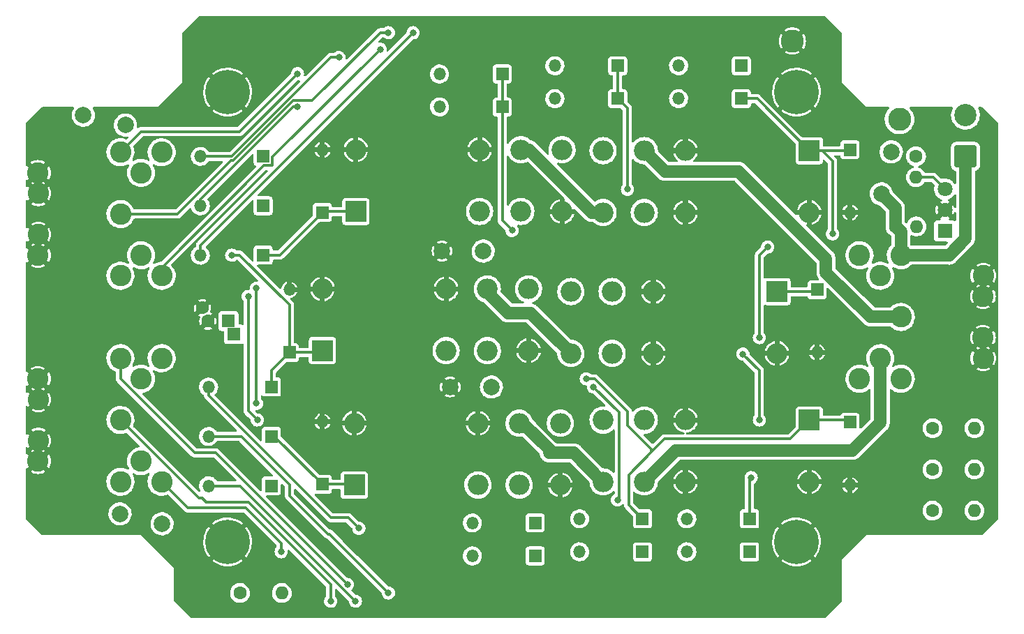
<source format=gbr>
%TF.GenerationSoftware,KiCad,Pcbnew,(6.0.10)*%
%TF.CreationDate,2023-01-23T18:05:53+00:00*%
%TF.ProjectId,bedberry_splitter,62656462-6572-4727-995f-73706c697474,rev?*%
%TF.SameCoordinates,Original*%
%TF.FileFunction,Copper,L2,Bot*%
%TF.FilePolarity,Positive*%
%FSLAX46Y46*%
G04 Gerber Fmt 4.6, Leading zero omitted, Abs format (unit mm)*
G04 Created by KiCad (PCBNEW (6.0.10)) date 2023-01-23 18:05:53*
%MOMM*%
%LPD*%
G01*
G04 APERTURE LIST*
G04 Aperture macros list*
%AMRoundRect*
0 Rectangle with rounded corners*
0 $1 Rounding radius*
0 $2 $3 $4 $5 $6 $7 $8 $9 X,Y pos of 4 corners*
0 Add a 4 corners polygon primitive as box body*
4,1,4,$2,$3,$4,$5,$6,$7,$8,$9,$2,$3,0*
0 Add four circle primitives for the rounded corners*
1,1,$1+$1,$2,$3*
1,1,$1+$1,$4,$5*
1,1,$1+$1,$6,$7*
1,1,$1+$1,$8,$9*
0 Add four rect primitives between the rounded corners*
20,1,$1+$1,$2,$3,$4,$5,0*
20,1,$1+$1,$4,$5,$6,$7,0*
20,1,$1+$1,$6,$7,$8,$9,0*
20,1,$1+$1,$8,$9,$2,$3,0*%
G04 Aperture macros list end*
%TA.AperFunction,ComponentPad*%
%ADD10R,1.500000X1.500000*%
%TD*%
%TA.AperFunction,ComponentPad*%
%ADD11O,1.500000X1.500000*%
%TD*%
%TA.AperFunction,ComponentPad*%
%ADD12C,2.800000*%
%TD*%
%TA.AperFunction,ComponentPad*%
%ADD13C,2.010000*%
%TD*%
%TA.AperFunction,ComponentPad*%
%ADD14R,2.500000X2.500000*%
%TD*%
%TA.AperFunction,ComponentPad*%
%ADD15O,2.500000X2.500000*%
%TD*%
%TA.AperFunction,ComponentPad*%
%ADD16RoundRect,0.250001X1.099999X-1.099999X1.099999X1.099999X-1.099999X1.099999X-1.099999X-1.099999X0*%
%TD*%
%TA.AperFunction,ComponentPad*%
%ADD17C,2.700000*%
%TD*%
%TA.AperFunction,ComponentPad*%
%ADD18C,1.600000*%
%TD*%
%TA.AperFunction,ComponentPad*%
%ADD19O,1.600000X1.600000*%
%TD*%
%TA.AperFunction,ComponentPad*%
%ADD20C,2.600000*%
%TD*%
%TA.AperFunction,ComponentPad*%
%ADD21C,5.400000*%
%TD*%
%TA.AperFunction,ComponentPad*%
%ADD22C,2.000000*%
%TD*%
%TA.AperFunction,ComponentPad*%
%ADD23R,1.800000X1.800000*%
%TD*%
%TA.AperFunction,ComponentPad*%
%ADD24C,1.800000*%
%TD*%
%TA.AperFunction,ComponentPad*%
%ADD25R,1.600000X1.600000*%
%TD*%
%TA.AperFunction,ViaPad*%
%ADD26C,0.800000*%
%TD*%
%TA.AperFunction,Conductor*%
%ADD27C,0.300000*%
%TD*%
%TA.AperFunction,Conductor*%
%ADD28C,1.500000*%
%TD*%
G04 APERTURE END LIST*
D10*
%TO.P,D13,1,K*%
%TO.N,/COIL_M1_B*%
X138815000Y-112000000D03*
D11*
%TO.P,D13,2,A*%
%TO.N,/HS2_M1_UP*%
X131195000Y-112000000D03*
%TD*%
D12*
%TO.P,TP2,1,1*%
%TO.N,+VDC*%
X157000000Y-63500000D03*
%TD*%
D13*
%TO.P,F3,1*%
%TO.N,+VDC*%
X156000000Y-67450000D03*
%TO.P,F3,2*%
%TO.N,/BED_PWR*%
X154800000Y-72550000D03*
%TD*%
D12*
%TO.P,TP1,1,1*%
%TO.N,GND*%
X144000000Y-54000000D03*
%TD*%
D14*
%TO.P,RL6,1*%
%TO.N,/COIL_M3_A*%
X87000000Y-91587500D03*
D15*
%TO.P,RL6,2*%
%TO.N,+VDC*%
X102000000Y-91587500D03*
%TO.P,RL6,3*%
%TO.N,Net-(RL5-Pad4)*%
X107000000Y-91587500D03*
%TO.P,RL6,4*%
%TO.N,GND*%
X112000000Y-91587500D03*
%TO.P,RL6,5*%
%TO.N,+VDC*%
X112000000Y-84087500D03*
%TO.P,RL6,6*%
%TO.N,Net-(RL5-Pad5)*%
X107000000Y-84087500D03*
%TO.P,RL6,7*%
%TO.N,GND*%
X102000000Y-84087500D03*
%TO.P,RL6,8*%
X87000000Y-84087500D03*
%TD*%
D16*
%TO.P,J3,1,Pin_1*%
%TO.N,/BED_PWR*%
X165000000Y-68000000D03*
D17*
%TO.P,J3,2,Pin_2*%
%TO.N,+VDC*%
X165000000Y-63000000D03*
%TD*%
D18*
%TO.P,R1,1*%
%TO.N,+VDC*%
X159000000Y-68000000D03*
D19*
%TO.P,R1,2*%
%TO.N,Net-(D25-Pad3)*%
X159000000Y-70540000D03*
%TD*%
D10*
%TO.P,D18,1,K*%
%TO.N,/COIL_M2_A*%
X80815000Y-102000000D03*
D11*
%TO.P,D18,2,A*%
%TO.N,/HS2_M2_DN*%
X73195000Y-102000000D03*
%TD*%
D10*
%TO.P,D20,1,K*%
%TO.N,/COIL_M3_B*%
X112815000Y-112500000D03*
D11*
%TO.P,D20,2,A*%
%TO.N,/HS2_M3_DN*%
X105195000Y-112500000D03*
%TD*%
D10*
%TO.P,D2,1,K*%
%TO.N,/COIL_M1_B*%
X137815000Y-57000000D03*
D11*
%TO.P,D2,2,A*%
%TO.N,/HS1_M1_UP*%
X130195000Y-57000000D03*
%TD*%
D18*
%TO.P,SPARE3,1*%
%TO.N,N/C*%
X161000000Y-111000000D03*
D19*
%TO.P,SPARE3,2*%
X166080000Y-111000000D03*
%TD*%
D20*
%TO.P,J4,1*%
%TO.N,/BED_PWR*%
X157155000Y-80000000D03*
%TO.P,J4,2*%
%TO.N,/BED_M1_UP*%
X157155000Y-87500000D03*
%TO.P,J4,3*%
%TO.N,/BED_M2_UP*%
X157155000Y-95000000D03*
%TO.P,J4,4*%
%TO.N,/BED_M1_DN*%
X154655000Y-82500000D03*
%TO.P,J4,5*%
%TO.N,/BED_M2_DN*%
X154655000Y-92500000D03*
%TO.P,J4,6*%
%TO.N,/BED_M3_UP*%
X152155000Y-80000000D03*
%TO.P,J4,7*%
%TO.N,/BED_M3_DN*%
X152155000Y-95000000D03*
%TO.P,J4,8*%
%TO.N,GND*%
X167155000Y-92500000D03*
X167115000Y-90000000D03*
X167115000Y-85000000D03*
X167155000Y-82500000D03*
%TD*%
D14*
%TO.P,RL1,1*%
%TO.N,/COIL_M1_B*%
X146037500Y-67312500D03*
D15*
%TO.P,RL1,2*%
%TO.N,GND*%
X131037500Y-67312500D03*
%TO.P,RL1,3*%
%TO.N,/BED_M1_UP*%
X126037500Y-67312500D03*
%TO.P,RL1,4*%
%TO.N,Net-(RL1-Pad4)*%
X121037500Y-67312500D03*
%TO.P,RL1,5*%
%TO.N,Net-(RL1-Pad5)*%
X121037500Y-74812500D03*
%TO.P,RL1,6*%
%TO.N,/BED_M1_DN*%
X126037500Y-74812500D03*
%TO.P,RL1,7*%
%TO.N,GND*%
X131037500Y-74812500D03*
%TO.P,RL1,8*%
X146037500Y-74812500D03*
%TD*%
D10*
%TO.P,D5,1,K*%
%TO.N,/COIL_M2_B*%
X108815000Y-58000000D03*
D11*
%TO.P,D5,2,A*%
%TO.N,/HS1_M2_UP*%
X101195000Y-58000000D03*
%TD*%
D14*
%TO.P,RL3,1*%
%TO.N,/COIL_M2_B*%
X146037500Y-100012500D03*
D15*
%TO.P,RL3,2*%
%TO.N,GND*%
X131037500Y-100012500D03*
%TO.P,RL3,3*%
%TO.N,/BED_M2_UP*%
X126037500Y-100012500D03*
%TO.P,RL3,4*%
%TO.N,Net-(RL3-Pad4)*%
X121037500Y-100012500D03*
%TO.P,RL3,5*%
%TO.N,Net-(RL3-Pad5)*%
X121037500Y-107512500D03*
%TO.P,RL3,6*%
%TO.N,/BED_M2_DN*%
X126037500Y-107512500D03*
%TO.P,RL3,7*%
%TO.N,GND*%
X131037500Y-107512500D03*
%TO.P,RL3,8*%
X146037500Y-107512500D03*
%TD*%
D14*
%TO.P,RL2,1*%
%TO.N,/COIL_M1_A*%
X91062500Y-74687500D03*
D15*
%TO.P,RL2,2*%
%TO.N,+VDC*%
X106062500Y-74687500D03*
%TO.P,RL2,3*%
%TO.N,Net-(RL1-Pad4)*%
X111062500Y-74687500D03*
%TO.P,RL2,4*%
%TO.N,GND*%
X116062500Y-74687500D03*
%TO.P,RL2,5*%
%TO.N,+VDC*%
X116062500Y-67187500D03*
%TO.P,RL2,6*%
%TO.N,Net-(RL1-Pad5)*%
X111062500Y-67187500D03*
%TO.P,RL2,7*%
%TO.N,GND*%
X106062500Y-67187500D03*
%TO.P,RL2,8*%
X91062500Y-67187500D03*
%TD*%
D10*
%TO.P,D10,1,K*%
%TO.N,/COIL_M3_A*%
X79815000Y-68000000D03*
D11*
%TO.P,D10,2,A*%
%TO.N,/HS1_M3_DN*%
X72195000Y-68000000D03*
%TD*%
D10*
%TO.P,D16,1,K*%
%TO.N,/COIL_M2_B*%
X125815000Y-112000000D03*
D11*
%TO.P,D16,2,A*%
%TO.N,/HS2_M2_UP*%
X118195000Y-112000000D03*
%TD*%
D21*
%TO.P,H3,1,1*%
%TO.N,GND*%
X75500000Y-114800000D03*
%TD*%
D10*
%TO.P,D22,1,K*%
%TO.N,/COIL_M2_A*%
X87000000Y-107815000D03*
D11*
%TO.P,D22,2,A*%
%TO.N,GND*%
X87000000Y-100195000D03*
%TD*%
D10*
%TO.P,D9,1,K*%
%TO.N,/COIL_M3_B*%
X122815000Y-61000000D03*
D11*
%TO.P,D9,2,A*%
%TO.N,/HS1_M3_DN*%
X115195000Y-61000000D03*
%TD*%
D22*
%TO.P,C2,1*%
%TO.N,+VDC*%
X106500000Y-79500000D03*
%TO.P,C2,2*%
%TO.N,GND*%
X101500000Y-79500000D03*
%TD*%
D10*
%TO.P,D19,1,K*%
%TO.N,/COIL_M3_B*%
X112815000Y-116500000D03*
D11*
%TO.P,D19,2,A*%
%TO.N,/HS2_M3_UP*%
X105195000Y-116500000D03*
%TD*%
D18*
%TO.P,SPARE2,1*%
%TO.N,N/C*%
X161000000Y-106000000D03*
D19*
%TO.P,SPARE2,2*%
X166080000Y-106000000D03*
%TD*%
D18*
%TO.P,SPARE4,1*%
%TO.N,N/C*%
X77000000Y-121000000D03*
D19*
%TO.P,SPARE4,2*%
X82080000Y-121000000D03*
%TD*%
D10*
%TO.P,D17,1,K*%
%TO.N,/COIL_M2_B*%
X125815000Y-116000000D03*
D11*
%TO.P,D17,2,A*%
%TO.N,/HS2_M2_DN*%
X118195000Y-116000000D03*
%TD*%
D21*
%TO.P,H2,1,1*%
%TO.N,GND*%
X144500000Y-60200000D03*
%TD*%
D10*
%TO.P,D15,1,K*%
%TO.N,/COIL_M1_A*%
X80815000Y-108000000D03*
D11*
%TO.P,D15,2,A*%
%TO.N,/HS2_M1_DN*%
X73195000Y-108000000D03*
%TD*%
D10*
%TO.P,D24,1,K*%
%TO.N,/COIL_M3_A*%
X83000000Y-91815000D03*
D11*
%TO.P,D24,2,A*%
%TO.N,GND*%
X83000000Y-84195000D03*
%TD*%
D10*
%TO.P,D8,1,K*%
%TO.N,/COIL_M3_B*%
X122815000Y-57000000D03*
D11*
%TO.P,D8,2,A*%
%TO.N,/HS1_M3_UP*%
X115195000Y-57000000D03*
%TD*%
D13*
%TO.P,F2,1*%
%TO.N,+VDC*%
X67550000Y-112600000D03*
%TO.P,F2,2*%
%TO.N,/HS2_PWR*%
X62450000Y-111400000D03*
%TD*%
D20*
%TO.P,J1,1*%
%TO.N,/HS1_PWR*%
X62500000Y-82500000D03*
%TO.P,J1,2*%
%TO.N,/HS1_M1_UP*%
X62500000Y-75000000D03*
%TO.P,J1,3*%
%TO.N,/HS1_M2_UP*%
X62500000Y-67500000D03*
%TO.P,J1,4*%
%TO.N,/HS1_M1_DN*%
X65000000Y-80000000D03*
%TO.P,J1,5*%
%TO.N,/HS1_M2_DN*%
X65000000Y-70000000D03*
%TO.P,J1,6*%
%TO.N,/HS1_M3_UP*%
X67500000Y-82500000D03*
%TO.P,J1,7*%
%TO.N,/HS1_M3_DN*%
X67500000Y-67500000D03*
%TO.P,J1,8*%
%TO.N,GND*%
X52540000Y-77500000D03*
X52500000Y-70000000D03*
X52540000Y-72500000D03*
X52500000Y-80000000D03*
%TD*%
D10*
%TO.P,D14,1,K*%
%TO.N,/COIL_M1_B*%
X138815000Y-116000000D03*
D11*
%TO.P,D14,2,A*%
%TO.N,/HS2_M1_DN*%
X131195000Y-116000000D03*
%TD*%
D10*
%TO.P,D7,1,K*%
%TO.N,/COIL_M2_A*%
X79815000Y-74000000D03*
D11*
%TO.P,D7,2,A*%
%TO.N,/HS1_M2_DN*%
X72195000Y-74000000D03*
%TD*%
D10*
%TO.P,D23,1,K*%
%TO.N,/COIL_M3_B*%
X147000000Y-84185000D03*
D11*
%TO.P,D23,2,A*%
%TO.N,GND*%
X147000000Y-91805000D03*
%TD*%
D10*
%TO.P,D12,1,K*%
%TO.N,/COIL_M2_B*%
X151000000Y-100285000D03*
D11*
%TO.P,D12,2,A*%
%TO.N,GND*%
X151000000Y-107905000D03*
%TD*%
D18*
%TO.P,SPARE1,1*%
%TO.N,N/C*%
X161000000Y-101000000D03*
D19*
%TO.P,SPARE1,2*%
X166080000Y-101000000D03*
%TD*%
D21*
%TO.P,H4,1,1*%
%TO.N,GND*%
X144500000Y-114800000D03*
%TD*%
D10*
%TO.P,D21,1,K*%
%TO.N,/COIL_M3_A*%
X80815000Y-96000000D03*
D11*
%TO.P,D21,2,A*%
%TO.N,/HS2_M3_DN*%
X73195000Y-96000000D03*
%TD*%
D10*
%TO.P,D4,1,K*%
%TO.N,/COIL_M1_A*%
X79815000Y-80000000D03*
D11*
%TO.P,D4,2,A*%
%TO.N,/HS1_M1_DN*%
X72195000Y-80000000D03*
%TD*%
D14*
%TO.P,RL5,1*%
%TO.N,/COIL_M3_B*%
X142137500Y-84412500D03*
D15*
%TO.P,RL5,2*%
%TO.N,GND*%
X127137500Y-84412500D03*
%TO.P,RL5,3*%
%TO.N,/BED_M3_UP*%
X122137500Y-84412500D03*
%TO.P,RL5,4*%
%TO.N,Net-(RL5-Pad4)*%
X117137500Y-84412500D03*
%TO.P,RL5,5*%
%TO.N,Net-(RL5-Pad5)*%
X117137500Y-91912500D03*
%TO.P,RL5,6*%
%TO.N,/BED_M3_DN*%
X122137500Y-91912500D03*
%TO.P,RL5,7*%
%TO.N,GND*%
X127137500Y-91912500D03*
%TO.P,RL5,8*%
X142137500Y-91912500D03*
%TD*%
D13*
%TO.P,F1,1*%
%TO.N,+VDC*%
X63100000Y-64200000D03*
%TO.P,F1,2*%
%TO.N,/HS1_PWR*%
X58000000Y-63000000D03*
%TD*%
D22*
%TO.P,C3,1*%
%TO.N,+VDC*%
X107500000Y-96000000D03*
%TO.P,C3,2*%
%TO.N,GND*%
X102500000Y-96000000D03*
%TD*%
D10*
%TO.P,D11,1,K*%
%TO.N,/COIL_M1_A*%
X87000000Y-74815000D03*
D11*
%TO.P,D11,2,A*%
%TO.N,GND*%
X87000000Y-67195000D03*
%TD*%
D10*
%TO.P,D6,1,K*%
%TO.N,/COIL_M2_B*%
X108815000Y-62000000D03*
D11*
%TO.P,D6,2,A*%
%TO.N,/HS1_M2_DN*%
X101195000Y-62000000D03*
%TD*%
D14*
%TO.P,RL4,1*%
%TO.N,/COIL_M2_A*%
X90862500Y-107887500D03*
D15*
%TO.P,RL4,2*%
%TO.N,+VDC*%
X105862500Y-107887500D03*
%TO.P,RL4,3*%
%TO.N,Net-(RL3-Pad4)*%
X110862500Y-107887500D03*
%TO.P,RL4,4*%
%TO.N,GND*%
X115862500Y-107887500D03*
%TO.P,RL4,5*%
%TO.N,+VDC*%
X115862500Y-100387500D03*
%TO.P,RL4,6*%
%TO.N,Net-(RL3-Pad5)*%
X110862500Y-100387500D03*
%TO.P,RL4,7*%
%TO.N,GND*%
X105862500Y-100387500D03*
%TO.P,RL4,8*%
X90862500Y-100387500D03*
%TD*%
D20*
%TO.P,J2,1*%
%TO.N,/HS2_PWR*%
X62500000Y-107500000D03*
%TO.P,J2,2*%
%TO.N,/HS2_M1_UP*%
X62500000Y-100000000D03*
%TO.P,J2,3*%
%TO.N,/HS2_M2_UP*%
X62500000Y-92500000D03*
%TO.P,J2,4*%
%TO.N,/HS2_M1_DN*%
X65000000Y-105000000D03*
%TO.P,J2,5*%
%TO.N,/HS2_M2_DN*%
X65000000Y-95000000D03*
%TO.P,J2,6*%
%TO.N,/HS2_M3_UP*%
X67500000Y-107500000D03*
%TO.P,J2,7*%
%TO.N,/HS2_M3_DN*%
X67500000Y-92500000D03*
%TO.P,J2,8*%
%TO.N,GND*%
X52500000Y-105000000D03*
X52540000Y-97500000D03*
X52500000Y-95000000D03*
X52540000Y-102500000D03*
%TD*%
D10*
%TO.P,D1,1,K*%
%TO.N,/COIL_M1_B*%
X151000000Y-67185000D03*
D11*
%TO.P,D1,2,A*%
%TO.N,GND*%
X151000000Y-74805000D03*
%TD*%
D23*
%TO.P,D25,1,A1*%
%TO.N,Net-(D25-Pad1)*%
X162500000Y-77050000D03*
D24*
%TO.P,D25,2,K*%
%TO.N,GND*%
X162500000Y-74510000D03*
%TO.P,D25,3,A2*%
%TO.N,Net-(D25-Pad3)*%
X162500000Y-71970000D03*
%TD*%
D21*
%TO.P,H1,1,1*%
%TO.N,GND*%
X75500000Y-60200000D03*
%TD*%
D10*
%TO.P,D3,1,K*%
%TO.N,/COIL_M1_B*%
X137815000Y-61000000D03*
D11*
%TO.P,D3,2,A*%
%TO.N,/HS1_M1_DN*%
X130195000Y-61000000D03*
%TD*%
D25*
%TO.P,C1,1*%
%TO.N,+VDC*%
X76288614Y-89600000D03*
X75617677Y-88000000D03*
D18*
%TO.P,C1,2*%
%TO.N,GND*%
X72446740Y-86400000D03*
X73117677Y-88000000D03*
%TD*%
%TO.P,R2,1*%
%TO.N,/BED_PWR*%
X156500000Y-76500000D03*
D19*
%TO.P,R2,2*%
%TO.N,Net-(D25-Pad1)*%
X159040000Y-76500000D03*
%TD*%
D26*
%TO.N,/COIL_M1_A*%
X79000000Y-84000000D03*
X79000000Y-98000000D03*
%TO.N,/HS1_M1_UP*%
X95000000Y-53000000D03*
%TO.N,/HS1_M1_DN*%
X98000000Y-53000000D03*
%TO.N,/COIL_M2_A*%
X78000000Y-85000000D03*
X79100000Y-100000000D03*
%TO.N,/HS1_M2_UP*%
X83970023Y-57970023D03*
%TO.N,/HS1_M2_DN*%
X84000000Y-62000000D03*
%TO.N,/COIL_M3_A*%
X76000000Y-80000000D03*
%TO.N,/HS1_M3_UP*%
X94000000Y-55000000D03*
%TO.N,/HS1_M3_DN*%
X89000000Y-56000000D03*
%TO.N,/HS2_M1_UP*%
X88000000Y-122000000D03*
%TO.N,/HS2_M1_DN*%
X91000000Y-122000000D03*
%TO.N,/HS2_M2_UP*%
X90029977Y-119970023D03*
%TO.N,/HS2_M2_DN*%
X95000000Y-121000000D03*
%TO.N,/HS2_M3_UP*%
X82000000Y-116000000D03*
%TO.N,/HS2_M3_DN*%
X91413236Y-113149500D03*
%TO.N,/COIL_M1_B*%
X140000000Y-90000000D03*
X140000000Y-100000000D03*
X138000000Y-92000000D03*
X148876053Y-77399500D03*
X141000000Y-79000000D03*
X139000000Y-107000000D03*
%TO.N,/COIL_M2_B*%
X119000000Y-95000000D03*
X110000000Y-77000000D03*
%TO.N,/COIL_M3_B*%
X124000000Y-72000000D03*
X122800000Y-109700000D03*
X119900000Y-96000000D03*
%TD*%
D27*
%TO.N,/COIL_M1_A*%
X87127500Y-74687500D02*
X87000000Y-74815000D01*
X91062500Y-74687500D02*
X87127500Y-74687500D01*
X81815000Y-80000000D02*
X87000000Y-74815000D01*
X79815000Y-80000000D02*
X81815000Y-80000000D01*
X79000000Y-84000000D02*
X79000000Y-98000000D01*
%TO.N,/HS1_M1_UP*%
X85750000Y-61250000D02*
X94000000Y-53000000D01*
X76206901Y-68499501D02*
X83456402Y-61250000D01*
X69427234Y-75000000D02*
X75927733Y-68499501D01*
X62500000Y-75000000D02*
X69427234Y-75000000D01*
X83456402Y-61250000D02*
X85750000Y-61250000D01*
X94000000Y-53000000D02*
X95000000Y-53000000D01*
X75927733Y-68499501D02*
X76206901Y-68499501D01*
%TO.N,/HS1_M1_DN*%
X72195000Y-80000000D02*
X72195000Y-78805000D01*
X72195000Y-78805000D02*
X98000000Y-53000000D01*
%TO.N,/COIL_M2_A*%
X78000000Y-98900000D02*
X79100000Y-100000000D01*
X90790000Y-107815000D02*
X90862500Y-107887500D01*
X80815000Y-102000000D02*
X81185000Y-102000000D01*
X87000000Y-107815000D02*
X90790000Y-107815000D01*
X81185000Y-102000000D02*
X87000000Y-107815000D01*
X78000000Y-85000000D02*
X78000000Y-98900000D01*
%TO.N,/HS1_M2_UP*%
X62500000Y-67500000D02*
X65000000Y-65000000D01*
X65000000Y-65000000D02*
X76940046Y-65000000D01*
X76940046Y-65000000D02*
X83970023Y-57970023D01*
%TO.N,/HS1_M2_DN*%
X83412804Y-62000000D02*
X84000000Y-62000000D01*
X72195000Y-73217804D02*
X83412804Y-62000000D01*
X72195000Y-74000000D02*
X72195000Y-73217804D01*
%TO.N,/COIL_M3_A*%
X83000000Y-91815000D02*
X86772500Y-91815000D01*
X86772500Y-91815000D02*
X87000000Y-91587500D01*
X83000000Y-86040734D02*
X76959266Y-80000000D01*
X76959266Y-80000000D02*
X76000000Y-80000000D01*
X80815000Y-96000000D02*
X80815000Y-94000000D01*
X80815000Y-94000000D02*
X83000000Y-91815000D01*
X83000000Y-91815000D02*
X83000000Y-86040734D01*
%TO.N,/HS1_M3_UP*%
X80915000Y-69100000D02*
X80915000Y-68085000D01*
X79900000Y-69100000D02*
X80915000Y-69100000D01*
X80915000Y-68085000D02*
X94000000Y-55000000D01*
X67500000Y-81500000D02*
X79900000Y-69100000D01*
X67500000Y-82500000D02*
X67500000Y-81500000D01*
%TO.N,/HS1_M3_DN*%
X76000000Y-68000000D02*
X88000000Y-56000000D01*
X88000000Y-56000000D02*
X89000000Y-56000000D01*
X72195000Y-68000000D02*
X76000000Y-68000000D01*
%TO.N,/HS2_M1_UP*%
X88000000Y-122000000D02*
X88000000Y-120000000D01*
X72907943Y-110000000D02*
X72402943Y-109495000D01*
X71995000Y-109495000D02*
X62500000Y-100000000D01*
X78000000Y-110000000D02*
X72907943Y-110000000D01*
X88000000Y-120000000D02*
X78000000Y-110000000D01*
X72402943Y-109495000D02*
X71995000Y-109495000D01*
%TO.N,/HS2_M1_DN*%
X73195000Y-108000000D02*
X77000000Y-108000000D01*
X77000000Y-108000000D02*
X91000000Y-122000000D01*
%TO.N,/HS2_M2_UP*%
X62500000Y-92500000D02*
X62500000Y-94974874D01*
X62500000Y-94974874D02*
X71525126Y-104000000D01*
X74059954Y-104000000D02*
X90029977Y-119970023D01*
X71525126Y-104000000D02*
X74059954Y-104000000D01*
%TO.N,/HS2_M2_DN*%
X87850000Y-113850000D02*
X87647918Y-113850000D01*
X87647918Y-113850000D02*
X83000000Y-109202082D01*
X77144390Y-102000000D02*
X73195000Y-102000000D01*
X83000000Y-107855610D02*
X77144390Y-102000000D01*
X83000000Y-109202082D02*
X83000000Y-107855610D01*
X95000000Y-121000000D02*
X87850000Y-113850000D01*
%TO.N,/HS2_M3_UP*%
X70700000Y-110700000D02*
X67500000Y-107500000D01*
X82000000Y-114989950D02*
X77710050Y-110700000D01*
X77710050Y-110700000D02*
X70700000Y-110700000D01*
X82000000Y-116000000D02*
X82000000Y-114989950D01*
%TO.N,/HS2_M3_DN*%
X87984840Y-111850500D02*
X90114236Y-111850500D01*
X73195000Y-97060660D02*
X87984840Y-111850500D01*
X73195000Y-96000000D02*
X73195000Y-97060660D01*
X90114236Y-111850500D02*
X91413236Y-113149500D01*
D28*
%TO.N,/BED_PWR*%
X156500000Y-74250000D02*
X154800000Y-72550000D01*
X165000000Y-68000000D02*
X165000000Y-78000000D01*
X156500000Y-76500000D02*
X156500000Y-74250000D01*
X157155000Y-80000000D02*
X157155000Y-77155000D01*
X157155000Y-77155000D02*
X156500000Y-76500000D01*
X165000000Y-78000000D02*
X163000000Y-80000000D01*
X163000000Y-80000000D02*
X157155000Y-80000000D01*
%TO.N,/BED_M1_UP*%
X148089466Y-82089466D02*
X153500000Y-87500000D01*
X137501966Y-69812500D02*
X148089466Y-80400000D01*
X128537500Y-69812500D02*
X137501966Y-69812500D01*
X148089466Y-80400000D02*
X148089466Y-82089466D01*
X126037500Y-67312500D02*
X128537500Y-69812500D01*
X153500000Y-87500000D02*
X157155000Y-87500000D01*
%TO.N,/BED_M2_DN*%
X154655000Y-92500000D02*
X154655000Y-100345000D01*
X129850000Y-103700000D02*
X126037500Y-107512500D01*
X154655000Y-100345000D02*
X151300000Y-103700000D01*
X151300000Y-103700000D02*
X129850000Y-103700000D01*
%TO.N,Net-(RL1-Pad5)*%
X112066886Y-67187500D02*
X119691886Y-74812500D01*
X110962500Y-67187500D02*
X112066886Y-67187500D01*
X119691886Y-74812500D02*
X121037500Y-74812500D01*
%TO.N,Net-(RL3-Pad5)*%
X117500000Y-104000000D02*
X121000000Y-107500000D01*
X114500000Y-104000000D02*
X117500000Y-104000000D01*
X110925000Y-100500000D02*
X111425000Y-100500000D01*
X111425000Y-100500000D02*
X114500000Y-103575000D01*
X114500000Y-103575000D02*
X114500000Y-104000000D01*
%TO.N,Net-(RL5-Pad5)*%
X112225000Y-87000000D02*
X117037500Y-91812500D01*
X109500000Y-87000000D02*
X112225000Y-87000000D01*
X107000000Y-84000000D02*
X107000000Y-84500000D01*
X107000000Y-84500000D02*
X109500000Y-87000000D01*
D27*
%TO.N,/COIL_M1_B*%
X140000000Y-94000000D02*
X138000000Y-92000000D01*
X138815000Y-107185000D02*
X139000000Y-107000000D01*
X140000000Y-80000000D02*
X140000000Y-90000000D01*
X140000000Y-100000000D02*
X140000000Y-94000000D01*
X146037500Y-67312500D02*
X147587500Y-67312500D01*
X137815000Y-61000000D02*
X139725000Y-61000000D01*
X146037500Y-67312500D02*
X150872500Y-67312500D01*
X138815000Y-112000000D02*
X138815000Y-107185000D01*
X141000000Y-79000000D02*
X140000000Y-80000000D01*
X139725000Y-61000000D02*
X146037500Y-67312500D01*
X150872500Y-67312500D02*
X151000000Y-67185000D01*
X148876053Y-68601053D02*
X148876053Y-77399500D01*
X147587500Y-67312500D02*
X148876053Y-68601053D01*
%TO.N,/COIL_M2_B*%
X128500000Y-102300000D02*
X143750000Y-102300000D01*
X143750000Y-102300000D02*
X146037500Y-100012500D01*
X126900000Y-103900000D02*
X128500000Y-102300000D01*
X125815000Y-112000000D02*
X124137500Y-110322500D01*
X119000000Y-95000000D02*
X120000000Y-95000000D01*
X126900000Y-103562006D02*
X126900000Y-103900000D01*
X124137500Y-110322500D02*
X124137500Y-106662500D01*
X150727500Y-100012500D02*
X151000000Y-100285000D01*
X108815000Y-75815000D02*
X110000000Y-77000000D01*
X108815000Y-62000000D02*
X108815000Y-75815000D01*
X124000000Y-99000000D02*
X124000000Y-100662006D01*
X124137500Y-106662500D02*
X126900000Y-103900000D01*
X120000000Y-95000000D02*
X124000000Y-99000000D01*
X146037500Y-100012500D02*
X150727500Y-100012500D01*
X108815000Y-58000000D02*
X108815000Y-62000000D01*
X124000000Y-100662006D02*
X126900000Y-103562006D01*
%TO.N,/COIL_M3_B*%
X123000000Y-99100000D02*
X119900000Y-96000000D01*
X122815000Y-57000000D02*
X122815000Y-61000000D01*
X146772500Y-84412500D02*
X147000000Y-84185000D01*
X124000000Y-62185000D02*
X124000000Y-72000000D01*
X123000000Y-109500000D02*
X123000000Y-99100000D01*
X122800000Y-109700000D02*
X123000000Y-109500000D01*
X122815000Y-61000000D02*
X124000000Y-62185000D01*
X142137500Y-84412500D02*
X146772500Y-84412500D01*
%TO.N,Net-(D25-Pad3)*%
X161070000Y-70540000D02*
X162500000Y-71970000D01*
X159000000Y-70540000D02*
X161070000Y-70540000D01*
%TD*%
%TA.AperFunction,Conductor*%
%TO.N,GND*%
G36*
X148015677Y-51019685D02*
G01*
X148036319Y-51036319D01*
X149963681Y-52963681D01*
X149997166Y-53025004D01*
X150000000Y-53051362D01*
X150000000Y-59000000D01*
X153000000Y-62000000D01*
X155651399Y-62000000D01*
X155718438Y-62019685D01*
X155764193Y-62072489D01*
X155774137Y-62141647D01*
X155745112Y-62205203D01*
X155733970Y-62216509D01*
X155701197Y-62245760D01*
X155530075Y-62451512D01*
X155391244Y-62680298D01*
X155389466Y-62684538D01*
X155389463Y-62684544D01*
X155328000Y-62831117D01*
X155287755Y-62927091D01*
X155221881Y-63186470D01*
X155195070Y-63452736D01*
X155195291Y-63457338D01*
X155195291Y-63457340D01*
X155197340Y-63500000D01*
X155207909Y-63720041D01*
X155260118Y-63982512D01*
X155261668Y-63986830D01*
X155261670Y-63986836D01*
X155325833Y-64165543D01*
X155350549Y-64234383D01*
X155352723Y-64238429D01*
X155474353Y-64464794D01*
X155477215Y-64470121D01*
X155479967Y-64473807D01*
X155479970Y-64473811D01*
X155634578Y-64680855D01*
X155637335Y-64684547D01*
X155707739Y-64754339D01*
X155824126Y-64869715D01*
X155824131Y-64869719D01*
X155827390Y-64872950D01*
X156043205Y-65031192D01*
X156171545Y-65098715D01*
X156275961Y-65153652D01*
X156275967Y-65153655D01*
X156280039Y-65155797D01*
X156284380Y-65157313D01*
X156284387Y-65157316D01*
X156521130Y-65239989D01*
X156532690Y-65244026D01*
X156537205Y-65244883D01*
X156537208Y-65244884D01*
X156791091Y-65293086D01*
X156791094Y-65293086D01*
X156795606Y-65293943D01*
X156800196Y-65294123D01*
X156800202Y-65294124D01*
X157058405Y-65304268D01*
X157058406Y-65304268D01*
X157063013Y-65304449D01*
X157178518Y-65291799D01*
X157324464Y-65275816D01*
X157324469Y-65275815D01*
X157329035Y-65275315D01*
X157587829Y-65207180D01*
X157833710Y-65101542D01*
X157938349Y-65036789D01*
X158057362Y-64963142D01*
X158057367Y-64963138D01*
X158061275Y-64960720D01*
X158265526Y-64787809D01*
X158441976Y-64586607D01*
X158586747Y-64361534D01*
X158696661Y-64117534D01*
X158754048Y-63914055D01*
X158768051Y-63864405D01*
X158768051Y-63864404D01*
X158769302Y-63859969D01*
X158784458Y-63740834D01*
X158802683Y-63597580D01*
X158802684Y-63597571D01*
X158803075Y-63594495D01*
X158804782Y-63529282D01*
X158805468Y-63503100D01*
X158805468Y-63503097D01*
X158805549Y-63500000D01*
X158785717Y-63233123D01*
X158783424Y-63222989D01*
X158727671Y-62976598D01*
X158727670Y-62976595D01*
X158726655Y-62972109D01*
X158657074Y-62793180D01*
X158631329Y-62726977D01*
X158631328Y-62726974D01*
X158629662Y-62722691D01*
X158621923Y-62709149D01*
X158499148Y-62494339D01*
X158499147Y-62494338D01*
X158496868Y-62490350D01*
X158331190Y-62280189D01*
X158325800Y-62275118D01*
X158288773Y-62240287D01*
X158261167Y-62214317D01*
X158225825Y-62154046D01*
X158228679Y-62084235D01*
X158268823Y-62027049D01*
X158333511Y-62000644D01*
X158346130Y-62000000D01*
X163338851Y-62000000D01*
X163405890Y-62019685D01*
X163451645Y-62072489D01*
X163461589Y-62141647D01*
X163444861Y-62188326D01*
X163435920Y-62203061D01*
X163434142Y-62207301D01*
X163434139Y-62207307D01*
X163402064Y-62283798D01*
X163335305Y-62443001D01*
X163271261Y-62695177D01*
X163245194Y-62954049D01*
X163245415Y-62958651D01*
X163245415Y-62958653D01*
X163247560Y-63003308D01*
X163257677Y-63213930D01*
X163308435Y-63469112D01*
X163309985Y-63473430D01*
X163309987Y-63473436D01*
X163394351Y-63708407D01*
X163396355Y-63713989D01*
X163460524Y-63833413D01*
X163515503Y-63935733D01*
X163519504Y-63943180D01*
X163675177Y-64151651D01*
X163720623Y-64196702D01*
X163856690Y-64331588D01*
X163856695Y-64331592D01*
X163859954Y-64334823D01*
X163949638Y-64400582D01*
X164051447Y-64475231D01*
X164069775Y-64488670D01*
X164169675Y-64541230D01*
X164295953Y-64607669D01*
X164295960Y-64607672D01*
X164300033Y-64609815D01*
X164545667Y-64695594D01*
X164550186Y-64696452D01*
X164550190Y-64696453D01*
X164796767Y-64743267D01*
X164796770Y-64743267D01*
X164801282Y-64744124D01*
X164805872Y-64744304D01*
X164805878Y-64744305D01*
X165056656Y-64754158D01*
X165061263Y-64754339D01*
X165173575Y-64742039D01*
X165315327Y-64726515D01*
X165315332Y-64726514D01*
X165319898Y-64726014D01*
X165571505Y-64659771D01*
X165671574Y-64616778D01*
X165806331Y-64558882D01*
X165806335Y-64558880D01*
X165810557Y-64557066D01*
X165814461Y-64554650D01*
X165814467Y-64554647D01*
X166027887Y-64422579D01*
X166027894Y-64422574D01*
X166031803Y-64420155D01*
X166210480Y-64268894D01*
X166226868Y-64255021D01*
X166226869Y-64255020D01*
X166230382Y-64252046D01*
X166401931Y-64056431D01*
X166542683Y-63837608D01*
X166544786Y-63832941D01*
X166647653Y-63604583D01*
X166647653Y-63604582D01*
X166649544Y-63600385D01*
X166669597Y-63529282D01*
X166718918Y-63354406D01*
X166718919Y-63354399D01*
X166720168Y-63349972D01*
X166753002Y-63091871D01*
X166754237Y-63044717D01*
X166755327Y-63003110D01*
X166755327Y-63003101D01*
X166755408Y-63000000D01*
X166755055Y-62995244D01*
X166736467Y-62745118D01*
X166736466Y-62745113D01*
X166736126Y-62740534D01*
X166735046Y-62735758D01*
X166713753Y-62641657D01*
X166678705Y-62486768D01*
X166599774Y-62283798D01*
X166586072Y-62248563D01*
X166586071Y-62248560D01*
X166584405Y-62244277D01*
X166568536Y-62216511D01*
X166550829Y-62185531D01*
X166534653Y-62117559D01*
X166557793Y-62051633D01*
X166612903Y-62008682D01*
X166658486Y-62000000D01*
X166948638Y-62000000D01*
X167015677Y-62019685D01*
X167036319Y-62036319D01*
X168963681Y-63963681D01*
X168997166Y-64025004D01*
X169000000Y-64051362D01*
X169000000Y-111948638D01*
X168980315Y-112015677D01*
X168963681Y-112036319D01*
X167036319Y-113963681D01*
X166974996Y-113997166D01*
X166948638Y-114000000D01*
X153000000Y-114000000D01*
X150000000Y-117000000D01*
X150000000Y-121948638D01*
X149980315Y-122015677D01*
X149963681Y-122036319D01*
X148036319Y-123963681D01*
X147974996Y-123997166D01*
X147948638Y-124000000D01*
X71051362Y-124000000D01*
X70984323Y-123980315D01*
X70963681Y-123963681D01*
X69036319Y-122036319D01*
X69002834Y-121974996D01*
X69000000Y-121948638D01*
X69000000Y-120968440D01*
X75794770Y-120968440D01*
X75795141Y-120974102D01*
X75795141Y-120974106D01*
X75800974Y-121063098D01*
X75809200Y-121188604D01*
X75863511Y-121402452D01*
X75865887Y-121407606D01*
X75904569Y-121491512D01*
X75955883Y-121602821D01*
X75983443Y-121641817D01*
X76045809Y-121730063D01*
X76083222Y-121783002D01*
X76087293Y-121786968D01*
X76087294Y-121786969D01*
X76237190Y-121932993D01*
X76237195Y-121932997D01*
X76241264Y-121936961D01*
X76245987Y-121940117D01*
X76245991Y-121940120D01*
X76329106Y-121995655D01*
X76424717Y-122059540D01*
X76627436Y-122146635D01*
X76689077Y-122160583D01*
X76837085Y-122194074D01*
X76837087Y-122194074D01*
X76842632Y-122195329D01*
X76970071Y-122200336D01*
X77057418Y-122203768D01*
X77057420Y-122203768D01*
X77063098Y-122203991D01*
X77068718Y-122203176D01*
X77068721Y-122203176D01*
X77275826Y-122173147D01*
X77275829Y-122173146D01*
X77281452Y-122172331D01*
X77388477Y-122136001D01*
X77484989Y-122103240D01*
X77484992Y-122103239D01*
X77490379Y-122101410D01*
X77624408Y-122026350D01*
X77677931Y-121996376D01*
X77677932Y-121996375D01*
X77682884Y-121993602D01*
X77852518Y-121852518D01*
X77910334Y-121783002D01*
X77989971Y-121687250D01*
X77989972Y-121687249D01*
X77993602Y-121682884D01*
X78031219Y-121615715D01*
X78083373Y-121522587D01*
X78101410Y-121490379D01*
X78113390Y-121455089D01*
X78170502Y-121286839D01*
X78172331Y-121281452D01*
X78173465Y-121273636D01*
X78203468Y-121066703D01*
X78203991Y-121063098D01*
X78205643Y-121000000D01*
X78202743Y-120968440D01*
X80874770Y-120968440D01*
X80875141Y-120974102D01*
X80875141Y-120974106D01*
X80880974Y-121063098D01*
X80889200Y-121188604D01*
X80943511Y-121402452D01*
X80945887Y-121407606D01*
X80984569Y-121491512D01*
X81035883Y-121602821D01*
X81063443Y-121641817D01*
X81125809Y-121730063D01*
X81163222Y-121783002D01*
X81167293Y-121786968D01*
X81167294Y-121786969D01*
X81317190Y-121932993D01*
X81317195Y-121932997D01*
X81321264Y-121936961D01*
X81325987Y-121940117D01*
X81325991Y-121940120D01*
X81409106Y-121995655D01*
X81504717Y-122059540D01*
X81707436Y-122146635D01*
X81769077Y-122160583D01*
X81917085Y-122194074D01*
X81917087Y-122194074D01*
X81922632Y-122195329D01*
X82050071Y-122200336D01*
X82137418Y-122203768D01*
X82137420Y-122203768D01*
X82143098Y-122203991D01*
X82148718Y-122203176D01*
X82148721Y-122203176D01*
X82355826Y-122173147D01*
X82355829Y-122173146D01*
X82361452Y-122172331D01*
X82468477Y-122136001D01*
X82564989Y-122103240D01*
X82564992Y-122103239D01*
X82570379Y-122101410D01*
X82704408Y-122026350D01*
X82757931Y-121996376D01*
X82757932Y-121996375D01*
X82762884Y-121993602D01*
X82932518Y-121852518D01*
X82990334Y-121783002D01*
X83069971Y-121687250D01*
X83069972Y-121687249D01*
X83073602Y-121682884D01*
X83111219Y-121615715D01*
X83163373Y-121522587D01*
X83181410Y-121490379D01*
X83193390Y-121455089D01*
X83250502Y-121286839D01*
X83252331Y-121281452D01*
X83253465Y-121273636D01*
X83283468Y-121066703D01*
X83283991Y-121063098D01*
X83285643Y-121000000D01*
X83265454Y-120780289D01*
X83205565Y-120567936D01*
X83174777Y-120505503D01*
X83110495Y-120375153D01*
X83107980Y-120370053D01*
X82975967Y-120193267D01*
X82813949Y-120043499D01*
X82809139Y-120040464D01*
X82632159Y-119928798D01*
X82632157Y-119928797D01*
X82627350Y-119925764D01*
X82422421Y-119844006D01*
X82416840Y-119842896D01*
X82416837Y-119842895D01*
X82314222Y-119822484D01*
X82206024Y-119800962D01*
X82200337Y-119800888D01*
X82200332Y-119800887D01*
X81991095Y-119798148D01*
X81991090Y-119798148D01*
X81985406Y-119798074D01*
X81979802Y-119799037D01*
X81979801Y-119799037D01*
X81773560Y-119834475D01*
X81773557Y-119834476D01*
X81767957Y-119835438D01*
X81560957Y-119911804D01*
X81371341Y-120024614D01*
X81205457Y-120170090D01*
X81068863Y-120343360D01*
X81066216Y-120348391D01*
X80983479Y-120505648D01*
X80966131Y-120538620D01*
X80900703Y-120749333D01*
X80900035Y-120754978D01*
X80900034Y-120754982D01*
X80878144Y-120939935D01*
X80874770Y-120968440D01*
X78202743Y-120968440D01*
X78185454Y-120780289D01*
X78125565Y-120567936D01*
X78094777Y-120505503D01*
X78030495Y-120375153D01*
X78027980Y-120370053D01*
X77895967Y-120193267D01*
X77733949Y-120043499D01*
X77729139Y-120040464D01*
X77552159Y-119928798D01*
X77552157Y-119928797D01*
X77547350Y-119925764D01*
X77342421Y-119844006D01*
X77336840Y-119842896D01*
X77336837Y-119842895D01*
X77234222Y-119822484D01*
X77126024Y-119800962D01*
X77120337Y-119800888D01*
X77120332Y-119800887D01*
X76911095Y-119798148D01*
X76911090Y-119798148D01*
X76905406Y-119798074D01*
X76899802Y-119799037D01*
X76899801Y-119799037D01*
X76693560Y-119834475D01*
X76693557Y-119834476D01*
X76687957Y-119835438D01*
X76480957Y-119911804D01*
X76291341Y-120024614D01*
X76125457Y-120170090D01*
X75988863Y-120343360D01*
X75986216Y-120348391D01*
X75903479Y-120505648D01*
X75886131Y-120538620D01*
X75820703Y-120749333D01*
X75820035Y-120754978D01*
X75820034Y-120754982D01*
X75798144Y-120939935D01*
X75794770Y-120968440D01*
X69000000Y-120968440D01*
X69000000Y-118000000D01*
X68091595Y-117091595D01*
X73638897Y-117091595D01*
X73638915Y-117091842D01*
X73643636Y-117098821D01*
X73913736Y-117292907D01*
X73919746Y-117296721D01*
X74210777Y-117458706D01*
X74217187Y-117461806D01*
X74524907Y-117589267D01*
X74531625Y-117591607D01*
X74851954Y-117682855D01*
X74858911Y-117684410D01*
X75187590Y-117738233D01*
X75194691Y-117738980D01*
X75527377Y-117754669D01*
X75534503Y-117754594D01*
X75866807Y-117731940D01*
X75873860Y-117731049D01*
X76201360Y-117670351D01*
X76208279Y-117668651D01*
X76526613Y-117570718D01*
X76533301Y-117568231D01*
X76838266Y-117434361D01*
X76844631Y-117431117D01*
X77132183Y-117263085D01*
X77138129Y-117259135D01*
X77350477Y-117099701D01*
X77358795Y-117088556D01*
X77352158Y-117076422D01*
X75512607Y-115236871D01*
X75498887Y-115229379D01*
X75497081Y-115229508D01*
X75490574Y-115233690D01*
X73646389Y-117077875D01*
X73638897Y-117091595D01*
X68091595Y-117091595D01*
X65710752Y-114710752D01*
X72546553Y-114710752D01*
X72555272Y-115043700D01*
X72555868Y-115050805D01*
X72602797Y-115380543D01*
X72604206Y-115387532D01*
X72688722Y-115709689D01*
X72690926Y-115716471D01*
X72811913Y-116026787D01*
X72814877Y-116033262D01*
X72970727Y-116327611D01*
X72974422Y-116333712D01*
X73163072Y-116608200D01*
X73167436Y-116613826D01*
X73199733Y-116650848D01*
X73212697Y-116659119D01*
X73222391Y-116653345D01*
X75063129Y-114812607D01*
X75069405Y-114801113D01*
X75929379Y-114801113D01*
X75929508Y-114802919D01*
X75933690Y-114809426D01*
X77774919Y-116650655D01*
X77788059Y-116657830D01*
X77797873Y-116650888D01*
X77870030Y-116564589D01*
X77874288Y-116558856D01*
X78057148Y-116280477D01*
X78060704Y-116274318D01*
X78210360Y-115976762D01*
X78213190Y-115970220D01*
X78327655Y-115657431D01*
X78329709Y-115650626D01*
X78407464Y-115326754D01*
X78408726Y-115319743D01*
X78448836Y-114988289D01*
X78449255Y-114982785D01*
X78454913Y-114802751D01*
X78454840Y-114797246D01*
X78435622Y-114463929D01*
X78434803Y-114456847D01*
X78377539Y-114128741D01*
X78375911Y-114121799D01*
X78281316Y-113802455D01*
X78278900Y-113795743D01*
X78148230Y-113489392D01*
X78145054Y-113482994D01*
X77980045Y-113193701D01*
X77976153Y-113187709D01*
X77800543Y-112948645D01*
X77789660Y-112940343D01*
X77777179Y-112947085D01*
X75936871Y-114787393D01*
X75929379Y-114801113D01*
X75069405Y-114801113D01*
X75070621Y-114798887D01*
X75070492Y-114797081D01*
X75066310Y-114790574D01*
X73224892Y-112949156D01*
X73212304Y-112942283D01*
X73201720Y-112950023D01*
X73075713Y-113110726D01*
X73071636Y-113116593D01*
X72897615Y-113400567D01*
X72894245Y-113406852D01*
X72754017Y-113708949D01*
X72751389Y-113715584D01*
X72646809Y-114031806D01*
X72644968Y-114038679D01*
X72577423Y-114364839D01*
X72576384Y-114371875D01*
X72546777Y-114703618D01*
X72546553Y-114710752D01*
X65710752Y-114710752D01*
X65000000Y-114000000D01*
X53051362Y-114000000D01*
X52984323Y-113980315D01*
X52963681Y-113963681D01*
X51036319Y-112036319D01*
X51002834Y-111974996D01*
X51000000Y-111948638D01*
X51000000Y-111365543D01*
X61040104Y-111365543D01*
X61040397Y-111370625D01*
X61040397Y-111370626D01*
X61046063Y-111468894D01*
X61053408Y-111596278D01*
X61072138Y-111679387D01*
X61095707Y-111783970D01*
X61104219Y-111821742D01*
X61191171Y-112035880D01*
X61311930Y-112232941D01*
X61315262Y-112236787D01*
X61315263Y-112236789D01*
X61459920Y-112403786D01*
X61459924Y-112403790D01*
X61463253Y-112407633D01*
X61641075Y-112555264D01*
X61645470Y-112557832D01*
X61645474Y-112557835D01*
X61829882Y-112665594D01*
X61840622Y-112671870D01*
X61845375Y-112673685D01*
X61845377Y-112673686D01*
X61878287Y-112686253D01*
X62056534Y-112754319D01*
X62061520Y-112755333D01*
X62061522Y-112755334D01*
X62132283Y-112769730D01*
X62283013Y-112800396D01*
X62433411Y-112805911D01*
X62508897Y-112808679D01*
X62508900Y-112808679D01*
X62513976Y-112808865D01*
X62743221Y-112779498D01*
X62748092Y-112778037D01*
X62748095Y-112778036D01*
X62959719Y-112714546D01*
X62964592Y-112713084D01*
X62969160Y-112710846D01*
X62969163Y-112710845D01*
X63105186Y-112644208D01*
X63172143Y-112611406D01*
X63176288Y-112608449D01*
X63176292Y-112608447D01*
X63236441Y-112565543D01*
X66140104Y-112565543D01*
X66140397Y-112570625D01*
X66140397Y-112570626D01*
X66142578Y-112608447D01*
X66153408Y-112796278D01*
X66172318Y-112880189D01*
X66193668Y-112974922D01*
X66204219Y-113021742D01*
X66291171Y-113235880D01*
X66411930Y-113432941D01*
X66415262Y-113436787D01*
X66415263Y-113436789D01*
X66559920Y-113603786D01*
X66559924Y-113603790D01*
X66563253Y-113607633D01*
X66741075Y-113755264D01*
X66745470Y-113757832D01*
X66745474Y-113757835D01*
X66936227Y-113869302D01*
X66940622Y-113871870D01*
X66945375Y-113873685D01*
X66945377Y-113873686D01*
X67014259Y-113899989D01*
X67156534Y-113954319D01*
X67161520Y-113955333D01*
X67161522Y-113955334D01*
X67202550Y-113963681D01*
X67383013Y-114000396D01*
X67533411Y-114005911D01*
X67608897Y-114008679D01*
X67608900Y-114008679D01*
X67613976Y-114008865D01*
X67843221Y-113979498D01*
X67848092Y-113978037D01*
X67848095Y-113978036D01*
X68059719Y-113914546D01*
X68064592Y-113913084D01*
X68069160Y-113910846D01*
X68069163Y-113910845D01*
X68179286Y-113856896D01*
X68272143Y-113811406D01*
X68276288Y-113808449D01*
X68276292Y-113808447D01*
X68406646Y-113715466D01*
X68460300Y-113677195D01*
X68483955Y-113653623D01*
X68559791Y-113578050D01*
X68624010Y-113514055D01*
X68758878Y-113326367D01*
X68848246Y-113145544D01*
X68859023Y-113123739D01*
X68859024Y-113123737D01*
X68861280Y-113119172D01*
X68928466Y-112898035D01*
X68958633Y-112668894D01*
X68958880Y-112658813D01*
X68960038Y-112611406D01*
X68960317Y-112600000D01*
X68953194Y-112513361D01*
X73642422Y-112513361D01*
X73648717Y-112524453D01*
X75487393Y-114363129D01*
X75501113Y-114370621D01*
X75502919Y-114370492D01*
X75509426Y-114366310D01*
X77351051Y-112524685D01*
X77358324Y-112511365D01*
X77351643Y-112501816D01*
X77289308Y-112448577D01*
X77283618Y-112444258D01*
X77007194Y-112258508D01*
X77001036Y-112254866D01*
X76705075Y-112102109D01*
X76698569Y-112099213D01*
X76387005Y-111981483D01*
X76380200Y-111979351D01*
X76057185Y-111898214D01*
X76050162Y-111896875D01*
X75719967Y-111853404D01*
X75712845Y-111852881D01*
X75379821Y-111847649D01*
X75372709Y-111847947D01*
X75041292Y-111881027D01*
X75034246Y-111882143D01*
X74708822Y-111953097D01*
X74701973Y-111955010D01*
X74386845Y-112062901D01*
X74380273Y-112065583D01*
X74079637Y-112208980D01*
X74073390Y-112212415D01*
X73791253Y-112389399D01*
X73785441Y-112393528D01*
X73650755Y-112501432D01*
X73642422Y-112513361D01*
X68953194Y-112513361D01*
X68941379Y-112369659D01*
X68939077Y-112360493D01*
X68886316Y-112150439D01*
X68886315Y-112150437D01*
X68885076Y-112145503D01*
X68874771Y-112121802D01*
X68811121Y-111975420D01*
X68792917Y-111933554D01*
X68667380Y-111739502D01*
X68648253Y-111718481D01*
X68565944Y-111628025D01*
X68511834Y-111568559D01*
X68507849Y-111565412D01*
X68507846Y-111565409D01*
X68334449Y-111428469D01*
X68330458Y-111425317D01*
X68326012Y-111422863D01*
X68326008Y-111422860D01*
X68132576Y-111316080D01*
X68132573Y-111316079D01*
X68128121Y-111313621D01*
X67910259Y-111236473D01*
X67731637Y-111204655D01*
X67687731Y-111196834D01*
X67687730Y-111196834D01*
X67682723Y-111195942D01*
X67594270Y-111194861D01*
X67456710Y-111193180D01*
X67456708Y-111193180D01*
X67451621Y-111193118D01*
X67446591Y-111193888D01*
X67446587Y-111193888D01*
X67317375Y-111213661D01*
X67223162Y-111228078D01*
X67218334Y-111229656D01*
X67218330Y-111229657D01*
X67139567Y-111255401D01*
X67003480Y-111299881D01*
X66798476Y-111406599D01*
X66773546Y-111425317D01*
X66617725Y-111542311D01*
X66617722Y-111542314D01*
X66613654Y-111545368D01*
X66610140Y-111549045D01*
X66610139Y-111549046D01*
X66554318Y-111607459D01*
X66453978Y-111712459D01*
X66451111Y-111716661D01*
X66451110Y-111716663D01*
X66338227Y-111882143D01*
X66323737Y-111903385D01*
X66321592Y-111908006D01*
X66230967Y-112103240D01*
X66226427Y-112113020D01*
X66206118Y-112186253D01*
X66166393Y-112329500D01*
X66164664Y-112335733D01*
X66164124Y-112340786D01*
X66164123Y-112340791D01*
X66157165Y-112405901D01*
X66140104Y-112565543D01*
X63236441Y-112565543D01*
X63326321Y-112501432D01*
X63360300Y-112477195D01*
X63367566Y-112469955D01*
X63479776Y-112358135D01*
X63524010Y-112314055D01*
X63658878Y-112126367D01*
X63750927Y-111940120D01*
X63759023Y-111923739D01*
X63759024Y-111923737D01*
X63761280Y-111919172D01*
X63828466Y-111698035D01*
X63855151Y-111495341D01*
X63858202Y-111472169D01*
X63858202Y-111472166D01*
X63858633Y-111468894D01*
X63860317Y-111400000D01*
X63859581Y-111391041D01*
X63848081Y-111251179D01*
X63841379Y-111169659D01*
X63818527Y-111078679D01*
X63786316Y-110950439D01*
X63786315Y-110950437D01*
X63785076Y-110945503D01*
X63692917Y-110733554D01*
X63567380Y-110539502D01*
X63411834Y-110368559D01*
X63407849Y-110365412D01*
X63407846Y-110365409D01*
X63234449Y-110228469D01*
X63230458Y-110225317D01*
X63226012Y-110222863D01*
X63226008Y-110222860D01*
X63032576Y-110116080D01*
X63032573Y-110116079D01*
X63028121Y-110113621D01*
X62810259Y-110036473D01*
X62582723Y-109995942D01*
X62494270Y-109994861D01*
X62356710Y-109993180D01*
X62356708Y-109993180D01*
X62351621Y-109993118D01*
X62346591Y-109993888D01*
X62346587Y-109993888D01*
X62199267Y-110016432D01*
X62123162Y-110028078D01*
X62118334Y-110029656D01*
X62118330Y-110029657D01*
X62032518Y-110057705D01*
X61903480Y-110099881D01*
X61698476Y-110206599D01*
X61673546Y-110225317D01*
X61517725Y-110342311D01*
X61517722Y-110342314D01*
X61513654Y-110345368D01*
X61510140Y-110349045D01*
X61510139Y-110349046D01*
X61429323Y-110433615D01*
X61353978Y-110512459D01*
X61351111Y-110516661D01*
X61351110Y-110516663D01*
X61226608Y-110699176D01*
X61223737Y-110703385D01*
X61221592Y-110708006D01*
X61136114Y-110892152D01*
X61126427Y-110913020D01*
X61102306Y-111000000D01*
X61079195Y-111083337D01*
X61064664Y-111135733D01*
X61064124Y-111140786D01*
X61064123Y-111140791D01*
X61055679Y-111219802D01*
X61040104Y-111365543D01*
X51000000Y-111365543D01*
X51000000Y-107455361D01*
X60795316Y-107455361D01*
X60795537Y-107459963D01*
X60795537Y-107459965D01*
X60806127Y-107680415D01*
X60807443Y-107707820D01*
X60808340Y-107712327D01*
X60808340Y-107712331D01*
X60821050Y-107776227D01*
X60856752Y-107955713D01*
X60858302Y-107960031D01*
X60858304Y-107960037D01*
X60937548Y-108180749D01*
X60942160Y-108193595D01*
X60944337Y-108197646D01*
X60944338Y-108197649D01*
X61055910Y-108405293D01*
X61061792Y-108416240D01*
X61213018Y-108618756D01*
X61278016Y-108683189D01*
X61389253Y-108793461D01*
X61389258Y-108793465D01*
X61392517Y-108796696D01*
X61596346Y-108946149D01*
X61675234Y-108987654D01*
X61815946Y-109061687D01*
X61815953Y-109061690D01*
X61820026Y-109063833D01*
X61824367Y-109065349D01*
X61824374Y-109065352D01*
X61993234Y-109124320D01*
X62058644Y-109147162D01*
X62063163Y-109148020D01*
X62063167Y-109148021D01*
X62302443Y-109193449D01*
X62302446Y-109193449D01*
X62306958Y-109194306D01*
X62311548Y-109194486D01*
X62311554Y-109194487D01*
X62554905Y-109204048D01*
X62554906Y-109204048D01*
X62559513Y-109204229D01*
X62762488Y-109182000D01*
X62806186Y-109177214D01*
X62806187Y-109177214D01*
X62810760Y-109176713D01*
X62815208Y-109175542D01*
X63050739Y-109113533D01*
X63050746Y-109113531D01*
X63055181Y-109112363D01*
X63287405Y-109012591D01*
X63291319Y-109010169D01*
X63498415Y-108882015D01*
X63498422Y-108882010D01*
X63502331Y-108879591D01*
X63675392Y-108733084D01*
X63691724Y-108719258D01*
X63691725Y-108719257D01*
X63695238Y-108716283D01*
X63861888Y-108526256D01*
X63998619Y-108313684D01*
X64020943Y-108264128D01*
X64100541Y-108087425D01*
X64102428Y-108083236D01*
X64171034Y-107839976D01*
X64172055Y-107831956D01*
X64196259Y-107641690D01*
X64202931Y-107589247D01*
X64205268Y-107500000D01*
X64201034Y-107443024D01*
X64186879Y-107252542D01*
X64186878Y-107252537D01*
X64186537Y-107247945D01*
X64177210Y-107206726D01*
X64131774Y-107005925D01*
X64131772Y-107005920D01*
X64130756Y-107001428D01*
X64072848Y-106852518D01*
X64040817Y-106770149D01*
X64040816Y-106770146D01*
X64039150Y-106765863D01*
X64035172Y-106758902D01*
X63964349Y-106634988D01*
X63948173Y-106567016D01*
X63971313Y-106501090D01*
X64026423Y-106458139D01*
X64096004Y-106451801D01*
X64129737Y-106463717D01*
X64320026Y-106563833D01*
X64324367Y-106565349D01*
X64324374Y-106565352D01*
X64543338Y-106641817D01*
X64558644Y-106647162D01*
X64563163Y-106648020D01*
X64563167Y-106648021D01*
X64802443Y-106693449D01*
X64802446Y-106693449D01*
X64806958Y-106694306D01*
X64811548Y-106694486D01*
X64811554Y-106694487D01*
X65054905Y-106704048D01*
X65054906Y-106704048D01*
X65059513Y-106704229D01*
X65281167Y-106679954D01*
X65306186Y-106677214D01*
X65306187Y-106677214D01*
X65310760Y-106676713D01*
X65357149Y-106664500D01*
X65550739Y-106613533D01*
X65550746Y-106613531D01*
X65555181Y-106612363D01*
X65577391Y-106602821D01*
X65627423Y-106581325D01*
X65787405Y-106512591D01*
X65791319Y-106510169D01*
X65864755Y-106464726D01*
X65932121Y-106446188D01*
X65998815Y-106467014D01*
X66043662Y-106520591D01*
X66052424Y-106589909D01*
X66036015Y-106634496D01*
X65980595Y-106725825D01*
X65978817Y-106730065D01*
X65978814Y-106730071D01*
X65950759Y-106796976D01*
X65882854Y-106958911D01*
X65820639Y-107203883D01*
X65795316Y-107455361D01*
X65795537Y-107459963D01*
X65795537Y-107459965D01*
X65806127Y-107680415D01*
X65807443Y-107707820D01*
X65808340Y-107712327D01*
X65808340Y-107712331D01*
X65821050Y-107776227D01*
X65856752Y-107955713D01*
X65858302Y-107960031D01*
X65858304Y-107960037D01*
X65937548Y-108180749D01*
X65942160Y-108193595D01*
X65944337Y-108197646D01*
X65944338Y-108197649D01*
X66055910Y-108405293D01*
X66061792Y-108416240D01*
X66213018Y-108618756D01*
X66278016Y-108683189D01*
X66389253Y-108793461D01*
X66389258Y-108793465D01*
X66392517Y-108796696D01*
X66596346Y-108946149D01*
X66675234Y-108987654D01*
X66815946Y-109061687D01*
X66815953Y-109061690D01*
X66820026Y-109063833D01*
X66824367Y-109065349D01*
X66824374Y-109065352D01*
X66993234Y-109124320D01*
X67058644Y-109147162D01*
X67063163Y-109148020D01*
X67063167Y-109148021D01*
X67302443Y-109193449D01*
X67302446Y-109193449D01*
X67306958Y-109194306D01*
X67311548Y-109194486D01*
X67311554Y-109194487D01*
X67554905Y-109204048D01*
X67554906Y-109204048D01*
X67559513Y-109204229D01*
X67762488Y-109182000D01*
X67806186Y-109177214D01*
X67806187Y-109177214D01*
X67810760Y-109176713D01*
X67816382Y-109175233D01*
X67914864Y-109149305D01*
X68055181Y-109112363D01*
X68172889Y-109061792D01*
X68242252Y-109053414D01*
X68309516Y-109088041D01*
X70300154Y-111078679D01*
X70303749Y-111082427D01*
X70334625Y-111116004D01*
X70345799Y-111128156D01*
X70382865Y-111151138D01*
X70392485Y-111157750D01*
X70420483Y-111179002D01*
X70420486Y-111179004D01*
X70427216Y-111184112D01*
X70438534Y-111188593D01*
X70441364Y-111189714D01*
X70461050Y-111199615D01*
X70463134Y-111200907D01*
X70473986Y-111207635D01*
X70515864Y-111219802D01*
X70526916Y-111223586D01*
X70559590Y-111236523D01*
X70559597Y-111236525D01*
X70567453Y-111239635D01*
X70575856Y-111240518D01*
X70575860Y-111240519D01*
X70582573Y-111241224D01*
X70604214Y-111245470D01*
X70612585Y-111247902D01*
X70618825Y-111249715D01*
X70625300Y-111250190D01*
X70625303Y-111250191D01*
X70627240Y-111250333D01*
X70627242Y-111250333D01*
X70629515Y-111250500D01*
X70664323Y-111250500D01*
X70677285Y-111251179D01*
X70717454Y-111255401D01*
X70725784Y-111253992D01*
X70725787Y-111253992D01*
X70736167Y-111252236D01*
X70756846Y-111250500D01*
X77430663Y-111250500D01*
X77497702Y-111270185D01*
X77518344Y-111286819D01*
X81413181Y-115181656D01*
X81446666Y-115242979D01*
X81449500Y-115269337D01*
X81449500Y-115366495D01*
X81429815Y-115433534D01*
X81412258Y-115455089D01*
X81380686Y-115486007D01*
X81380683Y-115486010D01*
X81375732Y-115490859D01*
X81278446Y-115641817D01*
X81276076Y-115648329D01*
X81224716Y-115789440D01*
X81217022Y-115810578D01*
X81194514Y-115988753D01*
X81212039Y-116167486D01*
X81268726Y-116337896D01*
X81272319Y-116343829D01*
X81272320Y-116343831D01*
X81352013Y-116475420D01*
X81361759Y-116491512D01*
X81486514Y-116620699D01*
X81492308Y-116624490D01*
X81492311Y-116624493D01*
X81578280Y-116680749D01*
X81636789Y-116719036D01*
X81643284Y-116721451D01*
X81643285Y-116721452D01*
X81666440Y-116730063D01*
X81805116Y-116781636D01*
X81983130Y-116805388D01*
X81990031Y-116804760D01*
X81990033Y-116804760D01*
X82097744Y-116794958D01*
X82161981Y-116789112D01*
X82332782Y-116733615D01*
X82487044Y-116641657D01*
X82514286Y-116615715D01*
X82612080Y-116522587D01*
X82612082Y-116522585D01*
X82617099Y-116517807D01*
X82716483Y-116368222D01*
X82780257Y-116200336D01*
X82805251Y-116022493D01*
X82805565Y-116000000D01*
X82792489Y-115883425D01*
X82804578Y-115814609D01*
X82851952Y-115763254D01*
X82919572Y-115745663D01*
X82985967Y-115767422D01*
X83003397Y-115781922D01*
X87413181Y-120191706D01*
X87446666Y-120253029D01*
X87449500Y-120279387D01*
X87449500Y-121366495D01*
X87429815Y-121433534D01*
X87412258Y-121455089D01*
X87380686Y-121486007D01*
X87380683Y-121486010D01*
X87375732Y-121490859D01*
X87371979Y-121496683D01*
X87289611Y-121624493D01*
X87278446Y-121641817D01*
X87276076Y-121648329D01*
X87225615Y-121786970D01*
X87217022Y-121810578D01*
X87216153Y-121817459D01*
X87199582Y-121948638D01*
X87194514Y-121988753D01*
X87199178Y-122036319D01*
X87210118Y-122147890D01*
X87212039Y-122167486D01*
X87268726Y-122337896D01*
X87272319Y-122343829D01*
X87272320Y-122343831D01*
X87358168Y-122485583D01*
X87361759Y-122491512D01*
X87486514Y-122620699D01*
X87492308Y-122624490D01*
X87492311Y-122624493D01*
X87588213Y-122687249D01*
X87636789Y-122719036D01*
X87805116Y-122781636D01*
X87983130Y-122805388D01*
X87990031Y-122804760D01*
X87990033Y-122804760D01*
X88097744Y-122794958D01*
X88161981Y-122789112D01*
X88332782Y-122733615D01*
X88487044Y-122641657D01*
X88617099Y-122517807D01*
X88716483Y-122368222D01*
X88780257Y-122200336D01*
X88805251Y-122022493D01*
X88805565Y-122000000D01*
X88785546Y-121821528D01*
X88726485Y-121651927D01*
X88631316Y-121499625D01*
X88586513Y-121454508D01*
X88553242Y-121393068D01*
X88550500Y-121367133D01*
X88550500Y-120628386D01*
X88570185Y-120561347D01*
X88622989Y-120515592D01*
X88692147Y-120505648D01*
X88755703Y-120534673D01*
X88762181Y-120540705D01*
X90161411Y-121939935D01*
X90194896Y-122001258D01*
X90197138Y-122015516D01*
X90210118Y-122147890D01*
X90212039Y-122167486D01*
X90268726Y-122337896D01*
X90272319Y-122343829D01*
X90272320Y-122343831D01*
X90358168Y-122485583D01*
X90361759Y-122491512D01*
X90486514Y-122620699D01*
X90492308Y-122624490D01*
X90492311Y-122624493D01*
X90588213Y-122687249D01*
X90636789Y-122719036D01*
X90805116Y-122781636D01*
X90983130Y-122805388D01*
X90990031Y-122804760D01*
X90990033Y-122804760D01*
X91097744Y-122794958D01*
X91161981Y-122789112D01*
X91332782Y-122733615D01*
X91487044Y-122641657D01*
X91617099Y-122517807D01*
X91716483Y-122368222D01*
X91780257Y-122200336D01*
X91805251Y-122022493D01*
X91805565Y-122000000D01*
X91785546Y-121821528D01*
X91726485Y-121651927D01*
X91631316Y-121499625D01*
X91504770Y-121372193D01*
X91353136Y-121275963D01*
X91344746Y-121272975D01*
X91190479Y-121218043D01*
X91190475Y-121218042D01*
X91183951Y-121215719D01*
X91109313Y-121206819D01*
X91011196Y-121195119D01*
X90946959Y-121167635D01*
X90938197Y-121159672D01*
X90541914Y-120763389D01*
X90508429Y-120702066D01*
X90513413Y-120632374D01*
X90544082Y-120585911D01*
X90628365Y-120505648D01*
X90647076Y-120487830D01*
X90746460Y-120338245D01*
X90810234Y-120170359D01*
X90835228Y-119992516D01*
X90835542Y-119970023D01*
X90815523Y-119791551D01*
X90756462Y-119621950D01*
X90661293Y-119469648D01*
X90534747Y-119342216D01*
X90383113Y-119245986D01*
X90374723Y-119242998D01*
X90220456Y-119188066D01*
X90220452Y-119188065D01*
X90213928Y-119185742D01*
X90142624Y-119177240D01*
X90041173Y-119165142D01*
X89976936Y-119137658D01*
X89968174Y-119129695D01*
X85110414Y-114271935D01*
X80200659Y-109362181D01*
X80167174Y-109300858D01*
X80172158Y-109231166D01*
X80214030Y-109175233D01*
X80279494Y-109150816D01*
X80288340Y-109150500D01*
X81567205Y-109150499D01*
X81596518Y-109150499D01*
X81669151Y-109138996D01*
X81680669Y-109137172D01*
X81680670Y-109137172D01*
X81690304Y-109135646D01*
X81803342Y-109078050D01*
X81893050Y-108988342D01*
X81950646Y-108875304D01*
X81955688Y-108843467D01*
X81964737Y-108786339D01*
X81964737Y-108786334D01*
X81965500Y-108781519D01*
X81965499Y-107898994D01*
X81985183Y-107831956D01*
X82037987Y-107786201D01*
X82107146Y-107776257D01*
X82170702Y-107805282D01*
X82177180Y-107811314D01*
X82413181Y-108047315D01*
X82446666Y-108108638D01*
X82449500Y-108134996D01*
X82449500Y-109187125D01*
X82449391Y-109192317D01*
X82446790Y-109254376D01*
X82448721Y-109262607D01*
X82448721Y-109262611D01*
X82456747Y-109296829D01*
X82458876Y-109308314D01*
X82464794Y-109351514D01*
X82469410Y-109362181D01*
X82470834Y-109365471D01*
X82477758Y-109386407D01*
X82481232Y-109401218D01*
X82485305Y-109408626D01*
X82502238Y-109439428D01*
X82507376Y-109449917D01*
X82521337Y-109482179D01*
X82521340Y-109482184D01*
X82524695Y-109489937D01*
X82530012Y-109496503D01*
X82530013Y-109496505D01*
X82534267Y-109501758D01*
X82546557Y-109520047D01*
X82553893Y-109533390D01*
X82560897Y-109541504D01*
X82585509Y-109566116D01*
X82594194Y-109575761D01*
X82619614Y-109607152D01*
X82635084Y-109618146D01*
X82650934Y-109631541D01*
X87248072Y-114228679D01*
X87251667Y-114232427D01*
X87293717Y-114278156D01*
X87330790Y-114301142D01*
X87340402Y-114307749D01*
X87375135Y-114334112D01*
X87382993Y-114337223D01*
X87382998Y-114337226D01*
X87389273Y-114339710D01*
X87408974Y-114349618D01*
X87421904Y-114357635D01*
X87440815Y-114363129D01*
X87463776Y-114369800D01*
X87474827Y-114373584D01*
X87507510Y-114386524D01*
X87507513Y-114386525D01*
X87515371Y-114389636D01*
X87530500Y-114391226D01*
X87552135Y-114395471D01*
X87566743Y-114399715D01*
X87577433Y-114400500D01*
X87577401Y-114400942D01*
X87579618Y-114401341D01*
X87579522Y-114401873D01*
X87641151Y-114422438D01*
X87658034Y-114436559D01*
X94161411Y-120939935D01*
X94194896Y-121001258D01*
X94197138Y-121015516D01*
X94201804Y-121063098D01*
X94212039Y-121167486D01*
X94268726Y-121337896D01*
X94272319Y-121343829D01*
X94272320Y-121343831D01*
X94358168Y-121485583D01*
X94361759Y-121491512D01*
X94486514Y-121620699D01*
X94492308Y-121624490D01*
X94492311Y-121624493D01*
X94573974Y-121677931D01*
X94636789Y-121719036D01*
X94805116Y-121781636D01*
X94983130Y-121805388D01*
X94990031Y-121804760D01*
X94990033Y-121804760D01*
X95097744Y-121794958D01*
X95161981Y-121789112D01*
X95332782Y-121733615D01*
X95487044Y-121641657D01*
X95514286Y-121615715D01*
X95612080Y-121522587D01*
X95612082Y-121522585D01*
X95617099Y-121517807D01*
X95716483Y-121368222D01*
X95780257Y-121200336D01*
X95805251Y-121022493D01*
X95805565Y-121000000D01*
X95785546Y-120821528D01*
X95726485Y-120651927D01*
X95631316Y-120499625D01*
X95504770Y-120372193D01*
X95353136Y-120275963D01*
X95288730Y-120253029D01*
X95190479Y-120218043D01*
X95190475Y-120218042D01*
X95183951Y-120215719D01*
X95112647Y-120207217D01*
X95011196Y-120195119D01*
X94946959Y-120167635D01*
X94938197Y-120159672D01*
X91248278Y-116469754D01*
X104039967Y-116469754D01*
X104040338Y-116475416D01*
X104040338Y-116475420D01*
X104041720Y-116496497D01*
X104053796Y-116680749D01*
X104105845Y-116885690D01*
X104108219Y-116890841D01*
X104108221Y-116890845D01*
X104153168Y-116988342D01*
X104194369Y-117077714D01*
X104204179Y-117091595D01*
X104241420Y-117144289D01*
X104316405Y-117250391D01*
X104320476Y-117254357D01*
X104320477Y-117254358D01*
X104360049Y-117292907D01*
X104467865Y-117397937D01*
X104472588Y-117401093D01*
X104472592Y-117401096D01*
X104517522Y-117431117D01*
X104643677Y-117515411D01*
X104837953Y-117598878D01*
X104901283Y-117613208D01*
X105038638Y-117644289D01*
X105038642Y-117644290D01*
X105044186Y-117645544D01*
X105170290Y-117650499D01*
X105249789Y-117653623D01*
X105249791Y-117653623D01*
X105255470Y-117653846D01*
X105261090Y-117653031D01*
X105261092Y-117653031D01*
X105459103Y-117624320D01*
X105459104Y-117624320D01*
X105464730Y-117623504D01*
X105558696Y-117591607D01*
X105659565Y-117557367D01*
X105659568Y-117557366D01*
X105664955Y-117555537D01*
X105669916Y-117552759D01*
X105669922Y-117552756D01*
X105800466Y-117479647D01*
X105849442Y-117452219D01*
X105917787Y-117395378D01*
X106007645Y-117320644D01*
X106012012Y-117317012D01*
X106056862Y-117263085D01*
X106143584Y-117158813D01*
X106143585Y-117158811D01*
X106147219Y-117154442D01*
X106223823Y-117017657D01*
X106247756Y-116974922D01*
X106247759Y-116974916D01*
X106250537Y-116969955D01*
X106255615Y-116954998D01*
X106316675Y-116775118D01*
X106318504Y-116769730D01*
X106348846Y-116560470D01*
X106350429Y-116500000D01*
X106331081Y-116289440D01*
X106273686Y-116085931D01*
X106180165Y-115896290D01*
X106053651Y-115726867D01*
X106049856Y-115723359D01*
X111664500Y-115723359D01*
X111664501Y-116500563D01*
X111664501Y-117281518D01*
X111679354Y-117375304D01*
X111736950Y-117488342D01*
X111826658Y-117578050D01*
X111939696Y-117635646D01*
X111968933Y-117640277D01*
X112028661Y-117649737D01*
X112028666Y-117649737D01*
X112033481Y-117650500D01*
X112038359Y-117650500D01*
X112815561Y-117650499D01*
X113596518Y-117650499D01*
X113669151Y-117638996D01*
X113680669Y-117637172D01*
X113680670Y-117637172D01*
X113690304Y-117635646D01*
X113803342Y-117578050D01*
X113893050Y-117488342D01*
X113950646Y-117375304D01*
X113959303Y-117320644D01*
X113964737Y-117286339D01*
X113964737Y-117286334D01*
X113965500Y-117281519D01*
X113965500Y-116500000D01*
X113965499Y-115969754D01*
X117039967Y-115969754D01*
X117040338Y-115975416D01*
X117040338Y-115975420D01*
X117043676Y-116026350D01*
X117053796Y-116180749D01*
X117105845Y-116385690D01*
X117108219Y-116390841D01*
X117108221Y-116390845D01*
X117169482Y-116523730D01*
X117194369Y-116577714D01*
X117197647Y-116582352D01*
X117304549Y-116733615D01*
X117316405Y-116750391D01*
X117320476Y-116754357D01*
X117320477Y-116754358D01*
X117371920Y-116804471D01*
X117467865Y-116897937D01*
X117472588Y-116901093D01*
X117472592Y-116901096D01*
X117543663Y-116948584D01*
X117643677Y-117015411D01*
X117837953Y-117098878D01*
X117901283Y-117113208D01*
X118038638Y-117144289D01*
X118038642Y-117144290D01*
X118044186Y-117145544D01*
X118170290Y-117150499D01*
X118249789Y-117153623D01*
X118249791Y-117153623D01*
X118255470Y-117153846D01*
X118261090Y-117153031D01*
X118261092Y-117153031D01*
X118459103Y-117124320D01*
X118459104Y-117124320D01*
X118464730Y-117123504D01*
X118558004Y-117091842D01*
X118659565Y-117057367D01*
X118659568Y-117057366D01*
X118664955Y-117055537D01*
X118669916Y-117052759D01*
X118669922Y-117052756D01*
X118817772Y-116969955D01*
X118849442Y-116952219D01*
X118936050Y-116880189D01*
X119007645Y-116820644D01*
X119012012Y-116817012D01*
X119035216Y-116789112D01*
X119143584Y-116658813D01*
X119143585Y-116658811D01*
X119147219Y-116654442D01*
X119201884Y-116556831D01*
X119247756Y-116474922D01*
X119247759Y-116474916D01*
X119250537Y-116469955D01*
X119281009Y-116380189D01*
X119316675Y-116275118D01*
X119318504Y-116269730D01*
X119320736Y-116254340D01*
X119348323Y-116064074D01*
X119348846Y-116060470D01*
X119350429Y-116000000D01*
X119331081Y-115789440D01*
X119273686Y-115585931D01*
X119180165Y-115396290D01*
X119053651Y-115226867D01*
X119049856Y-115223359D01*
X124664500Y-115223359D01*
X124664501Y-116000558D01*
X124664501Y-116781518D01*
X124679354Y-116875304D01*
X124736950Y-116988342D01*
X124826658Y-117078050D01*
X124939696Y-117135646D01*
X124968933Y-117140277D01*
X125028661Y-117149737D01*
X125028666Y-117149737D01*
X125033481Y-117150500D01*
X125038359Y-117150500D01*
X125815561Y-117150499D01*
X126596518Y-117150499D01*
X126669151Y-117138996D01*
X126680669Y-117137172D01*
X126680670Y-117137172D01*
X126690304Y-117135646D01*
X126803342Y-117078050D01*
X126893050Y-116988342D01*
X126950646Y-116875304D01*
X126959303Y-116820644D01*
X126964737Y-116786339D01*
X126964737Y-116786334D01*
X126965500Y-116781519D01*
X126965500Y-116000000D01*
X126965500Y-115969754D01*
X130039967Y-115969754D01*
X130040338Y-115975416D01*
X130040338Y-115975420D01*
X130043676Y-116026350D01*
X130053796Y-116180749D01*
X130105845Y-116385690D01*
X130108219Y-116390841D01*
X130108221Y-116390845D01*
X130169482Y-116523730D01*
X130194369Y-116577714D01*
X130197647Y-116582352D01*
X130304549Y-116733615D01*
X130316405Y-116750391D01*
X130320476Y-116754357D01*
X130320477Y-116754358D01*
X130371920Y-116804471D01*
X130467865Y-116897937D01*
X130472588Y-116901093D01*
X130472592Y-116901096D01*
X130543663Y-116948584D01*
X130643677Y-117015411D01*
X130837953Y-117098878D01*
X130901283Y-117113208D01*
X131038638Y-117144289D01*
X131038642Y-117144290D01*
X131044186Y-117145544D01*
X131170290Y-117150499D01*
X131249789Y-117153623D01*
X131249791Y-117153623D01*
X131255470Y-117153846D01*
X131261090Y-117153031D01*
X131261092Y-117153031D01*
X131459103Y-117124320D01*
X131459104Y-117124320D01*
X131464730Y-117123504D01*
X131558004Y-117091842D01*
X131659565Y-117057367D01*
X131659568Y-117057366D01*
X131664955Y-117055537D01*
X131669916Y-117052759D01*
X131669922Y-117052756D01*
X131817772Y-116969955D01*
X131849442Y-116952219D01*
X131936050Y-116880189D01*
X132007645Y-116820644D01*
X132012012Y-116817012D01*
X132035216Y-116789112D01*
X132143584Y-116658813D01*
X132143585Y-116658811D01*
X132147219Y-116654442D01*
X132201884Y-116556831D01*
X132247756Y-116474922D01*
X132247759Y-116474916D01*
X132250537Y-116469955D01*
X132281009Y-116380189D01*
X132316675Y-116275118D01*
X132318504Y-116269730D01*
X132320736Y-116254340D01*
X132348323Y-116064074D01*
X132348846Y-116060470D01*
X132350429Y-116000000D01*
X132331081Y-115789440D01*
X132273686Y-115585931D01*
X132180165Y-115396290D01*
X132053651Y-115226867D01*
X132049856Y-115223359D01*
X137664500Y-115223359D01*
X137664501Y-116000562D01*
X137664501Y-116781518D01*
X137679354Y-116875304D01*
X137736950Y-116988342D01*
X137826658Y-117078050D01*
X137939696Y-117135646D01*
X137968933Y-117140277D01*
X138028661Y-117149737D01*
X138028666Y-117149737D01*
X138033481Y-117150500D01*
X138038359Y-117150500D01*
X138815561Y-117150499D01*
X139596518Y-117150499D01*
X139669151Y-117138996D01*
X139680669Y-117137172D01*
X139680670Y-117137172D01*
X139690304Y-117135646D01*
X139776759Y-117091595D01*
X142638897Y-117091595D01*
X142638915Y-117091842D01*
X142643636Y-117098821D01*
X142913736Y-117292907D01*
X142919746Y-117296721D01*
X143210777Y-117458706D01*
X143217187Y-117461806D01*
X143524907Y-117589267D01*
X143531625Y-117591607D01*
X143851954Y-117682855D01*
X143858911Y-117684410D01*
X144187590Y-117738233D01*
X144194691Y-117738980D01*
X144527377Y-117754669D01*
X144534503Y-117754594D01*
X144866807Y-117731940D01*
X144873860Y-117731049D01*
X145201360Y-117670351D01*
X145208279Y-117668651D01*
X145526613Y-117570718D01*
X145533301Y-117568231D01*
X145838266Y-117434361D01*
X145844631Y-117431117D01*
X146132183Y-117263085D01*
X146138129Y-117259135D01*
X146350477Y-117099701D01*
X146358795Y-117088556D01*
X146352158Y-117076422D01*
X144512607Y-115236871D01*
X144498887Y-115229379D01*
X144497081Y-115229508D01*
X144490574Y-115233690D01*
X142646389Y-117077875D01*
X142638897Y-117091595D01*
X139776759Y-117091595D01*
X139803342Y-117078050D01*
X139893050Y-116988342D01*
X139950646Y-116875304D01*
X139959303Y-116820644D01*
X139964737Y-116786339D01*
X139964737Y-116786334D01*
X139965500Y-116781519D01*
X139965500Y-116000000D01*
X139965499Y-115223353D01*
X139965499Y-115218482D01*
X139950646Y-115124696D01*
X139893050Y-115011658D01*
X139803342Y-114921950D01*
X139690304Y-114864354D01*
X139661067Y-114859723D01*
X139601339Y-114850263D01*
X139601334Y-114850263D01*
X139596519Y-114849500D01*
X139591641Y-114849500D01*
X138814439Y-114849501D01*
X138033482Y-114849501D01*
X137960849Y-114861004D01*
X137949331Y-114862828D01*
X137949330Y-114862828D01*
X137939696Y-114864354D01*
X137826658Y-114921950D01*
X137736950Y-115011658D01*
X137679354Y-115124696D01*
X137677827Y-115134338D01*
X137666690Y-115204655D01*
X137664500Y-115218481D01*
X137664500Y-115223359D01*
X132049856Y-115223359D01*
X132049481Y-115223012D01*
X132049478Y-115223009D01*
X131985319Y-115163702D01*
X131898381Y-115083337D01*
X131875638Y-115068987D01*
X131724363Y-114973539D01*
X131724361Y-114973538D01*
X131719554Y-114970505D01*
X131523160Y-114892152D01*
X131517579Y-114891042D01*
X131517576Y-114891041D01*
X131403729Y-114868396D01*
X131315775Y-114850901D01*
X131310088Y-114850827D01*
X131310083Y-114850826D01*
X131110034Y-114848207D01*
X131110029Y-114848207D01*
X131104346Y-114848133D01*
X131098742Y-114849096D01*
X131098741Y-114849096D01*
X130901550Y-114882979D01*
X130901547Y-114882980D01*
X130895953Y-114883941D01*
X130697575Y-114957127D01*
X130692697Y-114960029D01*
X130692695Y-114960030D01*
X130520740Y-115062332D01*
X130520737Y-115062334D01*
X130515856Y-115065238D01*
X130356881Y-115204655D01*
X130353362Y-115209119D01*
X130353359Y-115209122D01*
X130305890Y-115269337D01*
X130225976Y-115370708D01*
X130127523Y-115557836D01*
X130125837Y-115563267D01*
X130125835Y-115563271D01*
X130069201Y-115745663D01*
X130064820Y-115759773D01*
X130064152Y-115765418D01*
X130064151Y-115765422D01*
X130049262Y-115891218D01*
X130039967Y-115969754D01*
X126965500Y-115969754D01*
X126965499Y-115223353D01*
X126965499Y-115218482D01*
X126950646Y-115124696D01*
X126893050Y-115011658D01*
X126803342Y-114921950D01*
X126690304Y-114864354D01*
X126661067Y-114859723D01*
X126601339Y-114850263D01*
X126601334Y-114850263D01*
X126596519Y-114849500D01*
X126591641Y-114849500D01*
X125814439Y-114849501D01*
X125033482Y-114849501D01*
X124960849Y-114861004D01*
X124949331Y-114862828D01*
X124949330Y-114862828D01*
X124939696Y-114864354D01*
X124826658Y-114921950D01*
X124736950Y-115011658D01*
X124679354Y-115124696D01*
X124677827Y-115134338D01*
X124666690Y-115204655D01*
X124664500Y-115218481D01*
X124664500Y-115223359D01*
X119049856Y-115223359D01*
X119049481Y-115223012D01*
X119049478Y-115223009D01*
X118985319Y-115163702D01*
X118898381Y-115083337D01*
X118875638Y-115068987D01*
X118724363Y-114973539D01*
X118724361Y-114973538D01*
X118719554Y-114970505D01*
X118523160Y-114892152D01*
X118517579Y-114891042D01*
X118517576Y-114891041D01*
X118403729Y-114868396D01*
X118315775Y-114850901D01*
X118310088Y-114850827D01*
X118310083Y-114850826D01*
X118110034Y-114848207D01*
X118110029Y-114848207D01*
X118104346Y-114848133D01*
X118098742Y-114849096D01*
X118098741Y-114849096D01*
X117901550Y-114882979D01*
X117901547Y-114882980D01*
X117895953Y-114883941D01*
X117697575Y-114957127D01*
X117692697Y-114960029D01*
X117692695Y-114960030D01*
X117520740Y-115062332D01*
X117520737Y-115062334D01*
X117515856Y-115065238D01*
X117356881Y-115204655D01*
X117353362Y-115209119D01*
X117353359Y-115209122D01*
X117305890Y-115269337D01*
X117225976Y-115370708D01*
X117127523Y-115557836D01*
X117125837Y-115563267D01*
X117125835Y-115563271D01*
X117069201Y-115745663D01*
X117064820Y-115759773D01*
X117064152Y-115765418D01*
X117064151Y-115765422D01*
X117049262Y-115891218D01*
X117039967Y-115969754D01*
X113965499Y-115969754D01*
X113965499Y-115723353D01*
X113965499Y-115718482D01*
X113953996Y-115645849D01*
X113952172Y-115634331D01*
X113952172Y-115634330D01*
X113950646Y-115624696D01*
X113893050Y-115511658D01*
X113803342Y-115421950D01*
X113690304Y-115364354D01*
X113661067Y-115359723D01*
X113601339Y-115350263D01*
X113601334Y-115350263D01*
X113596519Y-115349500D01*
X113591641Y-115349500D01*
X112814439Y-115349501D01*
X112033482Y-115349501D01*
X111960849Y-115361004D01*
X111949331Y-115362828D01*
X111949330Y-115362828D01*
X111939696Y-115364354D01*
X111826658Y-115421950D01*
X111736950Y-115511658D01*
X111679354Y-115624696D01*
X111677827Y-115634338D01*
X111665893Y-115709689D01*
X111664500Y-115718481D01*
X111664500Y-115723359D01*
X106049856Y-115723359D01*
X106049481Y-115723012D01*
X106049478Y-115723009D01*
X105961644Y-115641817D01*
X105898381Y-115583337D01*
X105869696Y-115565238D01*
X105724363Y-115473539D01*
X105724361Y-115473538D01*
X105719554Y-115470505D01*
X105523160Y-115392152D01*
X105517579Y-115391042D01*
X105517576Y-115391041D01*
X105392870Y-115366236D01*
X105315775Y-115350901D01*
X105310088Y-115350827D01*
X105310083Y-115350826D01*
X105110034Y-115348207D01*
X105110029Y-115348207D01*
X105104346Y-115348133D01*
X105098742Y-115349096D01*
X105098741Y-115349096D01*
X104901550Y-115382979D01*
X104901547Y-115382980D01*
X104895953Y-115383941D01*
X104697575Y-115457127D01*
X104692697Y-115460029D01*
X104692695Y-115460030D01*
X104520740Y-115562332D01*
X104520737Y-115562334D01*
X104515856Y-115565238D01*
X104356881Y-115704655D01*
X104353362Y-115709119D01*
X104353359Y-115709122D01*
X104313430Y-115759773D01*
X104225976Y-115870708D01*
X104127523Y-116057836D01*
X104125837Y-116063267D01*
X104125835Y-116063271D01*
X104085408Y-116193469D01*
X104064820Y-116259773D01*
X104064152Y-116265418D01*
X104064151Y-116265422D01*
X104040635Y-116464110D01*
X104039967Y-116469754D01*
X91248278Y-116469754D01*
X89489276Y-114710752D01*
X141546553Y-114710752D01*
X141555272Y-115043700D01*
X141555868Y-115050805D01*
X141602797Y-115380543D01*
X141604206Y-115387532D01*
X141688722Y-115709689D01*
X141690926Y-115716471D01*
X141811913Y-116026787D01*
X141814877Y-116033262D01*
X141970727Y-116327611D01*
X141974422Y-116333712D01*
X142163072Y-116608200D01*
X142167436Y-116613826D01*
X142199733Y-116650848D01*
X142212697Y-116659119D01*
X142222391Y-116653345D01*
X144063129Y-114812607D01*
X144069405Y-114801113D01*
X144929379Y-114801113D01*
X144929508Y-114802919D01*
X144933690Y-114809426D01*
X146774919Y-116650655D01*
X146788059Y-116657830D01*
X146797873Y-116650888D01*
X146870030Y-116564589D01*
X146874288Y-116558856D01*
X147057148Y-116280477D01*
X147060704Y-116274318D01*
X147210360Y-115976762D01*
X147213190Y-115970220D01*
X147327655Y-115657431D01*
X147329709Y-115650626D01*
X147407464Y-115326754D01*
X147408726Y-115319743D01*
X147448836Y-114988289D01*
X147449255Y-114982785D01*
X147454913Y-114802751D01*
X147454840Y-114797246D01*
X147435622Y-114463929D01*
X147434803Y-114456847D01*
X147377539Y-114128741D01*
X147375911Y-114121799D01*
X147281316Y-113802455D01*
X147278900Y-113795743D01*
X147148230Y-113489392D01*
X147145054Y-113482994D01*
X146980045Y-113193701D01*
X146976153Y-113187709D01*
X146800543Y-112948645D01*
X146789660Y-112940343D01*
X146777179Y-112947085D01*
X144936871Y-114787393D01*
X144929379Y-114801113D01*
X144069405Y-114801113D01*
X144070621Y-114798887D01*
X144070492Y-114797081D01*
X144066310Y-114790574D01*
X142224892Y-112949156D01*
X142212304Y-112942283D01*
X142201720Y-112950023D01*
X142075713Y-113110726D01*
X142071636Y-113116593D01*
X141897615Y-113400567D01*
X141894245Y-113406852D01*
X141754017Y-113708949D01*
X141751389Y-113715584D01*
X141646809Y-114031806D01*
X141644968Y-114038679D01*
X141577423Y-114364839D01*
X141576384Y-114371875D01*
X141546777Y-114703618D01*
X141546553Y-114710752D01*
X89489276Y-114710752D01*
X88249858Y-113471334D01*
X88246263Y-113467586D01*
X88209922Y-113428065D01*
X88209920Y-113428063D01*
X88204201Y-113421844D01*
X88170738Y-113401096D01*
X88167138Y-113398864D01*
X88157510Y-113392247D01*
X88129516Y-113370998D01*
X88129513Y-113370996D01*
X88122783Y-113365888D01*
X88114925Y-113362777D01*
X88114920Y-113362774D01*
X88108645Y-113360290D01*
X88088944Y-113350382D01*
X88083199Y-113346820D01*
X88076014Y-113342365D01*
X88050046Y-113334821D01*
X88034142Y-113330200D01*
X88023091Y-113326416D01*
X87990408Y-113313476D01*
X87990405Y-113313475D01*
X87982547Y-113310364D01*
X87967418Y-113308774D01*
X87945784Y-113304529D01*
X87937419Y-113302099D01*
X87931175Y-113300285D01*
X87920485Y-113299500D01*
X87920517Y-113299058D01*
X87918300Y-113298659D01*
X87918396Y-113298127D01*
X87856767Y-113277562D01*
X87839884Y-113263441D01*
X83586819Y-109010377D01*
X83553334Y-108949054D01*
X83550500Y-108922696D01*
X83550500Y-108494046D01*
X83570185Y-108427007D01*
X83622989Y-108381252D01*
X83692147Y-108371308D01*
X83755703Y-108400333D01*
X83762181Y-108406365D01*
X87584982Y-112229166D01*
X87588577Y-112232914D01*
X87618470Y-112265422D01*
X87630639Y-112278656D01*
X87667701Y-112301635D01*
X87677327Y-112308251D01*
X87712056Y-112334612D01*
X87719913Y-112337723D01*
X87719915Y-112337724D01*
X87726204Y-112340214D01*
X87745890Y-112350115D01*
X87750010Y-112352669D01*
X87758826Y-112358135D01*
X87783209Y-112365219D01*
X87800704Y-112370302D01*
X87811756Y-112374086D01*
X87844430Y-112387023D01*
X87844437Y-112387025D01*
X87852293Y-112390135D01*
X87860696Y-112391018D01*
X87860700Y-112391019D01*
X87867413Y-112391724D01*
X87889054Y-112395970D01*
X87897425Y-112398402D01*
X87903665Y-112400215D01*
X87910140Y-112400690D01*
X87910143Y-112400691D01*
X87912080Y-112400833D01*
X87912082Y-112400833D01*
X87914355Y-112401000D01*
X87949163Y-112401000D01*
X87962125Y-112401679D01*
X88002294Y-112405901D01*
X88010624Y-112404492D01*
X88010627Y-112404492D01*
X88021007Y-112402736D01*
X88041686Y-112401000D01*
X89834849Y-112401000D01*
X89901888Y-112420685D01*
X89922530Y-112437319D01*
X90574647Y-113089436D01*
X90608132Y-113150759D01*
X90610374Y-113165016D01*
X90624054Y-113304529D01*
X90625275Y-113316986D01*
X90681962Y-113487396D01*
X90685555Y-113493329D01*
X90685556Y-113493331D01*
X90769063Y-113631217D01*
X90774995Y-113641012D01*
X90899750Y-113770199D01*
X90905544Y-113773990D01*
X90905547Y-113773993D01*
X90938785Y-113795743D01*
X91050025Y-113868536D01*
X91056520Y-113870951D01*
X91056521Y-113870952D01*
X91063873Y-113873686D01*
X91218352Y-113931136D01*
X91396366Y-113954888D01*
X91403267Y-113954260D01*
X91403269Y-113954260D01*
X91510980Y-113944458D01*
X91575217Y-113938612D01*
X91746018Y-113883115D01*
X91900280Y-113791157D01*
X91927522Y-113765215D01*
X92025316Y-113672087D01*
X92025318Y-113672085D01*
X92030335Y-113667307D01*
X92104595Y-113555537D01*
X92125881Y-113523499D01*
X92125882Y-113523497D01*
X92129719Y-113517722D01*
X92140880Y-113488342D01*
X92163574Y-113428598D01*
X92193493Y-113349836D01*
X92218487Y-113171993D01*
X92218732Y-113154442D01*
X92218747Y-113153399D01*
X92218747Y-113153392D01*
X92218801Y-113149500D01*
X92198782Y-112971028D01*
X92139721Y-112801427D01*
X92044552Y-112649125D01*
X91918006Y-112521693D01*
X91836163Y-112469754D01*
X104039967Y-112469754D01*
X104040338Y-112475416D01*
X104040338Y-112475420D01*
X104041949Y-112500000D01*
X104053796Y-112680749D01*
X104105845Y-112885690D01*
X104108219Y-112890841D01*
X104108221Y-112890845D01*
X104170737Y-113026453D01*
X104194369Y-113077714D01*
X104197647Y-113082352D01*
X104309220Y-113240224D01*
X104316405Y-113250391D01*
X104320476Y-113254357D01*
X104320477Y-113254358D01*
X104369485Y-113302099D01*
X104467865Y-113397937D01*
X104472588Y-113401093D01*
X104472592Y-113401096D01*
X104513752Y-113428598D01*
X104643677Y-113515411D01*
X104837953Y-113598878D01*
X104891025Y-113610887D01*
X105038638Y-113644289D01*
X105038642Y-113644290D01*
X105044186Y-113645544D01*
X105170290Y-113650499D01*
X105249789Y-113653623D01*
X105249791Y-113653623D01*
X105255470Y-113653846D01*
X105261090Y-113653031D01*
X105261092Y-113653031D01*
X105459103Y-113624320D01*
X105459104Y-113624320D01*
X105464730Y-113623504D01*
X105543890Y-113596633D01*
X105659565Y-113557367D01*
X105659568Y-113557366D01*
X105664955Y-113555537D01*
X105669916Y-113552759D01*
X105669922Y-113552756D01*
X105800466Y-113479647D01*
X105849442Y-113452219D01*
X105872622Y-113432941D01*
X106007645Y-113320644D01*
X106012012Y-113317012D01*
X106025924Y-113300285D01*
X106143584Y-113158813D01*
X106143585Y-113158811D01*
X106147219Y-113154442D01*
X106224315Y-113016778D01*
X106247756Y-112974922D01*
X106247759Y-112974916D01*
X106250537Y-112969955D01*
X106255615Y-112954998D01*
X106315188Y-112779498D01*
X106318504Y-112769730D01*
X106348846Y-112560470D01*
X106350429Y-112500000D01*
X106331081Y-112289440D01*
X106273686Y-112085931D01*
X106180165Y-111896290D01*
X106053651Y-111726867D01*
X106049856Y-111723359D01*
X111664500Y-111723359D01*
X111664501Y-112500562D01*
X111664501Y-113281518D01*
X111679354Y-113375304D01*
X111736950Y-113488342D01*
X111826658Y-113578050D01*
X111939696Y-113635646D01*
X111968933Y-113640277D01*
X112028661Y-113649737D01*
X112028666Y-113649737D01*
X112033481Y-113650500D01*
X112038359Y-113650500D01*
X112815561Y-113650499D01*
X113596518Y-113650499D01*
X113669151Y-113638996D01*
X113680669Y-113637172D01*
X113680670Y-113637172D01*
X113690304Y-113635646D01*
X113803342Y-113578050D01*
X113893050Y-113488342D01*
X113950646Y-113375304D01*
X113955863Y-113342365D01*
X113964737Y-113286339D01*
X113964737Y-113286334D01*
X113965500Y-113281519D01*
X113965500Y-112500000D01*
X113965499Y-111969754D01*
X117039967Y-111969754D01*
X117040338Y-111975416D01*
X117040338Y-111975420D01*
X117045674Y-112056831D01*
X117053796Y-112180749D01*
X117105845Y-112385690D01*
X117108219Y-112390841D01*
X117108221Y-112390845D01*
X117163782Y-112511365D01*
X117194369Y-112577714D01*
X117210119Y-112600000D01*
X117288457Y-112710845D01*
X117316405Y-112750391D01*
X117320476Y-112754357D01*
X117320477Y-112754358D01*
X117358293Y-112791197D01*
X117467865Y-112897937D01*
X117472588Y-112901093D01*
X117472592Y-112901096D01*
X117545817Y-112950023D01*
X117643677Y-113015411D01*
X117837953Y-113098878D01*
X117890313Y-113110726D01*
X118038638Y-113144289D01*
X118038642Y-113144290D01*
X118044186Y-113145544D01*
X118170290Y-113150499D01*
X118249789Y-113153623D01*
X118249791Y-113153623D01*
X118255470Y-113153846D01*
X118261090Y-113153031D01*
X118261092Y-113153031D01*
X118459103Y-113124320D01*
X118459104Y-113124320D01*
X118464730Y-113123504D01*
X118543890Y-113096633D01*
X118659565Y-113057367D01*
X118659568Y-113057366D01*
X118664955Y-113055537D01*
X118669916Y-113052759D01*
X118669922Y-113052756D01*
X118817772Y-112969955D01*
X118849442Y-112952219D01*
X118863722Y-112940343D01*
X119007645Y-112820644D01*
X119012012Y-112817012D01*
X119029256Y-112796278D01*
X119143584Y-112658813D01*
X119143585Y-112658811D01*
X119147219Y-112654442D01*
X119220017Y-112524453D01*
X119247756Y-112474922D01*
X119247759Y-112474916D01*
X119250537Y-112469955D01*
X119261616Y-112437319D01*
X119316675Y-112275118D01*
X119318504Y-112269730D01*
X119320736Y-112254340D01*
X119328154Y-112203176D01*
X119348846Y-112060470D01*
X119350429Y-112000000D01*
X119331081Y-111789440D01*
X119273686Y-111585931D01*
X119180165Y-111396290D01*
X119053651Y-111226867D01*
X119049481Y-111223012D01*
X119049478Y-111223009D01*
X118960534Y-111140791D01*
X118898381Y-111083337D01*
X118798558Y-111020353D01*
X118724363Y-110973539D01*
X118724361Y-110973538D01*
X118719554Y-110970505D01*
X118523160Y-110892152D01*
X118517579Y-110891042D01*
X118517576Y-110891041D01*
X118405675Y-110868783D01*
X118315775Y-110850901D01*
X118310088Y-110850827D01*
X118310083Y-110850826D01*
X118110034Y-110848207D01*
X118110029Y-110848207D01*
X118104346Y-110848133D01*
X118098742Y-110849096D01*
X118098741Y-110849096D01*
X117901550Y-110882979D01*
X117901547Y-110882980D01*
X117895953Y-110883941D01*
X117697575Y-110957127D01*
X117692697Y-110960029D01*
X117692695Y-110960030D01*
X117520740Y-111062332D01*
X117520737Y-111062334D01*
X117515856Y-111065238D01*
X117356881Y-111204655D01*
X117353362Y-111209119D01*
X117353359Y-111209122D01*
X117300775Y-111275826D01*
X117225976Y-111370708D01*
X117127523Y-111557836D01*
X117125837Y-111563267D01*
X117125835Y-111563271D01*
X117076129Y-111723353D01*
X117064820Y-111759773D01*
X117064152Y-111765418D01*
X117064151Y-111765422D01*
X117043848Y-111936961D01*
X117039967Y-111969754D01*
X113965499Y-111969754D01*
X113965499Y-111723353D01*
X113965499Y-111718482D01*
X113950646Y-111624696D01*
X113893050Y-111511658D01*
X113803342Y-111421950D01*
X113690304Y-111364354D01*
X113661067Y-111359723D01*
X113601339Y-111350263D01*
X113601334Y-111350263D01*
X113596519Y-111349500D01*
X113591641Y-111349500D01*
X112814439Y-111349501D01*
X112033482Y-111349501D01*
X111964132Y-111360484D01*
X111949331Y-111362828D01*
X111949330Y-111362828D01*
X111939696Y-111364354D01*
X111826658Y-111421950D01*
X111736950Y-111511658D01*
X111679354Y-111624696D01*
X111677827Y-111634338D01*
X111665454Y-111712459D01*
X111664500Y-111718481D01*
X111664500Y-111723359D01*
X106049856Y-111723359D01*
X106049481Y-111723012D01*
X106049478Y-111723009D01*
X105973773Y-111653029D01*
X105898381Y-111583337D01*
X105875638Y-111568987D01*
X105724363Y-111473539D01*
X105724361Y-111473538D01*
X105719554Y-111470505D01*
X105523160Y-111392152D01*
X105517579Y-111391042D01*
X105517576Y-111391041D01*
X105389386Y-111365543D01*
X105315775Y-111350901D01*
X105310088Y-111350827D01*
X105310083Y-111350826D01*
X105110034Y-111348207D01*
X105110029Y-111348207D01*
X105104346Y-111348133D01*
X105098742Y-111349096D01*
X105098741Y-111349096D01*
X104901550Y-111382979D01*
X104901547Y-111382980D01*
X104895953Y-111383941D01*
X104697575Y-111457127D01*
X104692697Y-111460029D01*
X104692695Y-111460030D01*
X104520740Y-111562332D01*
X104520737Y-111562334D01*
X104515856Y-111565238D01*
X104356881Y-111704655D01*
X104353362Y-111709119D01*
X104353359Y-111709122D01*
X104294731Y-111783492D01*
X104225976Y-111870708D01*
X104127523Y-112057836D01*
X104125837Y-112063267D01*
X104125835Y-112063271D01*
X104073160Y-112232914D01*
X104064820Y-112259773D01*
X104064152Y-112265418D01*
X104064151Y-112265422D01*
X104043806Y-112437319D01*
X104039967Y-112469754D01*
X91836163Y-112469754D01*
X91766372Y-112425463D01*
X91725438Y-112410887D01*
X91603715Y-112367543D01*
X91603711Y-112367542D01*
X91597187Y-112365219D01*
X91500434Y-112353682D01*
X91424431Y-112344619D01*
X91360194Y-112317135D01*
X91351432Y-112309172D01*
X90514094Y-111471834D01*
X90510499Y-111468086D01*
X90474158Y-111428565D01*
X90474156Y-111428563D01*
X90468437Y-111422344D01*
X90431374Y-111399364D01*
X90421746Y-111392747D01*
X90393752Y-111371498D01*
X90393749Y-111371496D01*
X90387019Y-111366388D01*
X90379161Y-111363277D01*
X90379156Y-111363274D01*
X90372881Y-111360790D01*
X90353180Y-111350882D01*
X90347435Y-111347320D01*
X90340250Y-111342865D01*
X90314282Y-111335321D01*
X90298378Y-111330700D01*
X90287327Y-111326916D01*
X90254644Y-111313976D01*
X90254641Y-111313975D01*
X90246783Y-111310864D01*
X90231654Y-111309274D01*
X90210020Y-111305029D01*
X90201655Y-111302599D01*
X90195411Y-111300785D01*
X90187912Y-111300234D01*
X90186996Y-111300167D01*
X90186994Y-111300167D01*
X90184721Y-111300000D01*
X90149914Y-111300000D01*
X90136953Y-111299321D01*
X90105188Y-111295982D01*
X90105185Y-111295982D01*
X90096782Y-111295099D01*
X90088452Y-111296508D01*
X90088449Y-111296508D01*
X90078069Y-111298264D01*
X90057390Y-111300000D01*
X88264226Y-111300000D01*
X88197187Y-111280315D01*
X88176545Y-111263681D01*
X86084211Y-109171347D01*
X86050726Y-109110024D01*
X86055710Y-109040332D01*
X86097582Y-108984399D01*
X86163046Y-108959982D01*
X86191286Y-108961193D01*
X86210469Y-108964231D01*
X86213663Y-108964737D01*
X86213664Y-108964737D01*
X86218481Y-108965500D01*
X86223359Y-108965500D01*
X87000561Y-108965499D01*
X87781518Y-108965499D01*
X87865372Y-108952219D01*
X87865669Y-108952172D01*
X87865670Y-108952172D01*
X87875304Y-108950646D01*
X87988342Y-108893050D01*
X88078050Y-108803342D01*
X88135646Y-108690304D01*
X88142125Y-108649398D01*
X88149737Y-108601339D01*
X88149737Y-108601334D01*
X88150500Y-108596519D01*
X88150500Y-108489500D01*
X88170185Y-108422461D01*
X88222989Y-108376706D01*
X88274500Y-108365500D01*
X89088001Y-108365500D01*
X89155040Y-108385185D01*
X89200795Y-108437989D01*
X89212001Y-108489500D01*
X89212001Y-109169018D01*
X89226854Y-109262804D01*
X89284450Y-109375842D01*
X89374158Y-109465550D01*
X89487196Y-109523146D01*
X89515917Y-109527695D01*
X89576161Y-109537237D01*
X89576166Y-109537237D01*
X89580981Y-109538000D01*
X89585859Y-109538000D01*
X90863420Y-109537999D01*
X92144018Y-109537999D01*
X92216651Y-109526496D01*
X92228169Y-109524672D01*
X92228170Y-109524672D01*
X92237804Y-109523146D01*
X92350842Y-109465550D01*
X92440550Y-109375842D01*
X92498146Y-109262804D01*
X92504332Y-109223746D01*
X92512237Y-109173839D01*
X92512237Y-109173834D01*
X92513000Y-109169019D01*
X92513000Y-107887500D01*
X104206896Y-107887500D01*
X104207278Y-107892354D01*
X104222301Y-108083236D01*
X104227279Y-108146494D01*
X104228414Y-108151223D01*
X104228415Y-108151227D01*
X104256516Y-108268274D01*
X104287927Y-108399110D01*
X104387346Y-108639128D01*
X104523088Y-108860640D01*
X104526254Y-108864346D01*
X104526254Y-108864347D01*
X104670749Y-109033529D01*
X104691811Y-109058189D01*
X104695512Y-109061350D01*
X104837472Y-109182595D01*
X104889360Y-109226912D01*
X105110872Y-109362654D01*
X105350890Y-109462073D01*
X105355626Y-109463210D01*
X105598773Y-109521585D01*
X105598777Y-109521586D01*
X105603506Y-109522721D01*
X105608356Y-109523103D01*
X105608358Y-109523103D01*
X105857646Y-109542722D01*
X105862500Y-109543104D01*
X105867354Y-109542722D01*
X106116642Y-109523103D01*
X106116644Y-109523103D01*
X106121494Y-109522721D01*
X106126223Y-109521586D01*
X106126227Y-109521585D01*
X106369374Y-109463210D01*
X106374110Y-109462073D01*
X106614128Y-109362654D01*
X106835640Y-109226912D01*
X106887529Y-109182595D01*
X107029488Y-109061350D01*
X107033189Y-109058189D01*
X107054251Y-109033529D01*
X107198746Y-108864347D01*
X107198746Y-108864346D01*
X107201912Y-108860640D01*
X107337654Y-108639128D01*
X107437073Y-108399110D01*
X107468484Y-108268274D01*
X107496585Y-108151227D01*
X107496586Y-108151223D01*
X107497721Y-108146494D01*
X107502700Y-108083236D01*
X107517722Y-107892354D01*
X107518104Y-107887500D01*
X109206896Y-107887500D01*
X109207278Y-107892354D01*
X109222301Y-108083236D01*
X109227279Y-108146494D01*
X109228414Y-108151223D01*
X109228415Y-108151227D01*
X109256516Y-108268274D01*
X109287927Y-108399110D01*
X109387346Y-108639128D01*
X109523088Y-108860640D01*
X109526254Y-108864346D01*
X109526254Y-108864347D01*
X109670749Y-109033529D01*
X109691811Y-109058189D01*
X109695512Y-109061350D01*
X109837472Y-109182595D01*
X109889360Y-109226912D01*
X110110872Y-109362654D01*
X110350890Y-109462073D01*
X110355626Y-109463210D01*
X110598773Y-109521585D01*
X110598777Y-109521586D01*
X110603506Y-109522721D01*
X110608356Y-109523103D01*
X110608358Y-109523103D01*
X110857646Y-109542722D01*
X110862500Y-109543104D01*
X110867354Y-109542722D01*
X111116642Y-109523103D01*
X111116644Y-109523103D01*
X111121494Y-109522721D01*
X111126223Y-109521586D01*
X111126227Y-109521585D01*
X111369374Y-109463210D01*
X111374110Y-109462073D01*
X111614128Y-109362654D01*
X111835640Y-109226912D01*
X111887529Y-109182595D01*
X112029488Y-109061350D01*
X112033189Y-109058189D01*
X112054251Y-109033529D01*
X112198746Y-108864347D01*
X112198746Y-108864346D01*
X112201912Y-108860640D01*
X112337654Y-108639128D01*
X112437073Y-108399110D01*
X112468484Y-108268274D01*
X112484576Y-108201248D01*
X114395506Y-108201248D01*
X114425115Y-108332635D01*
X114428147Y-108342310D01*
X114517117Y-108561418D01*
X114521694Y-108570478D01*
X114645250Y-108772102D01*
X114651244Y-108780293D01*
X114806077Y-108959037D01*
X114813322Y-108966132D01*
X114995270Y-109117187D01*
X115003582Y-109123007D01*
X115207756Y-109242318D01*
X115216908Y-109246702D01*
X115437824Y-109331061D01*
X115447563Y-109333891D01*
X115545032Y-109353721D01*
X115558857Y-109352545D01*
X115562064Y-109343577D01*
X116162500Y-109343577D01*
X116166501Y-109357202D01*
X116177540Y-109358876D01*
X116180315Y-109358286D01*
X116406825Y-109290330D01*
X116416252Y-109286636D01*
X116628627Y-109182595D01*
X116637343Y-109177398D01*
X116829862Y-109040076D01*
X116837609Y-109033529D01*
X117005113Y-108866609D01*
X117011697Y-108858873D01*
X117149686Y-108666841D01*
X117154914Y-108658140D01*
X117259688Y-108446146D01*
X117263425Y-108436706D01*
X117332169Y-108210446D01*
X117333537Y-108204120D01*
X117331524Y-108191218D01*
X117318576Y-108187500D01*
X116180330Y-108187500D01*
X116165331Y-108191904D01*
X116164144Y-108193274D01*
X116162500Y-108200832D01*
X116162500Y-109343577D01*
X115562064Y-109343577D01*
X115562500Y-109342359D01*
X115562500Y-108205330D01*
X115558096Y-108190331D01*
X115556726Y-108189144D01*
X115549168Y-108187500D01*
X114410238Y-108187500D01*
X114396921Y-108191410D01*
X114395506Y-108201248D01*
X112484576Y-108201248D01*
X112496585Y-108151227D01*
X112496586Y-108151223D01*
X112497721Y-108146494D01*
X112502700Y-108083236D01*
X112517722Y-107892354D01*
X112518104Y-107887500D01*
X112512331Y-107814144D01*
X112498103Y-107633358D01*
X112498103Y-107633356D01*
X112497721Y-107628506D01*
X112491021Y-107600596D01*
X112483752Y-107570319D01*
X114393766Y-107570319D01*
X114393975Y-107584196D01*
X114401507Y-107587500D01*
X115544670Y-107587500D01*
X115559669Y-107583096D01*
X115560856Y-107581726D01*
X115562500Y-107574168D01*
X115562500Y-107569670D01*
X116162500Y-107569670D01*
X116166904Y-107584669D01*
X116168274Y-107585856D01*
X116175832Y-107587500D01*
X117315993Y-107587500D01*
X117329310Y-107583590D01*
X117330596Y-107574651D01*
X117288581Y-107407382D01*
X117285311Y-107397776D01*
X117191014Y-107180909D01*
X117186225Y-107171976D01*
X117057769Y-106973414D01*
X117051585Y-106965384D01*
X116892424Y-106790469D01*
X116885016Y-106783560D01*
X116699423Y-106636988D01*
X116690982Y-106631379D01*
X116483947Y-106517090D01*
X116474690Y-106512931D01*
X116251787Y-106433995D01*
X116241970Y-106431401D01*
X116180052Y-106420372D01*
X116166969Y-106421809D01*
X116162500Y-106436137D01*
X116162500Y-107569670D01*
X115562500Y-107569670D01*
X115562500Y-106433696D01*
X115558643Y-106420561D01*
X115544594Y-106418606D01*
X115518720Y-106422565D01*
X115508850Y-106424916D01*
X115284069Y-106498386D01*
X115274720Y-106502316D01*
X115064961Y-106611509D01*
X115056376Y-106616916D01*
X114867267Y-106758902D01*
X114859679Y-106765639D01*
X114696299Y-106936608D01*
X114689920Y-106944485D01*
X114556656Y-107139844D01*
X114551644Y-107148666D01*
X114452081Y-107363158D01*
X114448576Y-107372683D01*
X114393766Y-107570319D01*
X112483752Y-107570319D01*
X112438210Y-107380626D01*
X112437073Y-107375890D01*
X112337654Y-107135872D01*
X112201912Y-106914360D01*
X112157900Y-106862828D01*
X112036350Y-106720512D01*
X112033189Y-106716811D01*
X112018457Y-106704229D01*
X111839347Y-106551254D01*
X111839346Y-106551254D01*
X111835640Y-106548088D01*
X111614128Y-106412346D01*
X111374110Y-106312927D01*
X111310598Y-106297679D01*
X111126227Y-106253415D01*
X111126223Y-106253414D01*
X111121494Y-106252279D01*
X111116644Y-106251897D01*
X111116642Y-106251897D01*
X110867354Y-106232278D01*
X110862500Y-106231896D01*
X110857646Y-106232278D01*
X110608358Y-106251897D01*
X110608356Y-106251897D01*
X110603506Y-106252279D01*
X110598777Y-106253414D01*
X110598773Y-106253415D01*
X110414402Y-106297679D01*
X110350890Y-106312927D01*
X110110872Y-106412346D01*
X109889360Y-106548088D01*
X109885654Y-106551254D01*
X109885653Y-106551254D01*
X109706543Y-106704229D01*
X109691811Y-106716811D01*
X109688650Y-106720512D01*
X109567101Y-106862828D01*
X109523088Y-106914360D01*
X109387346Y-107135872D01*
X109287927Y-107375890D01*
X109286790Y-107380626D01*
X109233980Y-107600596D01*
X109227279Y-107628506D01*
X109226897Y-107633356D01*
X109226897Y-107633358D01*
X109212669Y-107814144D01*
X109206896Y-107887500D01*
X107518104Y-107887500D01*
X107512331Y-107814144D01*
X107498103Y-107633358D01*
X107498103Y-107633356D01*
X107497721Y-107628506D01*
X107491021Y-107600596D01*
X107438210Y-107380626D01*
X107437073Y-107375890D01*
X107337654Y-107135872D01*
X107201912Y-106914360D01*
X107157900Y-106862828D01*
X107036350Y-106720512D01*
X107033189Y-106716811D01*
X107018457Y-106704229D01*
X106839347Y-106551254D01*
X106839346Y-106551254D01*
X106835640Y-106548088D01*
X106614128Y-106412346D01*
X106374110Y-106312927D01*
X106310598Y-106297679D01*
X106126227Y-106253415D01*
X106126223Y-106253414D01*
X106121494Y-106252279D01*
X106116644Y-106251897D01*
X106116642Y-106251897D01*
X105867354Y-106232278D01*
X105862500Y-106231896D01*
X105857646Y-106232278D01*
X105608358Y-106251897D01*
X105608356Y-106251897D01*
X105603506Y-106252279D01*
X105598777Y-106253414D01*
X105598773Y-106253415D01*
X105414402Y-106297679D01*
X105350890Y-106312927D01*
X105110872Y-106412346D01*
X104889360Y-106548088D01*
X104885654Y-106551254D01*
X104885653Y-106551254D01*
X104706543Y-106704229D01*
X104691811Y-106716811D01*
X104688650Y-106720512D01*
X104567101Y-106862828D01*
X104523088Y-106914360D01*
X104387346Y-107135872D01*
X104287927Y-107375890D01*
X104286790Y-107380626D01*
X104233980Y-107600596D01*
X104227279Y-107628506D01*
X104226897Y-107633356D01*
X104226897Y-107633358D01*
X104212669Y-107814144D01*
X104206896Y-107887500D01*
X92513000Y-107887500D01*
X92512999Y-106610853D01*
X92512999Y-106605982D01*
X92498146Y-106512196D01*
X92440550Y-106399158D01*
X92350842Y-106309450D01*
X92237804Y-106251854D01*
X92208567Y-106247223D01*
X92148839Y-106237763D01*
X92148834Y-106237763D01*
X92144019Y-106237000D01*
X92139141Y-106237000D01*
X90861580Y-106237001D01*
X89580982Y-106237001D01*
X89508349Y-106248504D01*
X89496831Y-106250328D01*
X89496830Y-106250328D01*
X89487196Y-106251854D01*
X89374158Y-106309450D01*
X89284450Y-106399158D01*
X89226854Y-106512196D01*
X89225327Y-106521838D01*
X89214546Y-106589909D01*
X89212000Y-106605981D01*
X89212000Y-107140500D01*
X89192315Y-107207539D01*
X89139511Y-107253294D01*
X89088000Y-107264500D01*
X88274499Y-107264500D01*
X88207460Y-107244815D01*
X88161705Y-107192011D01*
X88150499Y-107140500D01*
X88150499Y-107033482D01*
X88138018Y-106954674D01*
X88137172Y-106949331D01*
X88137172Y-106949330D01*
X88135646Y-106939696D01*
X88078050Y-106826658D01*
X87988342Y-106736950D01*
X87875304Y-106679354D01*
X87846067Y-106674723D01*
X87786339Y-106665263D01*
X87786334Y-106665263D01*
X87781519Y-106664500D01*
X87681470Y-106664500D01*
X86679388Y-106664501D01*
X86612349Y-106644816D01*
X86591707Y-106628182D01*
X82001819Y-102038294D01*
X81968334Y-101976971D01*
X81965500Y-101950613D01*
X81965499Y-101223353D01*
X81965499Y-101218482D01*
X81950646Y-101124696D01*
X81893050Y-101011658D01*
X81803342Y-100921950D01*
X81690304Y-100864354D01*
X81661067Y-100859723D01*
X81601339Y-100850263D01*
X81601334Y-100850263D01*
X81596519Y-100849500D01*
X81591641Y-100849500D01*
X80814439Y-100849501D01*
X80033482Y-100849501D01*
X79960849Y-100861004D01*
X79949331Y-100862828D01*
X79949330Y-100862828D01*
X79939696Y-100864354D01*
X79826658Y-100921950D01*
X79736950Y-101011658D01*
X79679354Y-101124696D01*
X79676412Y-101143274D01*
X79665517Y-101212063D01*
X79664500Y-101218481D01*
X79664501Y-101984161D01*
X79664501Y-102452275D01*
X79644816Y-102519314D01*
X79592013Y-102565069D01*
X79522854Y-102575013D01*
X79459298Y-102545988D01*
X79452820Y-102539956D01*
X73954089Y-97041225D01*
X73920604Y-96979902D01*
X73925588Y-96910210D01*
X73962480Y-96858207D01*
X74007645Y-96820644D01*
X74012012Y-96817012D01*
X74022442Y-96804471D01*
X74143584Y-96658813D01*
X74143585Y-96658811D01*
X74147219Y-96654442D01*
X74197963Y-96563833D01*
X74247756Y-96474922D01*
X74247759Y-96474916D01*
X74250537Y-96469955D01*
X74257890Y-96448296D01*
X74316675Y-96275118D01*
X74318504Y-96269730D01*
X74348846Y-96060470D01*
X74350429Y-96000000D01*
X74331081Y-95789440D01*
X74273686Y-95585931D01*
X74180165Y-95396290D01*
X74053651Y-95226867D01*
X74049481Y-95223012D01*
X74049478Y-95223009D01*
X73968792Y-95148424D01*
X73898381Y-95083337D01*
X73789960Y-95014928D01*
X73724363Y-94973539D01*
X73724361Y-94973538D01*
X73719554Y-94970505D01*
X73523160Y-94892152D01*
X73517579Y-94891042D01*
X73517576Y-94891041D01*
X73405675Y-94868783D01*
X73315775Y-94850901D01*
X73310088Y-94850827D01*
X73310083Y-94850826D01*
X73110034Y-94848207D01*
X73110029Y-94848207D01*
X73104346Y-94848133D01*
X73098742Y-94849096D01*
X73098741Y-94849096D01*
X72901550Y-94882979D01*
X72901547Y-94882980D01*
X72895953Y-94883941D01*
X72697575Y-94957127D01*
X72692697Y-94960029D01*
X72692695Y-94960030D01*
X72520740Y-95062332D01*
X72520737Y-95062334D01*
X72515856Y-95065238D01*
X72356881Y-95204655D01*
X72353362Y-95209119D01*
X72353359Y-95209122D01*
X72317215Y-95254971D01*
X72225976Y-95370708D01*
X72127523Y-95557836D01*
X72125837Y-95563267D01*
X72125835Y-95563271D01*
X72077469Y-95719036D01*
X72064820Y-95759773D01*
X72064152Y-95765418D01*
X72064151Y-95765422D01*
X72041050Y-95960606D01*
X72039967Y-95969754D01*
X72040338Y-95975416D01*
X72040338Y-95975420D01*
X72044596Y-96040382D01*
X72053796Y-96180749D01*
X72105845Y-96385690D01*
X72108219Y-96390841D01*
X72108221Y-96390845D01*
X72163230Y-96510169D01*
X72194369Y-96577714D01*
X72219683Y-96613533D01*
X72301961Y-96729953D01*
X72316405Y-96750391D01*
X72320476Y-96754357D01*
X72320477Y-96754358D01*
X72357044Y-96789980D01*
X72467865Y-96897937D01*
X72472588Y-96901093D01*
X72472592Y-96901096D01*
X72587901Y-96978143D01*
X72632706Y-97031755D01*
X72642901Y-97086436D01*
X72642280Y-97101254D01*
X72641790Y-97112954D01*
X72643721Y-97121185D01*
X72643721Y-97121189D01*
X72651747Y-97155407D01*
X72653876Y-97166892D01*
X72659794Y-97210092D01*
X72663151Y-97217849D01*
X72665834Y-97224049D01*
X72672758Y-97244985D01*
X72676232Y-97259796D01*
X72697238Y-97298006D01*
X72702376Y-97308495D01*
X72716337Y-97340757D01*
X72716340Y-97340762D01*
X72719695Y-97348515D01*
X72725012Y-97355081D01*
X72725013Y-97355083D01*
X72729267Y-97360336D01*
X72741557Y-97378625D01*
X72748893Y-97391968D01*
X72755897Y-97400082D01*
X72780509Y-97424694D01*
X72789194Y-97434339D01*
X72814614Y-97465730D01*
X72830084Y-97476724D01*
X72845934Y-97490119D01*
X76593634Y-101237819D01*
X76627119Y-101299142D01*
X76622135Y-101368834D01*
X76580263Y-101424767D01*
X76514799Y-101449184D01*
X76505953Y-101449500D01*
X74281606Y-101449500D01*
X74214567Y-101429815D01*
X74181080Y-101395606D01*
X74180165Y-101396290D01*
X74098434Y-101286839D01*
X74053651Y-101226867D01*
X74049481Y-101223012D01*
X74049478Y-101223009D01*
X73965105Y-101145016D01*
X73898381Y-101083337D01*
X73875638Y-101068987D01*
X73724363Y-100973539D01*
X73724361Y-100973538D01*
X73719554Y-100970505D01*
X73523160Y-100892152D01*
X73517579Y-100891042D01*
X73517576Y-100891041D01*
X73397651Y-100867187D01*
X73315775Y-100850901D01*
X73310088Y-100850827D01*
X73310083Y-100850826D01*
X73110034Y-100848207D01*
X73110029Y-100848207D01*
X73104346Y-100848133D01*
X73098742Y-100849096D01*
X73098741Y-100849096D01*
X72901550Y-100882979D01*
X72901547Y-100882980D01*
X72895953Y-100883941D01*
X72697575Y-100957127D01*
X72692697Y-100960029D01*
X72692695Y-100960030D01*
X72520740Y-101062332D01*
X72520737Y-101062334D01*
X72515856Y-101065238D01*
X72356881Y-101204655D01*
X72353362Y-101209119D01*
X72353359Y-101209122D01*
X72327293Y-101242187D01*
X72225976Y-101370708D01*
X72127523Y-101557836D01*
X72125837Y-101563267D01*
X72125835Y-101563271D01*
X72087339Y-101687250D01*
X72064820Y-101759773D01*
X72064152Y-101765418D01*
X72064151Y-101765422D01*
X72041097Y-101960209D01*
X72039967Y-101969754D01*
X72040338Y-101975416D01*
X72040338Y-101975420D01*
X72045852Y-102059540D01*
X72053796Y-102180749D01*
X72105845Y-102385690D01*
X72108219Y-102390841D01*
X72108221Y-102390845D01*
X72190898Y-102570185D01*
X72194369Y-102577714D01*
X72316405Y-102750391D01*
X72320476Y-102754357D01*
X72320477Y-102754358D01*
X72376031Y-102808476D01*
X72467865Y-102897937D01*
X72472588Y-102901093D01*
X72472592Y-102901096D01*
X72543663Y-102948584D01*
X72643677Y-103015411D01*
X72837953Y-103098878D01*
X72901283Y-103113208D01*
X73038638Y-103144289D01*
X73038642Y-103144290D01*
X73044186Y-103145544D01*
X73170290Y-103150499D01*
X73249789Y-103153623D01*
X73249791Y-103153623D01*
X73255470Y-103153846D01*
X73261090Y-103153031D01*
X73261092Y-103153031D01*
X73459103Y-103124320D01*
X73459104Y-103124320D01*
X73464730Y-103123504D01*
X73543890Y-103096633D01*
X73659565Y-103057367D01*
X73659568Y-103057366D01*
X73664955Y-103055537D01*
X73669916Y-103052759D01*
X73669922Y-103052756D01*
X73782815Y-102989532D01*
X73849442Y-102952219D01*
X73855428Y-102947241D01*
X74007645Y-102820644D01*
X74012012Y-102817012D01*
X74147219Y-102654442D01*
X74149992Y-102649490D01*
X74149997Y-102649483D01*
X74169917Y-102613912D01*
X74219848Y-102565038D01*
X74278107Y-102550500D01*
X76865003Y-102550500D01*
X76932042Y-102570185D01*
X76952684Y-102586819D01*
X79065288Y-104699422D01*
X81003685Y-106637819D01*
X81037170Y-106699142D01*
X81032186Y-106768834D01*
X80990314Y-106824767D01*
X80924850Y-106849184D01*
X80916004Y-106849500D01*
X80052405Y-106849501D01*
X80033482Y-106849501D01*
X79960849Y-106861004D01*
X79949331Y-106862828D01*
X79949330Y-106862828D01*
X79939696Y-106864354D01*
X79826658Y-106921950D01*
X79736950Y-107011658D01*
X79679354Y-107124696D01*
X79677827Y-107134338D01*
X79665708Y-107210856D01*
X79664500Y-107218481D01*
X79664501Y-107975420D01*
X79664501Y-108526660D01*
X79644816Y-108593699D01*
X79592013Y-108639454D01*
X79522854Y-108649398D01*
X79459298Y-108620373D01*
X79452820Y-108614341D01*
X74459812Y-103621334D01*
X74456217Y-103617586D01*
X74419876Y-103578065D01*
X74419874Y-103578063D01*
X74414155Y-103571844D01*
X74377092Y-103548864D01*
X74367464Y-103542247D01*
X74339470Y-103520998D01*
X74339467Y-103520996D01*
X74332737Y-103515888D01*
X74324879Y-103512777D01*
X74324874Y-103512774D01*
X74318599Y-103510290D01*
X74298898Y-103500382D01*
X74293153Y-103496820D01*
X74285968Y-103492365D01*
X74260000Y-103484821D01*
X74244096Y-103480200D01*
X74233045Y-103476416D01*
X74200362Y-103463476D01*
X74200359Y-103463475D01*
X74192501Y-103460364D01*
X74177372Y-103458774D01*
X74155738Y-103454529D01*
X74147373Y-103452099D01*
X74141129Y-103450285D01*
X74133630Y-103449734D01*
X74132714Y-103449667D01*
X74132712Y-103449667D01*
X74130439Y-103449500D01*
X74095632Y-103449500D01*
X74082671Y-103448821D01*
X74050906Y-103445482D01*
X74050903Y-103445482D01*
X74042500Y-103444599D01*
X74034170Y-103446008D01*
X74034167Y-103446008D01*
X74023787Y-103447764D01*
X74003108Y-103449500D01*
X71804513Y-103449500D01*
X71737474Y-103429815D01*
X71716832Y-103413181D01*
X65195776Y-96892125D01*
X65162291Y-96830802D01*
X65167275Y-96761110D01*
X65209147Y-96705177D01*
X65269957Y-96681182D01*
X65301397Y-96677738D01*
X65306186Y-96677214D01*
X65306187Y-96677214D01*
X65310760Y-96676713D01*
X65378750Y-96658813D01*
X65550739Y-96613533D01*
X65550746Y-96613531D01*
X65555181Y-96612363D01*
X65787405Y-96512591D01*
X65813413Y-96496497D01*
X65998415Y-96382015D01*
X65998422Y-96382010D01*
X66002331Y-96379591D01*
X66166116Y-96240937D01*
X66191724Y-96219258D01*
X66191725Y-96219257D01*
X66195238Y-96216283D01*
X66361888Y-96026256D01*
X66498619Y-95813684D01*
X66502737Y-95804544D01*
X66600541Y-95587425D01*
X66602428Y-95583236D01*
X66671034Y-95339976D01*
X66674787Y-95310481D01*
X66691205Y-95181418D01*
X66702931Y-95089247D01*
X66705141Y-95004854D01*
X66705187Y-95003100D01*
X66705187Y-95003096D01*
X66705268Y-95000000D01*
X66704945Y-94995655D01*
X66686879Y-94752542D01*
X66686878Y-94752537D01*
X66686537Y-94747945D01*
X66657040Y-94617586D01*
X66631774Y-94505925D01*
X66631772Y-94505920D01*
X66630756Y-94501428D01*
X66577782Y-94365206D01*
X66540817Y-94270149D01*
X66540816Y-94270146D01*
X66539150Y-94265863D01*
X66531815Y-94253028D01*
X66464349Y-94134988D01*
X66448173Y-94067016D01*
X66471313Y-94001090D01*
X66526423Y-93958139D01*
X66596004Y-93951801D01*
X66629737Y-93963717D01*
X66820026Y-94063833D01*
X66824367Y-94065349D01*
X66824374Y-94065352D01*
X67043453Y-94141857D01*
X67058644Y-94147162D01*
X67063163Y-94148020D01*
X67063167Y-94148021D01*
X67302443Y-94193449D01*
X67302446Y-94193449D01*
X67306958Y-94194306D01*
X67311548Y-94194486D01*
X67311554Y-94194487D01*
X67554905Y-94204048D01*
X67554906Y-94204048D01*
X67559513Y-94204229D01*
X67762488Y-94182000D01*
X67806186Y-94177214D01*
X67806187Y-94177214D01*
X67810760Y-94176713D01*
X67867716Y-94161718D01*
X68050739Y-94113533D01*
X68050746Y-94113531D01*
X68055181Y-94112363D01*
X68287405Y-94012591D01*
X68291973Y-94009764D01*
X68498415Y-93882015D01*
X68498422Y-93882010D01*
X68502331Y-93879591D01*
X68646520Y-93757526D01*
X68691724Y-93719258D01*
X68691725Y-93719257D01*
X68695238Y-93716283D01*
X68861888Y-93526256D01*
X68998619Y-93313684D01*
X69005697Y-93297973D01*
X69100541Y-93087425D01*
X69102428Y-93083236D01*
X69171034Y-92839976D01*
X69174817Y-92810244D01*
X69188431Y-92703228D01*
X69202931Y-92589247D01*
X69205268Y-92500000D01*
X69205008Y-92496497D01*
X69186879Y-92252542D01*
X69186878Y-92252537D01*
X69186537Y-92247945D01*
X69182277Y-92229120D01*
X69131774Y-92005925D01*
X69131772Y-92005920D01*
X69130756Y-92001428D01*
X69054005Y-91804063D01*
X69040817Y-91770149D01*
X69040816Y-91770146D01*
X69039150Y-91765863D01*
X69018694Y-91730071D01*
X68916011Y-91550415D01*
X68916010Y-91550414D01*
X68913731Y-91546426D01*
X68757255Y-91347938D01*
X68736599Y-91328506D01*
X68576512Y-91177911D01*
X68576510Y-91177909D01*
X68573160Y-91174758D01*
X68559625Y-91165368D01*
X68462191Y-91097776D01*
X68365489Y-91030691D01*
X68361370Y-91028660D01*
X68361367Y-91028658D01*
X68142934Y-90920939D01*
X68142932Y-90920938D01*
X68138805Y-90918903D01*
X68134424Y-90917501D01*
X68134420Y-90917499D01*
X68007534Y-90876883D01*
X67898087Y-90841849D01*
X67648624Y-90801221D01*
X67527120Y-90799631D01*
X67400506Y-90797973D01*
X67400501Y-90797973D01*
X67395896Y-90797913D01*
X67291195Y-90812162D01*
X67150022Y-90831374D01*
X67150016Y-90831375D01*
X67145455Y-90831996D01*
X67141034Y-90833284D01*
X67141032Y-90833285D01*
X67075085Y-90852507D01*
X66902803Y-90902723D01*
X66898635Y-90904645D01*
X66898631Y-90904646D01*
X66757985Y-90969485D01*
X66673270Y-91008539D01*
X66669419Y-91011064D01*
X66669415Y-91011066D01*
X66627796Y-91038353D01*
X66461899Y-91147120D01*
X66273333Y-91315421D01*
X66270393Y-91318956D01*
X66270391Y-91318958D01*
X66262450Y-91328506D01*
X66111715Y-91509746D01*
X65980595Y-91725825D01*
X65978817Y-91730065D01*
X65978814Y-91730071D01*
X65950060Y-91798643D01*
X65882854Y-91958911D01*
X65820639Y-92203883D01*
X65795316Y-92455361D01*
X65795537Y-92459963D01*
X65795537Y-92459965D01*
X65806602Y-92690304D01*
X65807443Y-92707820D01*
X65808340Y-92712327D01*
X65808340Y-92712331D01*
X65826850Y-92805388D01*
X65856752Y-92955713D01*
X65858302Y-92960031D01*
X65858304Y-92960037D01*
X65902520Y-93083189D01*
X65942160Y-93193595D01*
X66030977Y-93358891D01*
X66033123Y-93362884D01*
X66047514Y-93431256D01*
X66022656Y-93496554D01*
X65966441Y-93538047D01*
X65896717Y-93542562D01*
X65865688Y-93530287D01*
X65865489Y-93530691D01*
X65642934Y-93420939D01*
X65642932Y-93420938D01*
X65638805Y-93418903D01*
X65634424Y-93417501D01*
X65634420Y-93417499D01*
X65509602Y-93377545D01*
X65398087Y-93341849D01*
X65148624Y-93301221D01*
X65027120Y-93299631D01*
X64900506Y-93297973D01*
X64900501Y-93297973D01*
X64895896Y-93297913D01*
X64810836Y-93309489D01*
X64650022Y-93331374D01*
X64650016Y-93331375D01*
X64645455Y-93331996D01*
X64641034Y-93333284D01*
X64641032Y-93333285D01*
X64575085Y-93352507D01*
X64402803Y-93402723D01*
X64398635Y-93404645D01*
X64398631Y-93404646D01*
X64179835Y-93505513D01*
X64173270Y-93508539D01*
X64152145Y-93522389D01*
X64142385Y-93528788D01*
X64075528Y-93549083D01*
X64008312Y-93530010D01*
X63962078Y-93477625D01*
X63951504Y-93408560D01*
X63970110Y-93358006D01*
X63996128Y-93317558D01*
X63996133Y-93317550D01*
X63998619Y-93313684D01*
X64005697Y-93297973D01*
X64100541Y-93087425D01*
X64102428Y-93083236D01*
X64171034Y-92839976D01*
X64174817Y-92810244D01*
X64188431Y-92703228D01*
X64202931Y-92589247D01*
X64205268Y-92500000D01*
X64205008Y-92496497D01*
X64186879Y-92252542D01*
X64186878Y-92252537D01*
X64186537Y-92247945D01*
X64182277Y-92229120D01*
X64131774Y-92005925D01*
X64131772Y-92005920D01*
X64130756Y-92001428D01*
X64054005Y-91804063D01*
X64040817Y-91770149D01*
X64040816Y-91770146D01*
X64039150Y-91765863D01*
X64018694Y-91730071D01*
X63916011Y-91550415D01*
X63916010Y-91550414D01*
X63913731Y-91546426D01*
X63757255Y-91347938D01*
X63736599Y-91328506D01*
X63576512Y-91177911D01*
X63576510Y-91177909D01*
X63573160Y-91174758D01*
X63559625Y-91165368D01*
X63462191Y-91097776D01*
X63365489Y-91030691D01*
X63361370Y-91028660D01*
X63361367Y-91028658D01*
X63142934Y-90920939D01*
X63142932Y-90920938D01*
X63138805Y-90918903D01*
X63134424Y-90917501D01*
X63134420Y-90917499D01*
X63007534Y-90876883D01*
X62898087Y-90841849D01*
X62648624Y-90801221D01*
X62527120Y-90799631D01*
X62400506Y-90797973D01*
X62400501Y-90797973D01*
X62395896Y-90797913D01*
X62291195Y-90812162D01*
X62150022Y-90831374D01*
X62150016Y-90831375D01*
X62145455Y-90831996D01*
X62141034Y-90833284D01*
X62141032Y-90833285D01*
X62075085Y-90852507D01*
X61902803Y-90902723D01*
X61898635Y-90904645D01*
X61898631Y-90904646D01*
X61757985Y-90969485D01*
X61673270Y-91008539D01*
X61669419Y-91011064D01*
X61669415Y-91011066D01*
X61627796Y-91038353D01*
X61461899Y-91147120D01*
X61273333Y-91315421D01*
X61270393Y-91318956D01*
X61270391Y-91318958D01*
X61262450Y-91328506D01*
X61111715Y-91509746D01*
X60980595Y-91725825D01*
X60978817Y-91730065D01*
X60978814Y-91730071D01*
X60950060Y-91798643D01*
X60882854Y-91958911D01*
X60820639Y-92203883D01*
X60795316Y-92455361D01*
X60795537Y-92459963D01*
X60795537Y-92459965D01*
X60806602Y-92690304D01*
X60807443Y-92707820D01*
X60808340Y-92712327D01*
X60808340Y-92712331D01*
X60826850Y-92805388D01*
X60856752Y-92955713D01*
X60858302Y-92960031D01*
X60858304Y-92960037D01*
X60902520Y-93083189D01*
X60942160Y-93193595D01*
X60944337Y-93197646D01*
X60944338Y-93197649D01*
X61053838Y-93401437D01*
X61061792Y-93416240D01*
X61213018Y-93618756D01*
X61277686Y-93682862D01*
X61389253Y-93793461D01*
X61389258Y-93793465D01*
X61392517Y-93796696D01*
X61596346Y-93946149D01*
X61710497Y-94006207D01*
X61815948Y-94061688D01*
X61815954Y-94061691D01*
X61820026Y-94063833D01*
X61866382Y-94080021D01*
X61923183Y-94120707D01*
X61948971Y-94185644D01*
X61949500Y-94197088D01*
X61949500Y-94959917D01*
X61949391Y-94965110D01*
X61948059Y-94996902D01*
X61946790Y-95027168D01*
X61948721Y-95035399D01*
X61948721Y-95035403D01*
X61956747Y-95069621D01*
X61958876Y-95081106D01*
X61960414Y-95092333D01*
X61963604Y-95115616D01*
X61964794Y-95124306D01*
X61968151Y-95132063D01*
X61970834Y-95138263D01*
X61977758Y-95159199D01*
X61981232Y-95174010D01*
X61985305Y-95181418D01*
X62002238Y-95212220D01*
X62007376Y-95222709D01*
X62021337Y-95254971D01*
X62021340Y-95254976D01*
X62024695Y-95262729D01*
X62030012Y-95269295D01*
X62030013Y-95269297D01*
X62034267Y-95274550D01*
X62046557Y-95292839D01*
X62053893Y-95306182D01*
X62060897Y-95314296D01*
X62085509Y-95338908D01*
X62094194Y-95348553D01*
X62119614Y-95379944D01*
X62135084Y-95390938D01*
X62150934Y-95404333D01*
X71125280Y-104378679D01*
X71128875Y-104382427D01*
X71162656Y-104419163D01*
X71170925Y-104428156D01*
X71207998Y-104451142D01*
X71217610Y-104457749D01*
X71252343Y-104484112D01*
X71260201Y-104487223D01*
X71260206Y-104487226D01*
X71266481Y-104489710D01*
X71286182Y-104499618D01*
X71299112Y-104507635D01*
X71324611Y-104515043D01*
X71340984Y-104519800D01*
X71352035Y-104523584D01*
X71384718Y-104536524D01*
X71384721Y-104536525D01*
X71392579Y-104539636D01*
X71400983Y-104540519D01*
X71400990Y-104540521D01*
X71407715Y-104541228D01*
X71429342Y-104545471D01*
X71437707Y-104547901D01*
X71443951Y-104549715D01*
X71451450Y-104550266D01*
X71452366Y-104550333D01*
X71452368Y-104550333D01*
X71454641Y-104550500D01*
X71489440Y-104550500D01*
X71502402Y-104551179D01*
X71542581Y-104555402D01*
X71550917Y-104553992D01*
X71550920Y-104553992D01*
X71561293Y-104552237D01*
X71581973Y-104550500D01*
X73780567Y-104550500D01*
X73847606Y-104570185D01*
X73868248Y-104586819D01*
X76519248Y-107237819D01*
X76552733Y-107299142D01*
X76547749Y-107368834D01*
X76505877Y-107424767D01*
X76440413Y-107449184D01*
X76431567Y-107449500D01*
X74281606Y-107449500D01*
X74214567Y-107429815D01*
X74181080Y-107395606D01*
X74180165Y-107396290D01*
X74140085Y-107342616D01*
X74053651Y-107226867D01*
X74049481Y-107223012D01*
X74049478Y-107223009D01*
X73981945Y-107160583D01*
X73898381Y-107083337D01*
X73860665Y-107059540D01*
X73724363Y-106973539D01*
X73724361Y-106973538D01*
X73719554Y-106970505D01*
X73523160Y-106892152D01*
X73517579Y-106891042D01*
X73517576Y-106891041D01*
X73405675Y-106868783D01*
X73315775Y-106850901D01*
X73310088Y-106850827D01*
X73310083Y-106850826D01*
X73110034Y-106848207D01*
X73110029Y-106848207D01*
X73104346Y-106848133D01*
X73098742Y-106849096D01*
X73098741Y-106849096D01*
X72901550Y-106882979D01*
X72901547Y-106882980D01*
X72895953Y-106883941D01*
X72697575Y-106957127D01*
X72692697Y-106960029D01*
X72692695Y-106960030D01*
X72520740Y-107062332D01*
X72520737Y-107062334D01*
X72515856Y-107065238D01*
X72356881Y-107204655D01*
X72353362Y-107209119D01*
X72353359Y-107209122D01*
X72322754Y-107247945D01*
X72225976Y-107370708D01*
X72127523Y-107557836D01*
X72125837Y-107563267D01*
X72125835Y-107563271D01*
X72100393Y-107645208D01*
X72064820Y-107759773D01*
X72064152Y-107765418D01*
X72064151Y-107765422D01*
X72055867Y-107835412D01*
X72039967Y-107969754D01*
X72040338Y-107975416D01*
X72040338Y-107975420D01*
X72045050Y-108047315D01*
X72053796Y-108180749D01*
X72105845Y-108385690D01*
X72108219Y-108390841D01*
X72108221Y-108390845D01*
X72192867Y-108574456D01*
X72203057Y-108643579D01*
X72174259Y-108707238D01*
X72115616Y-108745222D01*
X72045747Y-108745471D01*
X71992576Y-108714051D01*
X64088229Y-100809705D01*
X64054744Y-100748382D01*
X64059728Y-100678690D01*
X64062851Y-100671095D01*
X64100541Y-100587426D01*
X64100543Y-100587421D01*
X64102428Y-100583236D01*
X64171034Y-100339976D01*
X64172781Y-100326248D01*
X64192079Y-100174552D01*
X64202931Y-100089247D01*
X64205268Y-100000000D01*
X64203921Y-99981872D01*
X64186879Y-99752542D01*
X64186878Y-99752537D01*
X64186537Y-99747945D01*
X64166292Y-99658473D01*
X64131774Y-99505925D01*
X64131772Y-99505920D01*
X64130756Y-99501428D01*
X64087234Y-99389511D01*
X64040817Y-99270149D01*
X64040816Y-99270146D01*
X64039150Y-99265863D01*
X64036298Y-99260872D01*
X63916011Y-99050415D01*
X63916010Y-99050414D01*
X63913731Y-99046426D01*
X63757255Y-98847938D01*
X63737510Y-98829363D01*
X63576512Y-98677911D01*
X63576510Y-98677909D01*
X63573160Y-98674758D01*
X63567085Y-98670543D01*
X63422932Y-98570541D01*
X63365489Y-98530691D01*
X63361370Y-98528660D01*
X63361367Y-98528658D01*
X63142934Y-98420939D01*
X63142932Y-98420938D01*
X63138805Y-98418903D01*
X63134424Y-98417501D01*
X63134420Y-98417499D01*
X62980570Y-98368252D01*
X62898087Y-98341849D01*
X62648624Y-98301221D01*
X62527120Y-98299631D01*
X62400506Y-98297973D01*
X62400501Y-98297973D01*
X62395896Y-98297913D01*
X62291195Y-98312162D01*
X62150022Y-98331374D01*
X62150016Y-98331375D01*
X62145455Y-98331996D01*
X62141034Y-98333284D01*
X62141032Y-98333285D01*
X62075085Y-98352507D01*
X61902803Y-98402723D01*
X61898635Y-98404645D01*
X61898631Y-98404646D01*
X61822396Y-98439791D01*
X61673270Y-98508539D01*
X61669419Y-98511064D01*
X61669415Y-98511066D01*
X61600268Y-98556401D01*
X61461899Y-98647120D01*
X61273333Y-98815421D01*
X61270393Y-98818956D01*
X61270391Y-98818958D01*
X61243288Y-98851546D01*
X61111715Y-99009746D01*
X60980595Y-99225825D01*
X60978817Y-99230065D01*
X60978814Y-99230071D01*
X60940226Y-99322094D01*
X60882854Y-99458911D01*
X60820639Y-99703883D01*
X60795316Y-99955361D01*
X60795537Y-99959963D01*
X60795537Y-99959965D01*
X60807084Y-100200336D01*
X60807443Y-100207820D01*
X60808340Y-100212327D01*
X60808340Y-100212331D01*
X60839349Y-100368222D01*
X60856752Y-100455713D01*
X60858302Y-100460031D01*
X60858304Y-100460037D01*
X60939583Y-100686418D01*
X60942160Y-100693595D01*
X60944337Y-100697646D01*
X60944338Y-100697649D01*
X61055910Y-100905293D01*
X61061792Y-100916240D01*
X61213018Y-101118756D01*
X61263698Y-101168996D01*
X61389253Y-101293461D01*
X61389258Y-101293465D01*
X61392517Y-101296696D01*
X61503623Y-101378162D01*
X61581823Y-101435500D01*
X61596346Y-101446149D01*
X61700300Y-101500842D01*
X61815946Y-101561687D01*
X61815953Y-101561690D01*
X61820026Y-101563833D01*
X61824367Y-101565349D01*
X61824374Y-101565352D01*
X62048779Y-101643717D01*
X62058644Y-101647162D01*
X62063163Y-101648020D01*
X62063167Y-101648021D01*
X62302443Y-101693449D01*
X62302446Y-101693449D01*
X62306958Y-101694306D01*
X62311548Y-101694486D01*
X62311554Y-101694487D01*
X62554905Y-101704048D01*
X62554906Y-101704048D01*
X62559513Y-101704229D01*
X62799639Y-101677931D01*
X62806186Y-101677214D01*
X62806187Y-101677214D01*
X62810760Y-101676713D01*
X62852082Y-101665834D01*
X63050739Y-101613533D01*
X63050746Y-101613531D01*
X63055181Y-101612363D01*
X63077391Y-101602821D01*
X63172887Y-101561792D01*
X63242253Y-101553414D01*
X63309517Y-101588041D01*
X64827769Y-103106294D01*
X64861254Y-103167617D01*
X64856270Y-103237309D01*
X64814398Y-103293242D01*
X64756810Y-103316841D01*
X64708881Y-103323364D01*
X64650022Y-103331374D01*
X64650016Y-103331375D01*
X64645455Y-103331996D01*
X64641034Y-103333284D01*
X64641032Y-103333285D01*
X64575085Y-103352507D01*
X64402803Y-103402723D01*
X64398635Y-103404645D01*
X64398631Y-103404646D01*
X64190964Y-103500382D01*
X64173270Y-103508539D01*
X64169419Y-103511064D01*
X64169415Y-103511066D01*
X64116465Y-103545782D01*
X63961899Y-103647120D01*
X63773333Y-103815421D01*
X63611715Y-104009746D01*
X63480595Y-104225825D01*
X63478817Y-104230065D01*
X63478814Y-104230071D01*
X63424119Y-104360505D01*
X63382854Y-104458911D01*
X63320639Y-104703883D01*
X63295316Y-104955361D01*
X63295537Y-104959963D01*
X63295537Y-104959965D01*
X63306127Y-105180416D01*
X63307443Y-105207820D01*
X63308340Y-105212327D01*
X63308340Y-105212331D01*
X63339713Y-105370053D01*
X63356752Y-105455713D01*
X63358302Y-105460031D01*
X63358304Y-105460037D01*
X63400949Y-105578813D01*
X63442160Y-105693595D01*
X63533123Y-105862884D01*
X63547514Y-105931256D01*
X63522656Y-105996554D01*
X63466441Y-106038047D01*
X63396717Y-106042562D01*
X63365688Y-106030287D01*
X63365489Y-106030691D01*
X63142934Y-105920939D01*
X63142932Y-105920938D01*
X63138805Y-105918903D01*
X63134424Y-105917501D01*
X63134420Y-105917499D01*
X63007578Y-105876897D01*
X62898087Y-105841849D01*
X62648624Y-105801221D01*
X62527120Y-105799631D01*
X62400506Y-105797973D01*
X62400501Y-105797973D01*
X62395896Y-105797913D01*
X62310836Y-105809489D01*
X62150022Y-105831374D01*
X62150016Y-105831375D01*
X62145455Y-105831996D01*
X62141034Y-105833284D01*
X62141032Y-105833285D01*
X62075085Y-105852507D01*
X61902803Y-105902723D01*
X61898635Y-105904645D01*
X61898631Y-105904646D01*
X61691793Y-106000000D01*
X61673270Y-106008539D01*
X61669419Y-106011064D01*
X61669415Y-106011066D01*
X61593045Y-106061137D01*
X61461899Y-106147120D01*
X61273333Y-106315421D01*
X61270393Y-106318956D01*
X61270391Y-106318958D01*
X61246289Y-106347938D01*
X61111715Y-106509746D01*
X60980595Y-106725825D01*
X60978817Y-106730065D01*
X60978814Y-106730071D01*
X60950759Y-106796976D01*
X60882854Y-106958911D01*
X60820639Y-107203883D01*
X60795316Y-107455361D01*
X51000000Y-107455361D01*
X51000000Y-106287937D01*
X51641857Y-106287937D01*
X51647493Y-106295467D01*
X51789980Y-106382782D01*
X51798643Y-106387197D01*
X52015043Y-106476832D01*
X52024279Y-106479833D01*
X52252043Y-106534515D01*
X52261629Y-106536033D01*
X52495146Y-106554411D01*
X52504854Y-106554411D01*
X52738371Y-106536033D01*
X52747957Y-106534515D01*
X52975721Y-106479833D01*
X52984957Y-106476832D01*
X53201357Y-106387197D01*
X53210020Y-106382782D01*
X53348897Y-106297679D01*
X53358208Y-106287387D01*
X53354486Y-106278750D01*
X52512607Y-105436871D01*
X52498887Y-105429379D01*
X52497081Y-105429508D01*
X52490574Y-105433690D01*
X51648508Y-106275756D01*
X51641857Y-106287937D01*
X51000000Y-106287937D01*
X51000000Y-105945256D01*
X51019685Y-105878217D01*
X51072489Y-105832462D01*
X51141647Y-105822518D01*
X51207191Y-105853304D01*
X51212612Y-105858209D01*
X51221250Y-105854486D01*
X52063129Y-105012607D01*
X52069405Y-105001113D01*
X52929379Y-105001113D01*
X52929508Y-105002919D01*
X52933690Y-105009426D01*
X53775756Y-105851492D01*
X53787937Y-105858143D01*
X53795467Y-105852507D01*
X53882782Y-105710020D01*
X53887197Y-105701357D01*
X53976832Y-105484957D01*
X53979833Y-105475721D01*
X54034515Y-105247957D01*
X54036033Y-105238371D01*
X54054411Y-105004854D01*
X54054411Y-104995146D01*
X54036033Y-104761629D01*
X54034515Y-104752043D01*
X53979833Y-104524279D01*
X53976832Y-104515043D01*
X53887197Y-104298643D01*
X53882782Y-104289980D01*
X53797679Y-104151103D01*
X53787387Y-104141792D01*
X53778750Y-104145514D01*
X52936871Y-104987393D01*
X52929379Y-105001113D01*
X52069405Y-105001113D01*
X52070621Y-104998887D01*
X52070492Y-104997081D01*
X52066310Y-104990574D01*
X51224244Y-104148508D01*
X51212063Y-104141857D01*
X51198312Y-104152151D01*
X51132848Y-104176569D01*
X51064575Y-104161718D01*
X51015169Y-104112314D01*
X51000000Y-104052885D01*
X51000000Y-103771113D01*
X51699379Y-103771113D01*
X51699508Y-103772919D01*
X51703690Y-103779426D01*
X52487393Y-104563129D01*
X52501113Y-104570621D01*
X52502919Y-104570492D01*
X52509426Y-104566310D01*
X53333129Y-103742607D01*
X53340621Y-103728887D01*
X53340492Y-103727081D01*
X53336310Y-103720574D01*
X52552607Y-102936871D01*
X52538887Y-102929379D01*
X52537081Y-102929508D01*
X52530574Y-102933690D01*
X51706871Y-103757393D01*
X51699379Y-103771113D01*
X51000000Y-103771113D01*
X51000000Y-103393135D01*
X51019685Y-103326096D01*
X51072489Y-103280341D01*
X51141647Y-103270397D01*
X51205203Y-103299422D01*
X51229727Y-103328345D01*
X51242321Y-103348897D01*
X51252613Y-103358208D01*
X51261250Y-103354486D01*
X52103129Y-102512607D01*
X52109405Y-102501113D01*
X52969379Y-102501113D01*
X52969508Y-102502919D01*
X52973690Y-102509426D01*
X53815756Y-103351492D01*
X53827937Y-103358143D01*
X53835467Y-103352507D01*
X53922782Y-103210020D01*
X53927197Y-103201357D01*
X54016832Y-102984957D01*
X54019833Y-102975721D01*
X54074515Y-102747957D01*
X54076033Y-102738371D01*
X54094411Y-102504854D01*
X54094411Y-102495146D01*
X54076033Y-102261629D01*
X54074515Y-102252043D01*
X54019833Y-102024279D01*
X54016832Y-102015043D01*
X53927197Y-101798643D01*
X53922782Y-101789980D01*
X53837679Y-101651103D01*
X53827387Y-101641792D01*
X53818750Y-101645514D01*
X52976871Y-102487393D01*
X52969379Y-102501113D01*
X52109405Y-102501113D01*
X52110621Y-102498887D01*
X52110492Y-102497081D01*
X52106310Y-102490574D01*
X51264244Y-101648508D01*
X51252063Y-101641857D01*
X51244533Y-101647493D01*
X51229727Y-101671655D01*
X51177916Y-101718530D01*
X51108986Y-101729953D01*
X51044823Y-101702296D01*
X51005798Y-101644340D01*
X51000000Y-101606865D01*
X51000000Y-101212613D01*
X51681792Y-101212613D01*
X51685514Y-101221250D01*
X52527393Y-102063129D01*
X52541113Y-102070621D01*
X52542919Y-102070492D01*
X52549426Y-102066310D01*
X53391492Y-101224244D01*
X53398143Y-101212063D01*
X53392507Y-101204533D01*
X53250020Y-101117218D01*
X53241357Y-101112803D01*
X53024957Y-101023168D01*
X53015721Y-101020167D01*
X52787957Y-100965485D01*
X52778371Y-100963967D01*
X52544854Y-100945589D01*
X52535146Y-100945589D01*
X52301629Y-100963967D01*
X52292043Y-100965485D01*
X52064279Y-101020167D01*
X52055043Y-101023168D01*
X51838643Y-101112803D01*
X51829980Y-101117218D01*
X51691103Y-101202321D01*
X51681792Y-101212613D01*
X51000000Y-101212613D01*
X51000000Y-98787937D01*
X51681857Y-98787937D01*
X51687493Y-98795467D01*
X51829980Y-98882782D01*
X51838643Y-98887197D01*
X52055043Y-98976832D01*
X52064279Y-98979833D01*
X52292043Y-99034515D01*
X52301629Y-99036033D01*
X52535146Y-99054411D01*
X52544854Y-99054411D01*
X52778371Y-99036033D01*
X52787957Y-99034515D01*
X53015721Y-98979833D01*
X53024957Y-98976832D01*
X53241357Y-98887197D01*
X53250020Y-98882782D01*
X53388897Y-98797679D01*
X53398208Y-98787387D01*
X53394486Y-98778750D01*
X52552607Y-97936871D01*
X52538887Y-97929379D01*
X52537081Y-97929508D01*
X52530574Y-97933690D01*
X51688508Y-98775756D01*
X51681857Y-98787937D01*
X51000000Y-98787937D01*
X51000000Y-98393135D01*
X51019685Y-98326096D01*
X51072489Y-98280341D01*
X51141647Y-98270397D01*
X51205203Y-98299422D01*
X51229727Y-98328345D01*
X51242321Y-98348897D01*
X51252613Y-98358208D01*
X51261250Y-98354486D01*
X52103129Y-97512607D01*
X52109405Y-97501113D01*
X52969379Y-97501113D01*
X52969508Y-97502919D01*
X52973690Y-97509426D01*
X53815756Y-98351492D01*
X53827937Y-98358143D01*
X53835467Y-98352507D01*
X53922782Y-98210020D01*
X53927197Y-98201357D01*
X54016832Y-97984957D01*
X54019833Y-97975721D01*
X54074515Y-97747957D01*
X54076033Y-97738371D01*
X54094411Y-97504854D01*
X54094411Y-97495146D01*
X54076033Y-97261629D01*
X54074515Y-97252043D01*
X54019833Y-97024279D01*
X54016832Y-97015043D01*
X53927197Y-96798643D01*
X53922782Y-96789980D01*
X53837679Y-96651103D01*
X53827387Y-96641792D01*
X53818750Y-96645514D01*
X52976871Y-97487393D01*
X52969379Y-97501113D01*
X52109405Y-97501113D01*
X52110621Y-97498887D01*
X52110492Y-97497081D01*
X52106310Y-97490574D01*
X51264244Y-96648508D01*
X51252063Y-96641857D01*
X51244533Y-96647493D01*
X51229727Y-96671655D01*
X51177916Y-96718530D01*
X51108986Y-96729953D01*
X51044823Y-96702296D01*
X51005798Y-96644340D01*
X51000000Y-96606865D01*
X51000000Y-96231113D01*
X51699379Y-96231113D01*
X51699508Y-96232919D01*
X51703690Y-96239426D01*
X52527393Y-97063129D01*
X52541113Y-97070621D01*
X52542919Y-97070492D01*
X52549426Y-97066310D01*
X53333129Y-96282607D01*
X53340621Y-96268887D01*
X53340492Y-96267081D01*
X53336310Y-96260574D01*
X52512607Y-95436871D01*
X52498887Y-95429379D01*
X52497081Y-95429508D01*
X52490574Y-95433690D01*
X51706871Y-96217393D01*
X51699379Y-96231113D01*
X51000000Y-96231113D01*
X51000000Y-95945256D01*
X51019685Y-95878217D01*
X51072489Y-95832462D01*
X51141647Y-95822518D01*
X51207191Y-95853304D01*
X51212612Y-95858209D01*
X51221250Y-95854486D01*
X52063129Y-95012607D01*
X52069405Y-95001113D01*
X52929379Y-95001113D01*
X52929508Y-95002919D01*
X52933690Y-95009426D01*
X53775756Y-95851492D01*
X53787937Y-95858143D01*
X53795467Y-95852507D01*
X53882782Y-95710020D01*
X53887197Y-95701357D01*
X53976832Y-95484957D01*
X53979833Y-95475721D01*
X54034515Y-95247957D01*
X54036033Y-95238371D01*
X54054411Y-95004854D01*
X54054411Y-94995146D01*
X54036033Y-94761629D01*
X54034515Y-94752043D01*
X53979833Y-94524279D01*
X53976832Y-94515043D01*
X53887197Y-94298643D01*
X53882782Y-94289980D01*
X53797679Y-94151103D01*
X53787387Y-94141792D01*
X53778750Y-94145514D01*
X52936871Y-94987393D01*
X52929379Y-95001113D01*
X52069405Y-95001113D01*
X52070621Y-94998887D01*
X52070492Y-94997081D01*
X52066310Y-94990574D01*
X51224244Y-94148508D01*
X51212063Y-94141857D01*
X51198312Y-94152151D01*
X51132848Y-94176569D01*
X51064575Y-94161718D01*
X51015169Y-94112314D01*
X51000000Y-94052885D01*
X51000000Y-93712613D01*
X51641792Y-93712613D01*
X51645514Y-93721250D01*
X52487393Y-94563129D01*
X52501113Y-94570621D01*
X52502919Y-94570492D01*
X52509426Y-94566310D01*
X53351492Y-93724244D01*
X53358143Y-93712063D01*
X53352507Y-93704533D01*
X53210020Y-93617218D01*
X53201357Y-93612803D01*
X52984957Y-93523168D01*
X52975721Y-93520167D01*
X52747957Y-93465485D01*
X52738371Y-93463967D01*
X52504854Y-93445589D01*
X52495146Y-93445589D01*
X52261629Y-93463967D01*
X52252043Y-93465485D01*
X52024279Y-93520167D01*
X52015043Y-93523168D01*
X51798643Y-93612803D01*
X51789980Y-93617218D01*
X51651103Y-93702321D01*
X51641792Y-93712613D01*
X51000000Y-93712613D01*
X51000000Y-88923328D01*
X72624143Y-88923328D01*
X72628975Y-88929783D01*
X72689984Y-88963879D01*
X72701043Y-88968711D01*
X72885344Y-89028593D01*
X72897135Y-89031186D01*
X73089560Y-89054132D01*
X73101626Y-89054385D01*
X73294843Y-89039517D01*
X73306734Y-89037420D01*
X73493381Y-88985307D01*
X73504632Y-88980943D01*
X73601479Y-88932022D01*
X73611604Y-88922526D01*
X73609402Y-88915989D01*
X73130284Y-88436871D01*
X73116564Y-88429379D01*
X73114758Y-88429508D01*
X73108251Y-88433690D01*
X72630794Y-88911147D01*
X72624143Y-88923328D01*
X51000000Y-88923328D01*
X51000000Y-87323328D01*
X71953206Y-87323328D01*
X71958038Y-87329783D01*
X72019047Y-87363879D01*
X72030107Y-87368711D01*
X72088093Y-87387552D01*
X72145769Y-87426990D01*
X72172967Y-87491348D01*
X72158436Y-87565222D01*
X72150839Y-87579041D01*
X72146080Y-87590143D01*
X72087485Y-87774857D01*
X72084976Y-87786664D01*
X72063375Y-87979239D01*
X72063207Y-87991315D01*
X72079421Y-88184412D01*
X72081603Y-88196300D01*
X72135014Y-88382566D01*
X72139460Y-88393797D01*
X72185678Y-88483727D01*
X72195244Y-88493784D01*
X72201935Y-88491478D01*
X72692300Y-88001113D01*
X73547056Y-88001113D01*
X73547185Y-88002919D01*
X73551367Y-88009426D01*
X74028917Y-88486976D01*
X74041098Y-88493627D01*
X74047726Y-88488666D01*
X74078543Y-88434417D01*
X74083457Y-88423380D01*
X74144624Y-88239508D01*
X74147299Y-88227736D01*
X74170156Y-88046806D01*
X74185241Y-88012219D01*
X74401086Y-88012219D01*
X74415595Y-88042601D01*
X74417178Y-88062342D01*
X74417178Y-88831518D01*
X74432031Y-88925304D01*
X74489627Y-89038342D01*
X74579335Y-89128050D01*
X74692373Y-89185646D01*
X74721610Y-89190277D01*
X74781338Y-89199737D01*
X74781343Y-89199737D01*
X74786158Y-89200500D01*
X74964114Y-89200500D01*
X75031153Y-89220185D01*
X75076908Y-89272989D01*
X75088114Y-89324500D01*
X75088115Y-89931896D01*
X75088115Y-90431518D01*
X75102968Y-90525304D01*
X75160564Y-90638342D01*
X75250272Y-90728050D01*
X75363310Y-90785646D01*
X75385194Y-90789112D01*
X75452275Y-90799737D01*
X75452280Y-90799737D01*
X75457095Y-90800500D01*
X75461973Y-90800500D01*
X76289211Y-90800499D01*
X77120132Y-90800499D01*
X77192765Y-90788996D01*
X77204283Y-90787172D01*
X77204284Y-90787172D01*
X77213918Y-90785646D01*
X77242943Y-90770857D01*
X77269205Y-90757476D01*
X77337875Y-90744580D01*
X77402615Y-90770857D01*
X77442872Y-90827963D01*
X77449500Y-90867961D01*
X77449500Y-98885043D01*
X77449391Y-98890235D01*
X77446790Y-98952294D01*
X77448721Y-98960525D01*
X77448721Y-98960529D01*
X77456747Y-98994747D01*
X77458876Y-99006232D01*
X77459794Y-99012931D01*
X77462959Y-99036033D01*
X77464794Y-99049432D01*
X77468151Y-99057189D01*
X77470834Y-99063389D01*
X77477758Y-99084325D01*
X77481232Y-99099136D01*
X77485305Y-99106544D01*
X77502238Y-99137346D01*
X77507376Y-99147835D01*
X77521337Y-99180097D01*
X77521340Y-99180102D01*
X77524695Y-99187855D01*
X77530012Y-99194421D01*
X77530013Y-99194423D01*
X77534267Y-99199676D01*
X77546557Y-99217965D01*
X77553893Y-99231308D01*
X77560897Y-99239422D01*
X77585509Y-99264034D01*
X77594194Y-99273679D01*
X77619614Y-99305070D01*
X77635084Y-99316064D01*
X77650934Y-99329459D01*
X77969805Y-99648329D01*
X78261411Y-99939935D01*
X78294896Y-100001258D01*
X78297138Y-100015516D01*
X78304368Y-100089247D01*
X78312039Y-100167486D01*
X78368726Y-100337896D01*
X78372319Y-100343829D01*
X78372320Y-100343831D01*
X78458168Y-100485583D01*
X78461759Y-100491512D01*
X78586514Y-100620699D01*
X78592308Y-100624490D01*
X78592311Y-100624493D01*
X78663527Y-100671095D01*
X78736789Y-100719036D01*
X78905116Y-100781636D01*
X79083130Y-100805388D01*
X79090031Y-100804760D01*
X79090033Y-100804760D01*
X79211587Y-100793698D01*
X79261981Y-100789112D01*
X79432782Y-100733615D01*
X79587044Y-100641657D01*
X79609052Y-100620699D01*
X79712080Y-100522587D01*
X79712082Y-100522585D01*
X79717099Y-100517807D01*
X79724420Y-100506788D01*
X86049059Y-100506788D01*
X86064054Y-100559081D01*
X86068494Y-100570296D01*
X86152594Y-100733936D01*
X86159134Y-100744084D01*
X86273410Y-100888265D01*
X86281798Y-100896951D01*
X86421906Y-101016192D01*
X86431823Y-101023084D01*
X86592414Y-101112835D01*
X86603486Y-101117672D01*
X86683045Y-101143523D01*
X86696917Y-101143919D01*
X86700000Y-101137650D01*
X86700000Y-101131699D01*
X87300000Y-101131699D01*
X87303910Y-101145016D01*
X87311998Y-101146179D01*
X87357530Y-101133467D01*
X87368788Y-101129100D01*
X87533008Y-101046148D01*
X87543198Y-101039681D01*
X87688176Y-100926411D01*
X87696921Y-100918083D01*
X87817134Y-100778816D01*
X87824098Y-100768943D01*
X87862554Y-100701248D01*
X89395506Y-100701248D01*
X89425115Y-100832635D01*
X89428147Y-100842310D01*
X89517117Y-101061418D01*
X89521694Y-101070478D01*
X89645250Y-101272102D01*
X89651244Y-101280293D01*
X89806077Y-101459037D01*
X89813322Y-101466132D01*
X89995270Y-101617187D01*
X90003582Y-101623007D01*
X90207756Y-101742318D01*
X90216908Y-101746702D01*
X90437824Y-101831061D01*
X90447563Y-101833891D01*
X90545032Y-101853721D01*
X90558857Y-101852545D01*
X90562064Y-101843577D01*
X91162500Y-101843577D01*
X91166501Y-101857202D01*
X91177540Y-101858876D01*
X91180315Y-101858286D01*
X91406825Y-101790330D01*
X91416252Y-101786636D01*
X91628627Y-101682595D01*
X91637343Y-101677398D01*
X91829862Y-101540076D01*
X91837609Y-101533529D01*
X92005113Y-101366609D01*
X92011697Y-101358873D01*
X92149686Y-101166841D01*
X92154914Y-101158140D01*
X92259688Y-100946146D01*
X92263425Y-100936706D01*
X92332169Y-100710446D01*
X92333537Y-100704120D01*
X92333089Y-100701248D01*
X104395506Y-100701248D01*
X104425115Y-100832635D01*
X104428147Y-100842310D01*
X104517117Y-101061418D01*
X104521694Y-101070478D01*
X104645250Y-101272102D01*
X104651244Y-101280293D01*
X104806077Y-101459037D01*
X104813322Y-101466132D01*
X104995270Y-101617187D01*
X105003582Y-101623007D01*
X105207756Y-101742318D01*
X105216908Y-101746702D01*
X105437824Y-101831061D01*
X105447563Y-101833891D01*
X105545032Y-101853721D01*
X105558857Y-101852545D01*
X105562064Y-101843577D01*
X106162500Y-101843577D01*
X106166501Y-101857202D01*
X106177540Y-101858876D01*
X106180315Y-101858286D01*
X106406825Y-101790330D01*
X106416252Y-101786636D01*
X106628627Y-101682595D01*
X106637343Y-101677398D01*
X106829862Y-101540076D01*
X106837609Y-101533529D01*
X107005113Y-101366609D01*
X107011697Y-101358873D01*
X107149686Y-101166841D01*
X107154914Y-101158140D01*
X107259688Y-100946146D01*
X107263425Y-100936706D01*
X107332169Y-100710446D01*
X107333537Y-100704120D01*
X107331524Y-100691218D01*
X107318576Y-100687500D01*
X106180330Y-100687500D01*
X106165331Y-100691904D01*
X106164144Y-100693274D01*
X106162500Y-100700832D01*
X106162500Y-101843577D01*
X105562064Y-101843577D01*
X105562500Y-101842359D01*
X105562500Y-100705330D01*
X105558096Y-100690331D01*
X105556726Y-100689144D01*
X105549168Y-100687500D01*
X104410238Y-100687500D01*
X104396921Y-100691410D01*
X104395506Y-100701248D01*
X92333089Y-100701248D01*
X92331524Y-100691218D01*
X92318576Y-100687500D01*
X91180330Y-100687500D01*
X91165331Y-100691904D01*
X91164144Y-100693274D01*
X91162500Y-100700832D01*
X91162500Y-101843577D01*
X90562064Y-101843577D01*
X90562500Y-101842359D01*
X90562500Y-100705330D01*
X90558096Y-100690331D01*
X90556726Y-100689144D01*
X90549168Y-100687500D01*
X89410238Y-100687500D01*
X89396921Y-100691410D01*
X89395506Y-100701248D01*
X87862554Y-100701248D01*
X87914969Y-100608980D01*
X87919880Y-100597950D01*
X87948499Y-100511918D01*
X87948992Y-100498047D01*
X87942902Y-100495000D01*
X87317830Y-100495000D01*
X87302831Y-100499404D01*
X87301644Y-100500774D01*
X87300000Y-100508332D01*
X87300000Y-101131699D01*
X86700000Y-101131699D01*
X86700000Y-100512830D01*
X86695596Y-100497831D01*
X86694226Y-100496644D01*
X86686668Y-100495000D01*
X86063509Y-100495000D01*
X86050192Y-100498910D01*
X86049059Y-100506788D01*
X79724420Y-100506788D01*
X79788000Y-100411093D01*
X79803675Y-100387500D01*
X109206896Y-100387500D01*
X109207278Y-100392354D01*
X109225548Y-100624493D01*
X109227279Y-100646494D01*
X109228414Y-100651223D01*
X109228415Y-100651227D01*
X109261004Y-100786970D01*
X109287927Y-100899110D01*
X109387346Y-101139128D01*
X109523088Y-101360640D01*
X109526254Y-101364346D01*
X109526254Y-101364347D01*
X109593791Y-101443423D01*
X109691811Y-101558189D01*
X109695512Y-101561350D01*
X109837472Y-101682595D01*
X109889360Y-101726912D01*
X110110872Y-101862654D01*
X110350890Y-101962073D01*
X110355626Y-101963210D01*
X110598773Y-102021585D01*
X110598777Y-102021586D01*
X110603506Y-102022721D01*
X110608356Y-102023103D01*
X110608358Y-102023103D01*
X110857646Y-102042722D01*
X110862500Y-102043104D01*
X110867354Y-102042722D01*
X111116642Y-102023103D01*
X111116644Y-102023103D01*
X111121494Y-102022721D01*
X111126223Y-102021586D01*
X111126227Y-102021585D01*
X111214584Y-102000372D01*
X111284366Y-102003863D01*
X111331212Y-102033265D01*
X113312895Y-104014947D01*
X113346380Y-104076270D01*
X113348163Y-104088365D01*
X113348133Y-104090654D01*
X113357557Y-104145497D01*
X113358828Y-104155150D01*
X113363919Y-104210560D01*
X113365462Y-104216030D01*
X113374485Y-104248025D01*
X113377349Y-104260684D01*
X113383941Y-104299047D01*
X113403204Y-104351260D01*
X113406207Y-104360502D01*
X113421314Y-104414069D01*
X113438535Y-104448989D01*
X113443655Y-104460907D01*
X113452216Y-104484112D01*
X113457127Y-104497425D01*
X113460031Y-104502306D01*
X113485576Y-104545243D01*
X113490221Y-104553799D01*
X113512319Y-104598609D01*
X113512322Y-104598613D01*
X113514835Y-104603710D01*
X113538132Y-104634909D01*
X113545330Y-104645682D01*
X113565238Y-104679144D01*
X113568989Y-104683421D01*
X113601934Y-104720988D01*
X113608061Y-104728555D01*
X113641349Y-104773133D01*
X113645522Y-104776991D01*
X113645526Y-104776995D01*
X113669931Y-104799555D01*
X113678985Y-104808849D01*
X113698577Y-104831188D01*
X113704655Y-104838119D01*
X113709114Y-104841634D01*
X113709117Y-104841637D01*
X113748359Y-104872573D01*
X113755761Y-104878895D01*
X113777254Y-104898763D01*
X113796619Y-104916663D01*
X113801420Y-104919692D01*
X113801421Y-104919693D01*
X113829540Y-104937435D01*
X113840138Y-104944925D01*
X113870708Y-104969024D01*
X113875743Y-104971673D01*
X113919951Y-104994932D01*
X113928377Y-104999796D01*
X113975446Y-105029495D01*
X114011609Y-105043922D01*
X114023380Y-105049349D01*
X114057836Y-105067477D01*
X114063265Y-105069163D01*
X114063268Y-105069164D01*
X114110985Y-105083980D01*
X114120150Y-105087226D01*
X114171840Y-105107848D01*
X114199099Y-105113270D01*
X114210012Y-105115441D01*
X114222588Y-105118635D01*
X114254347Y-105128496D01*
X114254355Y-105128498D01*
X114259773Y-105130180D01*
X114315045Y-105136722D01*
X114324656Y-105138244D01*
X114336268Y-105140554D01*
X114373643Y-105147989D01*
X114373647Y-105147989D01*
X114379225Y-105149099D01*
X114384912Y-105149174D01*
X114384917Y-105149174D01*
X114418148Y-105149609D01*
X114424177Y-105150003D01*
X114424186Y-105149856D01*
X114427825Y-105150071D01*
X114431455Y-105150500D01*
X114485455Y-105150500D01*
X114487078Y-105150511D01*
X114584965Y-105151793D01*
X114584970Y-105151793D01*
X114590654Y-105151867D01*
X114596260Y-105150904D01*
X114596537Y-105150882D01*
X114606264Y-105150500D01*
X116972085Y-105150500D01*
X117039124Y-105170185D01*
X117059766Y-105186819D01*
X119349245Y-107476298D01*
X119382730Y-107537621D01*
X119385181Y-107554246D01*
X119394924Y-107678042D01*
X119401357Y-107759773D01*
X119402279Y-107771494D01*
X119403414Y-107776223D01*
X119403415Y-107776227D01*
X119458470Y-108005543D01*
X119462927Y-108024110D01*
X119562346Y-108264128D01*
X119698088Y-108485640D01*
X119701254Y-108489346D01*
X119701254Y-108489347D01*
X119807643Y-108613912D01*
X119866811Y-108683189D01*
X119870512Y-108686350D01*
X120012472Y-108807595D01*
X120064360Y-108851912D01*
X120285872Y-108987654D01*
X120525890Y-109087073D01*
X120530626Y-109088210D01*
X120773773Y-109146585D01*
X120773777Y-109146586D01*
X120778506Y-109147721D01*
X120783356Y-109148103D01*
X120783358Y-109148103D01*
X121032646Y-109167722D01*
X121037500Y-109168104D01*
X121042354Y-109167722D01*
X121291642Y-109148103D01*
X121291644Y-109148103D01*
X121296494Y-109147721D01*
X121301223Y-109146586D01*
X121301227Y-109146585D01*
X121544374Y-109088210D01*
X121549110Y-109087073D01*
X121789128Y-108987654D01*
X122010640Y-108851912D01*
X122062529Y-108807595D01*
X122204488Y-108686350D01*
X122208189Y-108683189D01*
X122231210Y-108656235D01*
X122289717Y-108618042D01*
X122359585Y-108617544D01*
X122418631Y-108654897D01*
X122448109Y-108718244D01*
X122449500Y-108736767D01*
X122449500Y-108906420D01*
X122429815Y-108973459D01*
X122390474Y-109012034D01*
X122309954Y-109061570D01*
X122309950Y-109061573D01*
X122304045Y-109065206D01*
X122299093Y-109070056D01*
X122299091Y-109070057D01*
X122280554Y-109088210D01*
X122175732Y-109190859D01*
X122078446Y-109341817D01*
X122076076Y-109348329D01*
X122024535Y-109489937D01*
X122017022Y-109510578D01*
X121994514Y-109688753D01*
X121995191Y-109695655D01*
X122010556Y-109852357D01*
X122012039Y-109867486D01*
X122068726Y-110037896D01*
X122072319Y-110043829D01*
X122072320Y-110043831D01*
X122158168Y-110185583D01*
X122161759Y-110191512D01*
X122286514Y-110320699D01*
X122292308Y-110324490D01*
X122292311Y-110324493D01*
X122381764Y-110383029D01*
X122436789Y-110419036D01*
X122443284Y-110421451D01*
X122443285Y-110421452D01*
X122466440Y-110430063D01*
X122605116Y-110481636D01*
X122783130Y-110505388D01*
X122790031Y-110504760D01*
X122790033Y-110504760D01*
X122897744Y-110494958D01*
X122961981Y-110489112D01*
X123132782Y-110433615D01*
X123287044Y-110341657D01*
X123375839Y-110257099D01*
X123437961Y-110225123D01*
X123507510Y-110231809D01*
X123562404Y-110275034D01*
X123585214Y-110341076D01*
X123585242Y-110352081D01*
X123584290Y-110374794D01*
X123586221Y-110383025D01*
X123586221Y-110383029D01*
X123594247Y-110417247D01*
X123596376Y-110428732D01*
X123602294Y-110471932D01*
X123606890Y-110482552D01*
X123608334Y-110485889D01*
X123615258Y-110506825D01*
X123618732Y-110521636D01*
X123639738Y-110559846D01*
X123644876Y-110570335D01*
X123658837Y-110602597D01*
X123658840Y-110602602D01*
X123662195Y-110610355D01*
X123667512Y-110616921D01*
X123667513Y-110616923D01*
X123671767Y-110622176D01*
X123684057Y-110640465D01*
X123691393Y-110653808D01*
X123698397Y-110661922D01*
X123723009Y-110686534D01*
X123731694Y-110696179D01*
X123757114Y-110727570D01*
X123772101Y-110738221D01*
X123772584Y-110738564D01*
X123788434Y-110751959D01*
X124628181Y-111591706D01*
X124661666Y-111653029D01*
X124664500Y-111679387D01*
X124664501Y-112228598D01*
X124664501Y-112781518D01*
X124679354Y-112875304D01*
X124736950Y-112988342D01*
X124826658Y-113078050D01*
X124939696Y-113135646D01*
X124968933Y-113140277D01*
X125028661Y-113149737D01*
X125028666Y-113149737D01*
X125033481Y-113150500D01*
X125038359Y-113150500D01*
X125815561Y-113150499D01*
X126596518Y-113150499D01*
X126673843Y-113138253D01*
X126680669Y-113137172D01*
X126680670Y-113137172D01*
X126690304Y-113135646D01*
X126803342Y-113078050D01*
X126893050Y-112988342D01*
X126950646Y-112875304D01*
X126959303Y-112820644D01*
X126964737Y-112786339D01*
X126964737Y-112786334D01*
X126965500Y-112781519D01*
X126965500Y-112000000D01*
X126965500Y-111969754D01*
X130039967Y-111969754D01*
X130040338Y-111975416D01*
X130040338Y-111975420D01*
X130045674Y-112056831D01*
X130053796Y-112180749D01*
X130105845Y-112385690D01*
X130108219Y-112390841D01*
X130108221Y-112390845D01*
X130163782Y-112511365D01*
X130194369Y-112577714D01*
X130210119Y-112600000D01*
X130288457Y-112710845D01*
X130316405Y-112750391D01*
X130320476Y-112754357D01*
X130320477Y-112754358D01*
X130358293Y-112791197D01*
X130467865Y-112897937D01*
X130472588Y-112901093D01*
X130472592Y-112901096D01*
X130545817Y-112950023D01*
X130643677Y-113015411D01*
X130837953Y-113098878D01*
X130890313Y-113110726D01*
X131038638Y-113144289D01*
X131038642Y-113144290D01*
X131044186Y-113145544D01*
X131170290Y-113150499D01*
X131249789Y-113153623D01*
X131249791Y-113153623D01*
X131255470Y-113153846D01*
X131261090Y-113153031D01*
X131261092Y-113153031D01*
X131459103Y-113124320D01*
X131459104Y-113124320D01*
X131464730Y-113123504D01*
X131543890Y-113096633D01*
X131659565Y-113057367D01*
X131659568Y-113057366D01*
X131664955Y-113055537D01*
X131669916Y-113052759D01*
X131669922Y-113052756D01*
X131817772Y-112969955D01*
X131849442Y-112952219D01*
X131863722Y-112940343D01*
X132007645Y-112820644D01*
X132012012Y-112817012D01*
X132029256Y-112796278D01*
X132143584Y-112658813D01*
X132143585Y-112658811D01*
X132147219Y-112654442D01*
X132220017Y-112524453D01*
X132247756Y-112474922D01*
X132247759Y-112474916D01*
X132250537Y-112469955D01*
X132261616Y-112437319D01*
X132316675Y-112275118D01*
X132318504Y-112269730D01*
X132320736Y-112254340D01*
X132328154Y-112203176D01*
X132348846Y-112060470D01*
X132350429Y-112000000D01*
X132331081Y-111789440D01*
X132273686Y-111585931D01*
X132180165Y-111396290D01*
X132053651Y-111226867D01*
X132049856Y-111223359D01*
X137664500Y-111223359D01*
X137664501Y-112000564D01*
X137664501Y-112781518D01*
X137679354Y-112875304D01*
X137736950Y-112988342D01*
X137826658Y-113078050D01*
X137939696Y-113135646D01*
X137968933Y-113140277D01*
X138028661Y-113149737D01*
X138028666Y-113149737D01*
X138033481Y-113150500D01*
X138038359Y-113150500D01*
X138815561Y-113150499D01*
X139596518Y-113150499D01*
X139673843Y-113138253D01*
X139680669Y-113137172D01*
X139680670Y-113137172D01*
X139690304Y-113135646D01*
X139803342Y-113078050D01*
X139893050Y-112988342D01*
X139950646Y-112875304D01*
X139959303Y-112820644D01*
X139964737Y-112786339D01*
X139964737Y-112786334D01*
X139965500Y-112781519D01*
X139965500Y-112513361D01*
X142642422Y-112513361D01*
X142648717Y-112524453D01*
X144487393Y-114363129D01*
X144501113Y-114370621D01*
X144502919Y-114370492D01*
X144509426Y-114366310D01*
X146351051Y-112524685D01*
X146358324Y-112511365D01*
X146351643Y-112501816D01*
X146289308Y-112448577D01*
X146283618Y-112444258D01*
X146007194Y-112258508D01*
X146001036Y-112254866D01*
X145705075Y-112102109D01*
X145698569Y-112099213D01*
X145387005Y-111981483D01*
X145380200Y-111979351D01*
X145057185Y-111898214D01*
X145050162Y-111896875D01*
X144719967Y-111853404D01*
X144712845Y-111852881D01*
X144379821Y-111847649D01*
X144372709Y-111847947D01*
X144041292Y-111881027D01*
X144034246Y-111882143D01*
X143708822Y-111953097D01*
X143701973Y-111955010D01*
X143386845Y-112062901D01*
X143380273Y-112065583D01*
X143079637Y-112208980D01*
X143073390Y-112212415D01*
X142791253Y-112389399D01*
X142785441Y-112393528D01*
X142650755Y-112501432D01*
X142642422Y-112513361D01*
X139965500Y-112513361D01*
X139965500Y-112000000D01*
X139965499Y-111223353D01*
X139965499Y-111218482D01*
X139950646Y-111124696D01*
X139893050Y-111011658D01*
X139849832Y-110968440D01*
X159794770Y-110968440D01*
X159795141Y-110974102D01*
X159795141Y-110974106D01*
X159800924Y-111062332D01*
X159809200Y-111188604D01*
X159863511Y-111402452D01*
X159865887Y-111407606D01*
X159948097Y-111585931D01*
X159955883Y-111602821D01*
X159959161Y-111607459D01*
X160070798Y-111765422D01*
X160083222Y-111783002D01*
X160087293Y-111786968D01*
X160087294Y-111786969D01*
X160237190Y-111932993D01*
X160237195Y-111932997D01*
X160241264Y-111936961D01*
X160245987Y-111940117D01*
X160245991Y-111940120D01*
X160330160Y-111996359D01*
X160424717Y-112059540D01*
X160627436Y-112146635D01*
X160732913Y-112170502D01*
X160837085Y-112194074D01*
X160837087Y-112194074D01*
X160842632Y-112195329D01*
X160980457Y-112200744D01*
X161057418Y-112203768D01*
X161057420Y-112203768D01*
X161063098Y-112203991D01*
X161068718Y-112203176D01*
X161068721Y-112203176D01*
X161275826Y-112173147D01*
X161275829Y-112173146D01*
X161281452Y-112172331D01*
X161430306Y-112121802D01*
X161484989Y-112103240D01*
X161484992Y-112103239D01*
X161490379Y-112101410D01*
X161577178Y-112052800D01*
X161677931Y-111996376D01*
X161677932Y-111996375D01*
X161682884Y-111993602D01*
X161697456Y-111981483D01*
X161848151Y-111856150D01*
X161852518Y-111852518D01*
X161910334Y-111783002D01*
X161989971Y-111687250D01*
X161989972Y-111687249D01*
X161993602Y-111682884D01*
X162101410Y-111490379D01*
X162107127Y-111473539D01*
X162142061Y-111370626D01*
X162172331Y-111281452D01*
X162176237Y-111254517D01*
X162193912Y-111132608D01*
X162203991Y-111063098D01*
X162205643Y-111000000D01*
X162202743Y-110968440D01*
X164874770Y-110968440D01*
X164875141Y-110974102D01*
X164875141Y-110974106D01*
X164880924Y-111062332D01*
X164889200Y-111188604D01*
X164943511Y-111402452D01*
X164945887Y-111407606D01*
X165028097Y-111585931D01*
X165035883Y-111602821D01*
X165039161Y-111607459D01*
X165150798Y-111765422D01*
X165163222Y-111783002D01*
X165167293Y-111786968D01*
X165167294Y-111786969D01*
X165317190Y-111932993D01*
X165317195Y-111932997D01*
X165321264Y-111936961D01*
X165325987Y-111940117D01*
X165325991Y-111940120D01*
X165410160Y-111996359D01*
X165504717Y-112059540D01*
X165707436Y-112146635D01*
X165812913Y-112170502D01*
X165917085Y-112194074D01*
X165917087Y-112194074D01*
X165922632Y-112195329D01*
X166060457Y-112200744D01*
X166137418Y-112203768D01*
X166137420Y-112203768D01*
X166143098Y-112203991D01*
X166148718Y-112203176D01*
X166148721Y-112203176D01*
X166355826Y-112173147D01*
X166355829Y-112173146D01*
X166361452Y-112172331D01*
X166510306Y-112121802D01*
X166564989Y-112103240D01*
X166564992Y-112103239D01*
X166570379Y-112101410D01*
X166657178Y-112052800D01*
X166757931Y-111996376D01*
X166757932Y-111996375D01*
X166762884Y-111993602D01*
X166777456Y-111981483D01*
X166928151Y-111856150D01*
X166932518Y-111852518D01*
X166990334Y-111783002D01*
X167069971Y-111687250D01*
X167069972Y-111687249D01*
X167073602Y-111682884D01*
X167181410Y-111490379D01*
X167187127Y-111473539D01*
X167222061Y-111370626D01*
X167252331Y-111281452D01*
X167256237Y-111254517D01*
X167273912Y-111132608D01*
X167283991Y-111063098D01*
X167285643Y-111000000D01*
X167265454Y-110780289D01*
X167205565Y-110567936D01*
X167201576Y-110559846D01*
X167110495Y-110375153D01*
X167107980Y-110370053D01*
X166975967Y-110193267D01*
X166813949Y-110043499D01*
X166804256Y-110037383D01*
X166632159Y-109928798D01*
X166632157Y-109928797D01*
X166627350Y-109925764D01*
X166422421Y-109844006D01*
X166416840Y-109842896D01*
X166416837Y-109842895D01*
X166314223Y-109822484D01*
X166206024Y-109800962D01*
X166200337Y-109800888D01*
X166200332Y-109800887D01*
X165991095Y-109798148D01*
X165991090Y-109798148D01*
X165985406Y-109798074D01*
X165979802Y-109799037D01*
X165979801Y-109799037D01*
X165773560Y-109834475D01*
X165773557Y-109834476D01*
X165767957Y-109835438D01*
X165560957Y-109911804D01*
X165532393Y-109928798D01*
X165385094Y-110016432D01*
X165371341Y-110024614D01*
X165205457Y-110170090D01*
X165068863Y-110343360D01*
X165066216Y-110348391D01*
X164997383Y-110479221D01*
X164966131Y-110538620D01*
X164900703Y-110749333D01*
X164900035Y-110754978D01*
X164900034Y-110754982D01*
X164878037Y-110940834D01*
X164874770Y-110968440D01*
X162202743Y-110968440D01*
X162185454Y-110780289D01*
X162125565Y-110567936D01*
X162121576Y-110559846D01*
X162030495Y-110375153D01*
X162027980Y-110370053D01*
X161895967Y-110193267D01*
X161733949Y-110043499D01*
X161724256Y-110037383D01*
X161552159Y-109928798D01*
X161552157Y-109928797D01*
X161547350Y-109925764D01*
X161342421Y-109844006D01*
X161336840Y-109842896D01*
X161336837Y-109842895D01*
X161234223Y-109822484D01*
X161126024Y-109800962D01*
X161120337Y-109800888D01*
X161120332Y-109800887D01*
X160911095Y-109798148D01*
X160911090Y-109798148D01*
X160905406Y-109798074D01*
X160899802Y-109799037D01*
X160899801Y-109799037D01*
X160693560Y-109834475D01*
X160693557Y-109834476D01*
X160687957Y-109835438D01*
X160480957Y-109911804D01*
X160452393Y-109928798D01*
X160305094Y-110016432D01*
X160291341Y-110024614D01*
X160125457Y-110170090D01*
X159988863Y-110343360D01*
X159986216Y-110348391D01*
X159917383Y-110479221D01*
X159886131Y-110538620D01*
X159820703Y-110749333D01*
X159820035Y-110754978D01*
X159820034Y-110754982D01*
X159798037Y-110940834D01*
X159794770Y-110968440D01*
X139849832Y-110968440D01*
X139803342Y-110921950D01*
X139690304Y-110864354D01*
X139661067Y-110859723D01*
X139601339Y-110850263D01*
X139601334Y-110850263D01*
X139596519Y-110849500D01*
X139489500Y-110849500D01*
X139422461Y-110829815D01*
X139376706Y-110777011D01*
X139365500Y-110725500D01*
X139365500Y-107826248D01*
X144570506Y-107826248D01*
X144600115Y-107957635D01*
X144603147Y-107967310D01*
X144692117Y-108186418D01*
X144696694Y-108195478D01*
X144820250Y-108397102D01*
X144826244Y-108405293D01*
X144981077Y-108584037D01*
X144988322Y-108591132D01*
X145170270Y-108742187D01*
X145178582Y-108748007D01*
X145382756Y-108867318D01*
X145391908Y-108871702D01*
X145612824Y-108956061D01*
X145622563Y-108958891D01*
X145720032Y-108978721D01*
X145733857Y-108977545D01*
X145737064Y-108968577D01*
X146337500Y-108968577D01*
X146341501Y-108982202D01*
X146352540Y-108983876D01*
X146355315Y-108983286D01*
X146581825Y-108915330D01*
X146591252Y-108911636D01*
X146803627Y-108807595D01*
X146812343Y-108802398D01*
X147004862Y-108665076D01*
X147012609Y-108658529D01*
X147180113Y-108491609D01*
X147186697Y-108483873D01*
X147324686Y-108291841D01*
X147329914Y-108283140D01*
X147362707Y-108216788D01*
X150049059Y-108216788D01*
X150064054Y-108269081D01*
X150068494Y-108280296D01*
X150152594Y-108443936D01*
X150159134Y-108454084D01*
X150273410Y-108598265D01*
X150281798Y-108606951D01*
X150421906Y-108726192D01*
X150431823Y-108733084D01*
X150592414Y-108822835D01*
X150603486Y-108827672D01*
X150683045Y-108853523D01*
X150696917Y-108853919D01*
X150700000Y-108847650D01*
X150700000Y-108841699D01*
X151300000Y-108841699D01*
X151303910Y-108855016D01*
X151311998Y-108856179D01*
X151357530Y-108843467D01*
X151368788Y-108839100D01*
X151533008Y-108756148D01*
X151543198Y-108749681D01*
X151688176Y-108636411D01*
X151696921Y-108628083D01*
X151817134Y-108488816D01*
X151824096Y-108478947D01*
X151914969Y-108318980D01*
X151919880Y-108307950D01*
X151948499Y-108221918D01*
X151948992Y-108208047D01*
X151942902Y-108205000D01*
X151317830Y-108205000D01*
X151302831Y-108209404D01*
X151301644Y-108210774D01*
X151300000Y-108218332D01*
X151300000Y-108841699D01*
X150700000Y-108841699D01*
X150700000Y-108222830D01*
X150695596Y-108207831D01*
X150694226Y-108206644D01*
X150686668Y-108205000D01*
X150063509Y-108205000D01*
X150050192Y-108208910D01*
X150049059Y-108216788D01*
X147362707Y-108216788D01*
X147434688Y-108071146D01*
X147438425Y-108061706D01*
X147507169Y-107835446D01*
X147508537Y-107829120D01*
X147506524Y-107816218D01*
X147493576Y-107812500D01*
X146355330Y-107812500D01*
X146340331Y-107816904D01*
X146339144Y-107818274D01*
X146337500Y-107825832D01*
X146337500Y-108968577D01*
X145737064Y-108968577D01*
X145737500Y-108967359D01*
X145737500Y-107830330D01*
X145733096Y-107815331D01*
X145731726Y-107814144D01*
X145724168Y-107812500D01*
X144585238Y-107812500D01*
X144571921Y-107816410D01*
X144570506Y-107826248D01*
X139365500Y-107826248D01*
X139365500Y-107784553D01*
X139385185Y-107717514D01*
X139426007Y-107678042D01*
X139481087Y-107645208D01*
X139487044Y-107641657D01*
X139527264Y-107603356D01*
X139528813Y-107601881D01*
X150051103Y-107601881D01*
X150057561Y-107605000D01*
X150682170Y-107605000D01*
X150697169Y-107600596D01*
X150698356Y-107599226D01*
X150700000Y-107591668D01*
X150700000Y-107587170D01*
X151300000Y-107587170D01*
X151304404Y-107602169D01*
X151305774Y-107603356D01*
X151313332Y-107605000D01*
X151936223Y-107605000D01*
X151949540Y-107601090D01*
X151950615Y-107593614D01*
X151930773Y-107527892D01*
X151926172Y-107516731D01*
X151839799Y-107354285D01*
X151833119Y-107344232D01*
X151716833Y-107201651D01*
X151708337Y-107193095D01*
X151566569Y-107075814D01*
X151556565Y-107069067D01*
X151394728Y-106981562D01*
X151383599Y-106976883D01*
X151317031Y-106956277D01*
X151303155Y-106956075D01*
X151300000Y-106962724D01*
X151300000Y-107587170D01*
X150700000Y-107587170D01*
X150700000Y-106968668D01*
X150696090Y-106955351D01*
X150688416Y-106954247D01*
X150629397Y-106971618D01*
X150618207Y-106976139D01*
X150455159Y-107061379D01*
X150445064Y-107067985D01*
X150301676Y-107183271D01*
X150293055Y-107191713D01*
X150174791Y-107332655D01*
X150167971Y-107342616D01*
X150079342Y-107503832D01*
X150074582Y-107514936D01*
X150051402Y-107588007D01*
X150051103Y-107601881D01*
X139528813Y-107601881D01*
X139612080Y-107522587D01*
X139612082Y-107522585D01*
X139617099Y-107517807D01*
X139708242Y-107380626D01*
X139712645Y-107373999D01*
X139712646Y-107373997D01*
X139716483Y-107368222D01*
X139725200Y-107345276D01*
X139763881Y-107243446D01*
X139780257Y-107200336D01*
X139780962Y-107195319D01*
X144568766Y-107195319D01*
X144568975Y-107209196D01*
X144576507Y-107212500D01*
X145719670Y-107212500D01*
X145734669Y-107208096D01*
X145735856Y-107206726D01*
X145737500Y-107199168D01*
X145737500Y-107194670D01*
X146337500Y-107194670D01*
X146341904Y-107209669D01*
X146343274Y-107210856D01*
X146350832Y-107212500D01*
X147490993Y-107212500D01*
X147504310Y-107208590D01*
X147505596Y-107199651D01*
X147463581Y-107032382D01*
X147460311Y-107022776D01*
X147366014Y-106805909D01*
X147361225Y-106796976D01*
X147232769Y-106598414D01*
X147226585Y-106590384D01*
X147067424Y-106415469D01*
X147060016Y-106408560D01*
X146874423Y-106261988D01*
X146865982Y-106256379D01*
X146658947Y-106142090D01*
X146649690Y-106137931D01*
X146426787Y-106058995D01*
X146416970Y-106056401D01*
X146355052Y-106045372D01*
X146341969Y-106046809D01*
X146337500Y-106061137D01*
X146337500Y-107194670D01*
X145737500Y-107194670D01*
X145737500Y-106058696D01*
X145733643Y-106045561D01*
X145719594Y-106043606D01*
X145693720Y-106047565D01*
X145683850Y-106049916D01*
X145459069Y-106123386D01*
X145449720Y-106127316D01*
X145239961Y-106236509D01*
X145231376Y-106241916D01*
X145042267Y-106383902D01*
X145034679Y-106390639D01*
X144871299Y-106561608D01*
X144864920Y-106569485D01*
X144731656Y-106764844D01*
X144726644Y-106773666D01*
X144627081Y-106988158D01*
X144623576Y-106997683D01*
X144568766Y-107195319D01*
X139780962Y-107195319D01*
X139805251Y-107022493D01*
X139805402Y-107011658D01*
X139805511Y-107003899D01*
X139805511Y-107003892D01*
X139805565Y-107000000D01*
X139785546Y-106821528D01*
X139726485Y-106651927D01*
X139631316Y-106499625D01*
X139516398Y-106383902D01*
X139509653Y-106377110D01*
X139509652Y-106377109D01*
X139504770Y-106372193D01*
X139353136Y-106275963D01*
X139333219Y-106268871D01*
X139190479Y-106218043D01*
X139190475Y-106218042D01*
X139183951Y-106215719D01*
X139005624Y-106194455D01*
X138998735Y-106195179D01*
X138998732Y-106195179D01*
X138833913Y-106212502D01*
X138833911Y-106212502D01*
X138827017Y-106213227D01*
X138820456Y-106215461D01*
X138820454Y-106215461D01*
X138772177Y-106231896D01*
X138657007Y-106271103D01*
X138651105Y-106274734D01*
X138528221Y-106350333D01*
X138504045Y-106365206D01*
X138375732Y-106490859D01*
X138333695Y-106556087D01*
X138283921Y-106633322D01*
X138278446Y-106641817D01*
X138259342Y-106694306D01*
X138221973Y-106796976D01*
X138217022Y-106810578D01*
X138206717Y-106892152D01*
X138196452Y-106973414D01*
X138194514Y-106988753D01*
X138203788Y-107083337D01*
X138210118Y-107147890D01*
X138212039Y-107167486D01*
X138224403Y-107204655D01*
X138258161Y-107306136D01*
X138264500Y-107345276D01*
X138264500Y-110725501D01*
X138244815Y-110792540D01*
X138192011Y-110838295D01*
X138140500Y-110849501D01*
X138033482Y-110849501D01*
X137960849Y-110861004D01*
X137949331Y-110862828D01*
X137949330Y-110862828D01*
X137939696Y-110864354D01*
X137826658Y-110921950D01*
X137736950Y-111011658D01*
X137679354Y-111124696D01*
X137677827Y-111134338D01*
X137666218Y-111207635D01*
X137664500Y-111218481D01*
X137664500Y-111223359D01*
X132049856Y-111223359D01*
X132049481Y-111223012D01*
X132049478Y-111223009D01*
X131960534Y-111140791D01*
X131898381Y-111083337D01*
X131798558Y-111020353D01*
X131724363Y-110973539D01*
X131724361Y-110973538D01*
X131719554Y-110970505D01*
X131523160Y-110892152D01*
X131517579Y-110891042D01*
X131517576Y-110891041D01*
X131405675Y-110868783D01*
X131315775Y-110850901D01*
X131310088Y-110850827D01*
X131310083Y-110850826D01*
X131110034Y-110848207D01*
X131110029Y-110848207D01*
X131104346Y-110848133D01*
X131098742Y-110849096D01*
X131098741Y-110849096D01*
X130901550Y-110882979D01*
X130901547Y-110882980D01*
X130895953Y-110883941D01*
X130697575Y-110957127D01*
X130692697Y-110960029D01*
X130692695Y-110960030D01*
X130520740Y-111062332D01*
X130520737Y-111062334D01*
X130515856Y-111065238D01*
X130356881Y-111204655D01*
X130353362Y-111209119D01*
X130353359Y-111209122D01*
X130300775Y-111275826D01*
X130225976Y-111370708D01*
X130127523Y-111557836D01*
X130125837Y-111563267D01*
X130125835Y-111563271D01*
X130076129Y-111723353D01*
X130064820Y-111759773D01*
X130064152Y-111765418D01*
X130064151Y-111765422D01*
X130043848Y-111936961D01*
X130039967Y-111969754D01*
X126965500Y-111969754D01*
X126965499Y-111223353D01*
X126965499Y-111218482D01*
X126950646Y-111124696D01*
X126893050Y-111011658D01*
X126803342Y-110921950D01*
X126690304Y-110864354D01*
X126661067Y-110859723D01*
X126601339Y-110850263D01*
X126601334Y-110850263D01*
X126596519Y-110849500D01*
X126496470Y-110849500D01*
X125494387Y-110849501D01*
X125427348Y-110829816D01*
X125406706Y-110813182D01*
X124724319Y-110130795D01*
X124690834Y-110069472D01*
X124688000Y-110043114D01*
X124688000Y-108799447D01*
X124707685Y-108732408D01*
X124760489Y-108686653D01*
X124829647Y-108676709D01*
X124892532Y-108705157D01*
X125049359Y-108839100D01*
X125064360Y-108851912D01*
X125285872Y-108987654D01*
X125525890Y-109087073D01*
X125530626Y-109088210D01*
X125773773Y-109146585D01*
X125773777Y-109146586D01*
X125778506Y-109147721D01*
X125783356Y-109148103D01*
X125783358Y-109148103D01*
X126032646Y-109167722D01*
X126037500Y-109168104D01*
X126042354Y-109167722D01*
X126291642Y-109148103D01*
X126291644Y-109148103D01*
X126296494Y-109147721D01*
X126301223Y-109146586D01*
X126301227Y-109146585D01*
X126544374Y-109088210D01*
X126549110Y-109087073D01*
X126789128Y-108987654D01*
X127010640Y-108851912D01*
X127062529Y-108807595D01*
X127204488Y-108686350D01*
X127208189Y-108683189D01*
X127267357Y-108613912D01*
X127373746Y-108489347D01*
X127373746Y-108489346D01*
X127376912Y-108485640D01*
X127512654Y-108264128D01*
X127612073Y-108024110D01*
X127616530Y-108005543D01*
X127659576Y-107826248D01*
X129570506Y-107826248D01*
X129600115Y-107957635D01*
X129603147Y-107967310D01*
X129692117Y-108186418D01*
X129696694Y-108195478D01*
X129820250Y-108397102D01*
X129826244Y-108405293D01*
X129981077Y-108584037D01*
X129988322Y-108591132D01*
X130170270Y-108742187D01*
X130178582Y-108748007D01*
X130382756Y-108867318D01*
X130391908Y-108871702D01*
X130612824Y-108956061D01*
X130622563Y-108958891D01*
X130720032Y-108978721D01*
X130733857Y-108977545D01*
X130737064Y-108968577D01*
X131337500Y-108968577D01*
X131341501Y-108982202D01*
X131352540Y-108983876D01*
X131355315Y-108983286D01*
X131581825Y-108915330D01*
X131591252Y-108911636D01*
X131803627Y-108807595D01*
X131812343Y-108802398D01*
X132004862Y-108665076D01*
X132012609Y-108658529D01*
X132180113Y-108491609D01*
X132186697Y-108483873D01*
X132324686Y-108291841D01*
X132329914Y-108283140D01*
X132434688Y-108071146D01*
X132438425Y-108061706D01*
X132507169Y-107835446D01*
X132508537Y-107829120D01*
X132506524Y-107816218D01*
X132493576Y-107812500D01*
X131355330Y-107812500D01*
X131340331Y-107816904D01*
X131339144Y-107818274D01*
X131337500Y-107825832D01*
X131337500Y-108968577D01*
X130737064Y-108968577D01*
X130737500Y-108967359D01*
X130737500Y-107830330D01*
X130733096Y-107815331D01*
X130731726Y-107814144D01*
X130724168Y-107812500D01*
X129585238Y-107812500D01*
X129571921Y-107816410D01*
X129570506Y-107826248D01*
X127659576Y-107826248D01*
X127671585Y-107776227D01*
X127671586Y-107776223D01*
X127672721Y-107771494D01*
X127673644Y-107759773D01*
X127691954Y-107527114D01*
X127716838Y-107461826D01*
X127727891Y-107449162D01*
X127981734Y-107195319D01*
X129568766Y-107195319D01*
X129568975Y-107209196D01*
X129576507Y-107212500D01*
X130719670Y-107212500D01*
X130734669Y-107208096D01*
X130735856Y-107206726D01*
X130737500Y-107199168D01*
X130737500Y-107194670D01*
X131337500Y-107194670D01*
X131341904Y-107209669D01*
X131343274Y-107210856D01*
X131350832Y-107212500D01*
X132490993Y-107212500D01*
X132504310Y-107208590D01*
X132505596Y-107199651D01*
X132463581Y-107032382D01*
X132460311Y-107022776D01*
X132366014Y-106805909D01*
X132361225Y-106796976D01*
X132232769Y-106598414D01*
X132226585Y-106590384D01*
X132067424Y-106415469D01*
X132060016Y-106408560D01*
X131874423Y-106261988D01*
X131865982Y-106256379D01*
X131658947Y-106142090D01*
X131649690Y-106137931D01*
X131426787Y-106058995D01*
X131416970Y-106056401D01*
X131355052Y-106045372D01*
X131341969Y-106046809D01*
X131337500Y-106061137D01*
X131337500Y-107194670D01*
X130737500Y-107194670D01*
X130737500Y-106058696D01*
X130733643Y-106045561D01*
X130719594Y-106043606D01*
X130693720Y-106047565D01*
X130683850Y-106049916D01*
X130459069Y-106123386D01*
X130449720Y-106127316D01*
X130239961Y-106236509D01*
X130231376Y-106241916D01*
X130042267Y-106383902D01*
X130034679Y-106390639D01*
X129871299Y-106561608D01*
X129864920Y-106569485D01*
X129731656Y-106764844D01*
X129726644Y-106773666D01*
X129627081Y-106988158D01*
X129623576Y-106997683D01*
X129568766Y-107195319D01*
X127981734Y-107195319D01*
X129208613Y-105968440D01*
X159794770Y-105968440D01*
X159795141Y-105974102D01*
X159795141Y-105974106D01*
X159800974Y-106063098D01*
X159809200Y-106188604D01*
X159863511Y-106402452D01*
X159865887Y-106407606D01*
X159939377Y-106567016D01*
X159955883Y-106602821D01*
X159980030Y-106636988D01*
X160068290Y-106761873D01*
X160083222Y-106783002D01*
X160087293Y-106786968D01*
X160087294Y-106786969D01*
X160237190Y-106932993D01*
X160237195Y-106932997D01*
X160241264Y-106936961D01*
X160245987Y-106940117D01*
X160245991Y-106940120D01*
X160329106Y-106995655D01*
X160424717Y-107059540D01*
X160627436Y-107146635D01*
X160636412Y-107148666D01*
X160837085Y-107194074D01*
X160837087Y-107194074D01*
X160842632Y-107195329D01*
X160970071Y-107200336D01*
X161057418Y-107203768D01*
X161057420Y-107203768D01*
X161063098Y-107203991D01*
X161068718Y-107203176D01*
X161068721Y-107203176D01*
X161275826Y-107173147D01*
X161275829Y-107173146D01*
X161281452Y-107172331D01*
X161421781Y-107124696D01*
X161484989Y-107103240D01*
X161484992Y-107103239D01*
X161490379Y-107101410D01*
X161613637Y-107032382D01*
X161677931Y-106996376D01*
X161677932Y-106996375D01*
X161682884Y-106993602D01*
X161697361Y-106981562D01*
X161848151Y-106856150D01*
X161852518Y-106852518D01*
X161910334Y-106783002D01*
X161989971Y-106687250D01*
X161989972Y-106687249D01*
X161993602Y-106682884D01*
X161996778Y-106677214D01*
X162053698Y-106575576D01*
X162101410Y-106490379D01*
X162109342Y-106467014D01*
X162145134Y-106361573D01*
X162172331Y-106281452D01*
X162173465Y-106273636D01*
X162194680Y-106127316D01*
X162203991Y-106063098D01*
X162205643Y-106000000D01*
X162202743Y-105968440D01*
X164874770Y-105968440D01*
X164875141Y-105974102D01*
X164875141Y-105974106D01*
X164880974Y-106063098D01*
X164889200Y-106188604D01*
X164943511Y-106402452D01*
X164945887Y-106407606D01*
X165019377Y-106567016D01*
X165035883Y-106602821D01*
X165060030Y-106636988D01*
X165148290Y-106761873D01*
X165163222Y-106783002D01*
X165167293Y-106786968D01*
X165167294Y-106786969D01*
X165317190Y-106932993D01*
X165317195Y-106932997D01*
X165321264Y-106936961D01*
X165325987Y-106940117D01*
X165325991Y-106940120D01*
X165409106Y-106995655D01*
X165504717Y-107059540D01*
X165707436Y-107146635D01*
X165716412Y-107148666D01*
X165917085Y-107194074D01*
X165917087Y-107194074D01*
X165922632Y-107195329D01*
X166050071Y-107200336D01*
X166137418Y-107203768D01*
X166137420Y-107203768D01*
X166143098Y-107203991D01*
X166148718Y-107203176D01*
X166148721Y-107203176D01*
X166355826Y-107173147D01*
X166355829Y-107173146D01*
X166361452Y-107172331D01*
X166501781Y-107124696D01*
X166564989Y-107103240D01*
X166564992Y-107103239D01*
X166570379Y-107101410D01*
X166693637Y-107032382D01*
X166757931Y-106996376D01*
X166757932Y-106996375D01*
X166762884Y-106993602D01*
X166777361Y-106981562D01*
X166928151Y-106856150D01*
X166932518Y-106852518D01*
X166990334Y-106783002D01*
X167069971Y-106687250D01*
X167069972Y-106687249D01*
X167073602Y-106682884D01*
X167076778Y-106677214D01*
X167133698Y-106575576D01*
X167181410Y-106490379D01*
X167189342Y-106467014D01*
X167225134Y-106361573D01*
X167252331Y-106281452D01*
X167253465Y-106273636D01*
X167274680Y-106127316D01*
X167283991Y-106063098D01*
X167285643Y-106000000D01*
X167265454Y-105780289D01*
X167205565Y-105567936D01*
X167107980Y-105370053D01*
X166975967Y-105193267D01*
X166813949Y-105043499D01*
X166764988Y-105012607D01*
X166632159Y-104928798D01*
X166632157Y-104928797D01*
X166627350Y-104925764D01*
X166422421Y-104844006D01*
X166416840Y-104842896D01*
X166416837Y-104842895D01*
X166314223Y-104822484D01*
X166206024Y-104800962D01*
X166200337Y-104800888D01*
X166200332Y-104800887D01*
X165991095Y-104798148D01*
X165991090Y-104798148D01*
X165985406Y-104798074D01*
X165979802Y-104799037D01*
X165979801Y-104799037D01*
X165773560Y-104834475D01*
X165773557Y-104834476D01*
X165767957Y-104835438D01*
X165560957Y-104911804D01*
X165480006Y-104959965D01*
X165396870Y-105009426D01*
X165371341Y-105024614D01*
X165205457Y-105170090D01*
X165068863Y-105343360D01*
X164966131Y-105538620D01*
X164900703Y-105749333D01*
X164900035Y-105754978D01*
X164900034Y-105754982D01*
X164881857Y-105908560D01*
X164874770Y-105968440D01*
X162202743Y-105968440D01*
X162185454Y-105780289D01*
X162125565Y-105567936D01*
X162027980Y-105370053D01*
X161895967Y-105193267D01*
X161733949Y-105043499D01*
X161684988Y-105012607D01*
X161552159Y-104928798D01*
X161552157Y-104928797D01*
X161547350Y-104925764D01*
X161342421Y-104844006D01*
X161336840Y-104842896D01*
X161336837Y-104842895D01*
X161234223Y-104822484D01*
X161126024Y-104800962D01*
X161120337Y-104800888D01*
X161120332Y-104800887D01*
X160911095Y-104798148D01*
X160911090Y-104798148D01*
X160905406Y-104798074D01*
X160899802Y-104799037D01*
X160899801Y-104799037D01*
X160693560Y-104834475D01*
X160693557Y-104834476D01*
X160687957Y-104835438D01*
X160480957Y-104911804D01*
X160400006Y-104959965D01*
X160316870Y-105009426D01*
X160291341Y-105024614D01*
X160125457Y-105170090D01*
X159988863Y-105343360D01*
X159886131Y-105538620D01*
X159820703Y-105749333D01*
X159820035Y-105754978D01*
X159820034Y-105754982D01*
X159801857Y-105908560D01*
X159794770Y-105968440D01*
X129208613Y-105968440D01*
X130290234Y-104886819D01*
X130351557Y-104853334D01*
X130377915Y-104850500D01*
X151257017Y-104850500D01*
X151265127Y-104850765D01*
X151324580Y-104854662D01*
X151324584Y-104854662D01*
X151330246Y-104855033D01*
X151335890Y-104854365D01*
X151418646Y-104844570D01*
X151421875Y-104844230D01*
X151496139Y-104837406D01*
X151510560Y-104836081D01*
X151516034Y-104834537D01*
X151517648Y-104834238D01*
X151532982Y-104831188D01*
X151534580Y-104830848D01*
X151540227Y-104830180D01*
X151625240Y-104803782D01*
X151628345Y-104802862D01*
X151708595Y-104780230D01*
X151708597Y-104780229D01*
X151714069Y-104778686D01*
X151719169Y-104776171D01*
X151720701Y-104775583D01*
X151735263Y-104769772D01*
X151736733Y-104769163D01*
X151742163Y-104767477D01*
X151747191Y-104764832D01*
X151747195Y-104764830D01*
X151820937Y-104726032D01*
X151823829Y-104724558D01*
X151898618Y-104687676D01*
X151898617Y-104687676D01*
X151903710Y-104685165D01*
X151908254Y-104681772D01*
X151909625Y-104680932D01*
X151922887Y-104672564D01*
X151924266Y-104671668D01*
X151929292Y-104669024D01*
X151999255Y-104613870D01*
X152001739Y-104611964D01*
X152073133Y-104558651D01*
X152129323Y-104497865D01*
X152132698Y-104494355D01*
X155438134Y-101188919D01*
X155444056Y-101183372D01*
X155475000Y-101156235D01*
X155493119Y-101140345D01*
X155548271Y-101070384D01*
X155550270Y-101067916D01*
X155557305Y-101059458D01*
X155581274Y-101030638D01*
X155603584Y-101003813D01*
X155603585Y-101003811D01*
X155607219Y-100999442D01*
X155609997Y-100994481D01*
X155610934Y-100993118D01*
X155619647Y-100980077D01*
X155620505Y-100978756D01*
X155624024Y-100974292D01*
X155627103Y-100968440D01*
X159794770Y-100968440D01*
X159795141Y-100974102D01*
X159795141Y-100974106D01*
X159800864Y-101061418D01*
X159809200Y-101188604D01*
X159863511Y-101402452D01*
X159865887Y-101407606D01*
X159953435Y-101597510D01*
X159955883Y-101602821D01*
X159966036Y-101617187D01*
X160079516Y-101777758D01*
X160083222Y-101783002D01*
X160087293Y-101786968D01*
X160087294Y-101786969D01*
X160237190Y-101932993D01*
X160237195Y-101932997D01*
X160241264Y-101936961D01*
X160245987Y-101940117D01*
X160245991Y-101940120D01*
X160330185Y-101996376D01*
X160424717Y-102059540D01*
X160627436Y-102146635D01*
X160732913Y-102170502D01*
X160837085Y-102194074D01*
X160837087Y-102194074D01*
X160842632Y-102195329D01*
X160980457Y-102200744D01*
X161057418Y-102203768D01*
X161057420Y-102203768D01*
X161063098Y-102203991D01*
X161068718Y-102203176D01*
X161068721Y-102203176D01*
X161275826Y-102173147D01*
X161275829Y-102173146D01*
X161281452Y-102172331D01*
X161388477Y-102136001D01*
X161484989Y-102103240D01*
X161484992Y-102103239D01*
X161490379Y-102101410D01*
X161632917Y-102021585D01*
X161677931Y-101996376D01*
X161677932Y-101996375D01*
X161682884Y-101993602D01*
X161694236Y-101984161D01*
X161848151Y-101856150D01*
X161852518Y-101852518D01*
X161913412Y-101779301D01*
X161989971Y-101687250D01*
X161989972Y-101687249D01*
X161993602Y-101682884D01*
X161996778Y-101677214D01*
X162060274Y-101563833D01*
X162101410Y-101490379D01*
X162117350Y-101443423D01*
X162149488Y-101348746D01*
X162172331Y-101281452D01*
X162177181Y-101248007D01*
X162196320Y-101116004D01*
X162203991Y-101063098D01*
X162205643Y-101000000D01*
X162202743Y-100968440D01*
X164874770Y-100968440D01*
X164875141Y-100974102D01*
X164875141Y-100974106D01*
X164880864Y-101061418D01*
X164889200Y-101188604D01*
X164943511Y-101402452D01*
X164945887Y-101407606D01*
X165033435Y-101597510D01*
X165035883Y-101602821D01*
X165046036Y-101617187D01*
X165159516Y-101777758D01*
X165163222Y-101783002D01*
X165167293Y-101786968D01*
X165167294Y-101786969D01*
X165317190Y-101932993D01*
X165317195Y-101932997D01*
X165321264Y-101936961D01*
X165325987Y-101940117D01*
X165325991Y-101940120D01*
X165410185Y-101996376D01*
X165504717Y-102059540D01*
X165707436Y-102146635D01*
X165812913Y-102170502D01*
X165917085Y-102194074D01*
X165917087Y-102194074D01*
X165922632Y-102195329D01*
X166060457Y-102200744D01*
X166137418Y-102203768D01*
X166137420Y-102203768D01*
X166143098Y-102203991D01*
X166148718Y-102203176D01*
X166148721Y-102203176D01*
X166355826Y-102173147D01*
X166355829Y-102173146D01*
X166361452Y-102172331D01*
X166468477Y-102136001D01*
X166564989Y-102103240D01*
X166564992Y-102103239D01*
X166570379Y-102101410D01*
X166712917Y-102021585D01*
X166757931Y-101996376D01*
X166757932Y-101996375D01*
X166762884Y-101993602D01*
X166774236Y-101984161D01*
X166928151Y-101856150D01*
X166932518Y-101852518D01*
X166993412Y-101779301D01*
X167069971Y-101687250D01*
X167069972Y-101687249D01*
X167073602Y-101682884D01*
X167076778Y-101677214D01*
X167140274Y-101563833D01*
X167181410Y-101490379D01*
X167197350Y-101443423D01*
X167229488Y-101348746D01*
X167252331Y-101281452D01*
X167257181Y-101248007D01*
X167276320Y-101116004D01*
X167283991Y-101063098D01*
X167285643Y-101000000D01*
X167265454Y-100780289D01*
X167205565Y-100567936D01*
X167107980Y-100370053D01*
X166975967Y-100193267D01*
X166813949Y-100043499D01*
X166789963Y-100028365D01*
X166632159Y-99928798D01*
X166632157Y-99928797D01*
X166627350Y-99925764D01*
X166422421Y-99844006D01*
X166416840Y-99842896D01*
X166416837Y-99842895D01*
X166276507Y-99814982D01*
X166206024Y-99800962D01*
X166200337Y-99800888D01*
X166200332Y-99800887D01*
X165991095Y-99798148D01*
X165991090Y-99798148D01*
X165985406Y-99798074D01*
X165979802Y-99799037D01*
X165979801Y-99799037D01*
X165773560Y-99834475D01*
X165773557Y-99834476D01*
X165767957Y-99835438D01*
X165560957Y-99911804D01*
X165480006Y-99959965D01*
X165399862Y-100007646D01*
X165371341Y-100024614D01*
X165205457Y-100170090D01*
X165068863Y-100343360D01*
X165066216Y-100348391D01*
X164971398Y-100528610D01*
X164966131Y-100538620D01*
X164900703Y-100749333D01*
X164900035Y-100754978D01*
X164900034Y-100754982D01*
X164879091Y-100931932D01*
X164874770Y-100968440D01*
X162202743Y-100968440D01*
X162185454Y-100780289D01*
X162125565Y-100567936D01*
X162027980Y-100370053D01*
X161895967Y-100193267D01*
X161733949Y-100043499D01*
X161709963Y-100028365D01*
X161552159Y-99928798D01*
X161552157Y-99928797D01*
X161547350Y-99925764D01*
X161342421Y-99844006D01*
X161336840Y-99842896D01*
X161336837Y-99842895D01*
X161196507Y-99814982D01*
X161126024Y-99800962D01*
X161120337Y-99800888D01*
X161120332Y-99800887D01*
X160911095Y-99798148D01*
X160911090Y-99798148D01*
X160905406Y-99798074D01*
X160899802Y-99799037D01*
X160899801Y-99799037D01*
X160693560Y-99834475D01*
X160693557Y-99834476D01*
X160687957Y-99835438D01*
X160480957Y-99911804D01*
X160400006Y-99959965D01*
X160319862Y-100007646D01*
X160291341Y-100024614D01*
X160125457Y-100170090D01*
X159988863Y-100343360D01*
X159986216Y-100348391D01*
X159891398Y-100528610D01*
X159886131Y-100538620D01*
X159820703Y-100749333D01*
X159820035Y-100754978D01*
X159820034Y-100754982D01*
X159799091Y-100931932D01*
X159794770Y-100968440D01*
X155627103Y-100968440D01*
X155665512Y-100895438D01*
X155667014Y-100892671D01*
X155671605Y-100884475D01*
X155710538Y-100814955D01*
X155712367Y-100809568D01*
X155713022Y-100808096D01*
X155719208Y-100793698D01*
X155719832Y-100792192D01*
X155722477Y-100787164D01*
X155748902Y-100702061D01*
X155749858Y-100699120D01*
X155778505Y-100614729D01*
X155779321Y-100609101D01*
X155779705Y-100607501D01*
X155783141Y-100592314D01*
X155783492Y-100590663D01*
X155785180Y-100585227D01*
X155795651Y-100496758D01*
X155796063Y-100493632D01*
X155796371Y-100491512D01*
X155808846Y-100405470D01*
X155807610Y-100373999D01*
X155805596Y-100322758D01*
X155805500Y-100317889D01*
X155805500Y-96354307D01*
X155825185Y-96287268D01*
X155877989Y-96241513D01*
X155947147Y-96231569D01*
X156010703Y-96260594D01*
X156016798Y-96266244D01*
X156044253Y-96293461D01*
X156044258Y-96293465D01*
X156047517Y-96296696D01*
X156124485Y-96353131D01*
X156234870Y-96434068D01*
X156251346Y-96446149D01*
X156326298Y-96485583D01*
X156470946Y-96561687D01*
X156470953Y-96561690D01*
X156475026Y-96563833D01*
X156479367Y-96565349D01*
X156479374Y-96565352D01*
X156698453Y-96641857D01*
X156713644Y-96647162D01*
X156718163Y-96648020D01*
X156718167Y-96648021D01*
X156957443Y-96693449D01*
X156957446Y-96693449D01*
X156961958Y-96694306D01*
X156966548Y-96694486D01*
X156966554Y-96694487D01*
X157209905Y-96704048D01*
X157209906Y-96704048D01*
X157214513Y-96704229D01*
X157424963Y-96681181D01*
X157461186Y-96677214D01*
X157461187Y-96677214D01*
X157465760Y-96676713D01*
X157533750Y-96658813D01*
X157705739Y-96613533D01*
X157705746Y-96613531D01*
X157710181Y-96612363D01*
X157942405Y-96512591D01*
X157968413Y-96496497D01*
X158153415Y-96382015D01*
X158153422Y-96382010D01*
X158157331Y-96379591D01*
X158321116Y-96240937D01*
X158346724Y-96219258D01*
X158346725Y-96219257D01*
X158350238Y-96216283D01*
X158516888Y-96026256D01*
X158653619Y-95813684D01*
X158657737Y-95804544D01*
X158755541Y-95587425D01*
X158757428Y-95583236D01*
X158826034Y-95339976D01*
X158829787Y-95310481D01*
X158846205Y-95181418D01*
X158857931Y-95089247D01*
X158860141Y-95004854D01*
X158860187Y-95003100D01*
X158860187Y-95003096D01*
X158860268Y-95000000D01*
X158859945Y-94995655D01*
X158841879Y-94752542D01*
X158841878Y-94752537D01*
X158841537Y-94747945D01*
X158812040Y-94617586D01*
X158786774Y-94505925D01*
X158786772Y-94505920D01*
X158785756Y-94501428D01*
X158732782Y-94365206D01*
X158695817Y-94270149D01*
X158695816Y-94270146D01*
X158694150Y-94265863D01*
X158686815Y-94253028D01*
X158571011Y-94050415D01*
X158571010Y-94050414D01*
X158568731Y-94046426D01*
X158412255Y-93847938D01*
X158384126Y-93821476D01*
X158348473Y-93787937D01*
X166296857Y-93787937D01*
X166302493Y-93795467D01*
X166444980Y-93882782D01*
X166453643Y-93887197D01*
X166670043Y-93976832D01*
X166679279Y-93979833D01*
X166907043Y-94034515D01*
X166916629Y-94036033D01*
X167150146Y-94054411D01*
X167159854Y-94054411D01*
X167393371Y-94036033D01*
X167402957Y-94034515D01*
X167630721Y-93979833D01*
X167639957Y-93976832D01*
X167856357Y-93887197D01*
X167865020Y-93882782D01*
X168003897Y-93797679D01*
X168013208Y-93787387D01*
X168009486Y-93778750D01*
X167167607Y-92936871D01*
X167153887Y-92929379D01*
X167152081Y-92929508D01*
X167145574Y-92933690D01*
X166303508Y-93775756D01*
X166296857Y-93787937D01*
X158348473Y-93787937D01*
X158231512Y-93677911D01*
X158231510Y-93677909D01*
X158228160Y-93674758D01*
X158184678Y-93644593D01*
X158074419Y-93568104D01*
X158020489Y-93530691D01*
X158016370Y-93528660D01*
X158016367Y-93528658D01*
X157797934Y-93420939D01*
X157797932Y-93420938D01*
X157793805Y-93418903D01*
X157789424Y-93417501D01*
X157789420Y-93417499D01*
X157664602Y-93377545D01*
X157553087Y-93341849D01*
X157303624Y-93301221D01*
X157182120Y-93299631D01*
X157055506Y-93297973D01*
X157055501Y-93297973D01*
X157050896Y-93297913D01*
X156965836Y-93309489D01*
X156805022Y-93331374D01*
X156805016Y-93331375D01*
X156800455Y-93331996D01*
X156796034Y-93333284D01*
X156796032Y-93333285D01*
X156730085Y-93352507D01*
X156557803Y-93402723D01*
X156553635Y-93404645D01*
X156553631Y-93404646D01*
X156334835Y-93505513D01*
X156328270Y-93508539D01*
X156307145Y-93522389D01*
X156297385Y-93528788D01*
X156230528Y-93549083D01*
X156163312Y-93530010D01*
X156117078Y-93477625D01*
X156106504Y-93408560D01*
X156125110Y-93358006D01*
X156151128Y-93317558D01*
X156151133Y-93317550D01*
X156153619Y-93313684D01*
X156160697Y-93297973D01*
X156255541Y-93087425D01*
X156257428Y-93083236D01*
X156326034Y-92839976D01*
X156329817Y-92810244D01*
X156343431Y-92703228D01*
X156357931Y-92589247D01*
X156360141Y-92504854D01*
X165600589Y-92504854D01*
X165618967Y-92738371D01*
X165620485Y-92747957D01*
X165675167Y-92975721D01*
X165678168Y-92984957D01*
X165767803Y-93201357D01*
X165772218Y-93210020D01*
X165857321Y-93348897D01*
X165867613Y-93358208D01*
X165876250Y-93354486D01*
X166718129Y-92512607D01*
X166724405Y-92501113D01*
X167584379Y-92501113D01*
X167584508Y-92502919D01*
X167588690Y-92509426D01*
X168430756Y-93351492D01*
X168442937Y-93358143D01*
X168450467Y-93352507D01*
X168537782Y-93210020D01*
X168542197Y-93201357D01*
X168631832Y-92984957D01*
X168634833Y-92975721D01*
X168689515Y-92747957D01*
X168691033Y-92738371D01*
X168709411Y-92504854D01*
X168709411Y-92495146D01*
X168691033Y-92261629D01*
X168689515Y-92252043D01*
X168634833Y-92024279D01*
X168631832Y-92015043D01*
X168542197Y-91798643D01*
X168537782Y-91789980D01*
X168452679Y-91651103D01*
X168442387Y-91641792D01*
X168433750Y-91645514D01*
X167591871Y-92487393D01*
X167584379Y-92501113D01*
X166724405Y-92501113D01*
X166725621Y-92498887D01*
X166725492Y-92497081D01*
X166721310Y-92490574D01*
X165879244Y-91648508D01*
X165867063Y-91641857D01*
X165859533Y-91647493D01*
X165772218Y-91789980D01*
X165767803Y-91798643D01*
X165678168Y-92015043D01*
X165675167Y-92024279D01*
X165620485Y-92252043D01*
X165618967Y-92261629D01*
X165600589Y-92495146D01*
X165600589Y-92504854D01*
X156360141Y-92504854D01*
X156360268Y-92500000D01*
X156360008Y-92496497D01*
X156341879Y-92252542D01*
X156341878Y-92252537D01*
X156341537Y-92247945D01*
X156337277Y-92229120D01*
X156286774Y-92005925D01*
X156286772Y-92005920D01*
X156285756Y-92001428D01*
X156209005Y-91804063D01*
X156195817Y-91770149D01*
X156195816Y-91770146D01*
X156194150Y-91765863D01*
X156173694Y-91730071D01*
X156071011Y-91550415D01*
X156071010Y-91550414D01*
X156068731Y-91546426D01*
X155912255Y-91347938D01*
X155891599Y-91328506D01*
X155788067Y-91231113D01*
X166314379Y-91231113D01*
X166314508Y-91232919D01*
X166318690Y-91239426D01*
X167142393Y-92063129D01*
X167156113Y-92070621D01*
X167157919Y-92070492D01*
X167164426Y-92066310D01*
X167948129Y-91282607D01*
X167955621Y-91268887D01*
X167955492Y-91267081D01*
X167951310Y-91260574D01*
X167127607Y-90436871D01*
X167113887Y-90429379D01*
X167112081Y-90429508D01*
X167105574Y-90433690D01*
X166321871Y-91217393D01*
X166314379Y-91231113D01*
X155788067Y-91231113D01*
X155731512Y-91177911D01*
X155731510Y-91177909D01*
X155728160Y-91174758D01*
X155714625Y-91165368D01*
X155617191Y-91097776D01*
X155520489Y-91030691D01*
X155516370Y-91028660D01*
X155516367Y-91028658D01*
X155297934Y-90920939D01*
X155297932Y-90920938D01*
X155293805Y-90918903D01*
X155289424Y-90917501D01*
X155289420Y-90917499D01*
X155162534Y-90876883D01*
X155053087Y-90841849D01*
X154803624Y-90801221D01*
X154682120Y-90799631D01*
X154555506Y-90797973D01*
X154555501Y-90797973D01*
X154550896Y-90797913D01*
X154446195Y-90812162D01*
X154305022Y-90831374D01*
X154305016Y-90831375D01*
X154300455Y-90831996D01*
X154296034Y-90833284D01*
X154296032Y-90833285D01*
X154230085Y-90852507D01*
X154057803Y-90902723D01*
X154053635Y-90904645D01*
X154053631Y-90904646D01*
X153912985Y-90969485D01*
X153828270Y-91008539D01*
X153824419Y-91011064D01*
X153824415Y-91011066D01*
X153782796Y-91038353D01*
X153616899Y-91147120D01*
X153428333Y-91315421D01*
X153425393Y-91318956D01*
X153425391Y-91318958D01*
X153417450Y-91328506D01*
X153266715Y-91509746D01*
X153135595Y-91725825D01*
X153133817Y-91730065D01*
X153133814Y-91730071D01*
X153105060Y-91798643D01*
X153037854Y-91958911D01*
X152975639Y-92203883D01*
X152950316Y-92455361D01*
X152950537Y-92459963D01*
X152950537Y-92459965D01*
X152961602Y-92690304D01*
X152962443Y-92707820D01*
X152963340Y-92712327D01*
X152963340Y-92712331D01*
X152981850Y-92805388D01*
X153011752Y-92955713D01*
X153013302Y-92960031D01*
X153013304Y-92960037D01*
X153057520Y-93083189D01*
X153097160Y-93193595D01*
X153185977Y-93358891D01*
X153188123Y-93362884D01*
X153202514Y-93431256D01*
X153177656Y-93496554D01*
X153121441Y-93538047D01*
X153051717Y-93542562D01*
X153020688Y-93530287D01*
X153020489Y-93530691D01*
X152797934Y-93420939D01*
X152797932Y-93420938D01*
X152793805Y-93418903D01*
X152789424Y-93417501D01*
X152789420Y-93417499D01*
X152664602Y-93377545D01*
X152553087Y-93341849D01*
X152303624Y-93301221D01*
X152182120Y-93299631D01*
X152055506Y-93297973D01*
X152055501Y-93297973D01*
X152050896Y-93297913D01*
X151965836Y-93309489D01*
X151805022Y-93331374D01*
X151805016Y-93331375D01*
X151800455Y-93331996D01*
X151796034Y-93333284D01*
X151796032Y-93333285D01*
X151730085Y-93352507D01*
X151557803Y-93402723D01*
X151553635Y-93404645D01*
X151553631Y-93404646D01*
X151334835Y-93505513D01*
X151328270Y-93508539D01*
X151324419Y-93511064D01*
X151324415Y-93511066D01*
X151267925Y-93548103D01*
X151116899Y-93647120D01*
X150928333Y-93815421D01*
X150925393Y-93818956D01*
X150925391Y-93818958D01*
X150878069Y-93875857D01*
X150766715Y-94009746D01*
X150635595Y-94225825D01*
X150633817Y-94230065D01*
X150633814Y-94230071D01*
X150605060Y-94298643D01*
X150537854Y-94458911D01*
X150475639Y-94703883D01*
X150450316Y-94955361D01*
X150450537Y-94959963D01*
X150450537Y-94959965D01*
X150461175Y-95181418D01*
X150462443Y-95207820D01*
X150463340Y-95212327D01*
X150463340Y-95212331D01*
X150492375Y-95358298D01*
X150511752Y-95455713D01*
X150513302Y-95460031D01*
X150513304Y-95460037D01*
X150553008Y-95570621D01*
X150597160Y-95693595D01*
X150599337Y-95697646D01*
X150599338Y-95697649D01*
X150696361Y-95878217D01*
X150716792Y-95916240D01*
X150868018Y-96118756D01*
X150940390Y-96190499D01*
X151044253Y-96293461D01*
X151044258Y-96293465D01*
X151047517Y-96296696D01*
X151124485Y-96353131D01*
X151234870Y-96434068D01*
X151251346Y-96446149D01*
X151326298Y-96485583D01*
X151470946Y-96561687D01*
X151470953Y-96561690D01*
X151475026Y-96563833D01*
X151479367Y-96565349D01*
X151479374Y-96565352D01*
X151698453Y-96641857D01*
X151713644Y-96647162D01*
X151718163Y-96648020D01*
X151718167Y-96648021D01*
X151957443Y-96693449D01*
X151957446Y-96693449D01*
X151961958Y-96694306D01*
X151966548Y-96694486D01*
X151966554Y-96694487D01*
X152209905Y-96704048D01*
X152209906Y-96704048D01*
X152214513Y-96704229D01*
X152424963Y-96681181D01*
X152461186Y-96677214D01*
X152461187Y-96677214D01*
X152465760Y-96676713D01*
X152533750Y-96658813D01*
X152705739Y-96613533D01*
X152705746Y-96613531D01*
X152710181Y-96612363D01*
X152942405Y-96512591D01*
X152968413Y-96496497D01*
X153153415Y-96382015D01*
X153153422Y-96382010D01*
X153157331Y-96379591D01*
X153300381Y-96258490D01*
X153364266Y-96230198D01*
X153433305Y-96240937D01*
X153485580Y-96287296D01*
X153504500Y-96353131D01*
X153504500Y-99817086D01*
X153484815Y-99884125D01*
X153468181Y-99904767D01*
X152362181Y-101010767D01*
X152300858Y-101044252D01*
X152231166Y-101039268D01*
X152175233Y-100997396D01*
X152150816Y-100931932D01*
X152150500Y-100923086D01*
X152150499Y-99508353D01*
X152150499Y-99503482D01*
X152135646Y-99409696D01*
X152078050Y-99296658D01*
X151988342Y-99206950D01*
X151875304Y-99149354D01*
X151846067Y-99144723D01*
X151786339Y-99135263D01*
X151786334Y-99135263D01*
X151781519Y-99134500D01*
X151776641Y-99134500D01*
X150999439Y-99134501D01*
X150218482Y-99134501D01*
X150145849Y-99146004D01*
X150134331Y-99147828D01*
X150134330Y-99147828D01*
X150124696Y-99149354D01*
X150011658Y-99206950D01*
X149921950Y-99296658D01*
X149912062Y-99316064D01*
X149872201Y-99394295D01*
X149824226Y-99445091D01*
X149761716Y-99462000D01*
X147811999Y-99462000D01*
X147744960Y-99442315D01*
X147699205Y-99389511D01*
X147687999Y-99338000D01*
X147687999Y-98730982D01*
X147673146Y-98637196D01*
X147615550Y-98524158D01*
X147525842Y-98434450D01*
X147412804Y-98376854D01*
X147383567Y-98372223D01*
X147323839Y-98362763D01*
X147323834Y-98362763D01*
X147319019Y-98362000D01*
X147314141Y-98362000D01*
X146036580Y-98362001D01*
X144755982Y-98362001D01*
X144683349Y-98373504D01*
X144671831Y-98375328D01*
X144671830Y-98375328D01*
X144662196Y-98376854D01*
X144549158Y-98434450D01*
X144459450Y-98524158D01*
X144401854Y-98637196D01*
X144400327Y-98646838D01*
X144388754Y-98719908D01*
X144387000Y-98730981D01*
X144387001Y-99806731D01*
X144387001Y-100833113D01*
X144367316Y-100900152D01*
X144350682Y-100920794D01*
X143558295Y-101713181D01*
X143496972Y-101746666D01*
X143470614Y-101749500D01*
X131227595Y-101749500D01*
X131160556Y-101729815D01*
X131114801Y-101677011D01*
X131104857Y-101607853D01*
X131133882Y-101544297D01*
X131192660Y-101506523D01*
X131211839Y-101502505D01*
X131345393Y-101485396D01*
X131355306Y-101483289D01*
X131581825Y-101415330D01*
X131591252Y-101411636D01*
X131803627Y-101307595D01*
X131812343Y-101302398D01*
X132004862Y-101165076D01*
X132012609Y-101158529D01*
X132180113Y-100991609D01*
X132186697Y-100983873D01*
X132324686Y-100791841D01*
X132329914Y-100783140D01*
X132434688Y-100571146D01*
X132438425Y-100561706D01*
X132507169Y-100335446D01*
X132508537Y-100329120D01*
X132506524Y-100316218D01*
X132493576Y-100312500D01*
X129585238Y-100312500D01*
X129571921Y-100316410D01*
X129570506Y-100326248D01*
X129600115Y-100457635D01*
X129603147Y-100467310D01*
X129692117Y-100686418D01*
X129696694Y-100695478D01*
X129820250Y-100897102D01*
X129826244Y-100905293D01*
X129981077Y-101084037D01*
X129988322Y-101091132D01*
X130170270Y-101242187D01*
X130178582Y-101248007D01*
X130382756Y-101367318D01*
X130391908Y-101371702D01*
X130612821Y-101456060D01*
X130622564Y-101458891D01*
X130844225Y-101503989D01*
X130905994Y-101536644D01*
X130940303Y-101597510D01*
X130936259Y-101667263D01*
X130895145Y-101723756D01*
X130830016Y-101749054D01*
X130819503Y-101749500D01*
X128514957Y-101749500D01*
X128509764Y-101749391D01*
X128456154Y-101747144D01*
X128456153Y-101747144D01*
X128447706Y-101746790D01*
X128439475Y-101748721D01*
X128439471Y-101748721D01*
X128405253Y-101756747D01*
X128393768Y-101758876D01*
X128375912Y-101761322D01*
X128358940Y-101763647D01*
X128358939Y-101763647D01*
X128350568Y-101764794D01*
X128342810Y-101768151D01*
X128342811Y-101768151D01*
X128336611Y-101770834D01*
X128315675Y-101777758D01*
X128313096Y-101778363D01*
X128300864Y-101781232D01*
X128284315Y-101790330D01*
X128262654Y-101802238D01*
X128252165Y-101807376D01*
X128219903Y-101821337D01*
X128219898Y-101821340D01*
X128212145Y-101824695D01*
X128205579Y-101830012D01*
X128205577Y-101830013D01*
X128200324Y-101834267D01*
X128182035Y-101846557D01*
X128168692Y-101853893D01*
X128163770Y-101858141D01*
X128163768Y-101858143D01*
X128162919Y-101858876D01*
X128160578Y-101860897D01*
X128135966Y-101885509D01*
X128126321Y-101894194D01*
X128094930Y-101919614D01*
X128090034Y-101926504D01*
X128083936Y-101935084D01*
X128070541Y-101950934D01*
X127156678Y-102864798D01*
X127095355Y-102898283D01*
X127025664Y-102893299D01*
X126981316Y-102864798D01*
X125993267Y-101876749D01*
X125959782Y-101815426D01*
X125964766Y-101745734D01*
X126006638Y-101689801D01*
X126071218Y-101665450D01*
X126218762Y-101653839D01*
X126291642Y-101648103D01*
X126291644Y-101648103D01*
X126296494Y-101647721D01*
X126301223Y-101646586D01*
X126301227Y-101646585D01*
X126544374Y-101588210D01*
X126549110Y-101587073D01*
X126789128Y-101487654D01*
X127010640Y-101351912D01*
X127062529Y-101307595D01*
X127204488Y-101186350D01*
X127208189Y-101183189D01*
X127264534Y-101117218D01*
X127373746Y-100989347D01*
X127373746Y-100989346D01*
X127376912Y-100985640D01*
X127512654Y-100764128D01*
X127612073Y-100524110D01*
X127628494Y-100455713D01*
X127671585Y-100276227D01*
X127671586Y-100276223D01*
X127672721Y-100271494D01*
X127680907Y-100167486D01*
X127692722Y-100017354D01*
X127693104Y-100012500D01*
X127682961Y-99883614D01*
X127673103Y-99758358D01*
X127673103Y-99758356D01*
X127672721Y-99753506D01*
X127662877Y-99712500D01*
X127658752Y-99695319D01*
X129568766Y-99695319D01*
X129568975Y-99709196D01*
X129576507Y-99712500D01*
X130719670Y-99712500D01*
X130734669Y-99708096D01*
X130735856Y-99706726D01*
X130737500Y-99699168D01*
X130737500Y-99694670D01*
X131337500Y-99694670D01*
X131341904Y-99709669D01*
X131343274Y-99710856D01*
X131350832Y-99712500D01*
X132490993Y-99712500D01*
X132504310Y-99708590D01*
X132505596Y-99699651D01*
X132463581Y-99532382D01*
X132460311Y-99522776D01*
X132366014Y-99305909D01*
X132361225Y-99296976D01*
X132232769Y-99098414D01*
X132226585Y-99090384D01*
X132067424Y-98915469D01*
X132060016Y-98908560D01*
X131874423Y-98761988D01*
X131865982Y-98756379D01*
X131658947Y-98642090D01*
X131649690Y-98637931D01*
X131426787Y-98558995D01*
X131416970Y-98556401D01*
X131355052Y-98545372D01*
X131341969Y-98546809D01*
X131337500Y-98561137D01*
X131337500Y-99694670D01*
X130737500Y-99694670D01*
X130737500Y-98558696D01*
X130733643Y-98545561D01*
X130719594Y-98543606D01*
X130693720Y-98547565D01*
X130683850Y-98549916D01*
X130459069Y-98623386D01*
X130449720Y-98627316D01*
X130239961Y-98736509D01*
X130231376Y-98741916D01*
X130042267Y-98883902D01*
X130034679Y-98890639D01*
X129871299Y-99061608D01*
X129864920Y-99069485D01*
X129731656Y-99264844D01*
X129726644Y-99273666D01*
X129627081Y-99488158D01*
X129623576Y-99497683D01*
X129568766Y-99695319D01*
X127658752Y-99695319D01*
X127613210Y-99505626D01*
X127612073Y-99500890D01*
X127512654Y-99260872D01*
X127376912Y-99039360D01*
X127222819Y-98858940D01*
X127211350Y-98845512D01*
X127208189Y-98841811D01*
X127153927Y-98795467D01*
X127014347Y-98676254D01*
X127014346Y-98676254D01*
X127010640Y-98673088D01*
X126789128Y-98537346D01*
X126549110Y-98437927D01*
X126464022Y-98417499D01*
X126301227Y-98378415D01*
X126301223Y-98378414D01*
X126296494Y-98377279D01*
X126291644Y-98376897D01*
X126291642Y-98376897D01*
X126042354Y-98357278D01*
X126037500Y-98356896D01*
X126032646Y-98357278D01*
X125783358Y-98376897D01*
X125783356Y-98376897D01*
X125778506Y-98377279D01*
X125773777Y-98378414D01*
X125773773Y-98378415D01*
X125610978Y-98417499D01*
X125525890Y-98437927D01*
X125285872Y-98537346D01*
X125064360Y-98673088D01*
X125060654Y-98676254D01*
X125060653Y-98676254D01*
X124921073Y-98795467D01*
X124866811Y-98841811D01*
X124863650Y-98845512D01*
X124760370Y-98966437D01*
X124701863Y-99004630D01*
X124631995Y-99005128D01*
X124572949Y-98967775D01*
X124545357Y-98914225D01*
X124543253Y-98905256D01*
X124541123Y-98893764D01*
X124540284Y-98887635D01*
X124535206Y-98850568D01*
X124529166Y-98836610D01*
X124522242Y-98815675D01*
X124520699Y-98809094D01*
X124520697Y-98809089D01*
X124518768Y-98800864D01*
X124514695Y-98793455D01*
X124497760Y-98762649D01*
X124492621Y-98752159D01*
X124478664Y-98719908D01*
X124475305Y-98712145D01*
X124469981Y-98705570D01*
X124465732Y-98700322D01*
X124453436Y-98682025D01*
X124449234Y-98674382D01*
X124446106Y-98668692D01*
X124439103Y-98660578D01*
X124414491Y-98635966D01*
X124405806Y-98626321D01*
X124385705Y-98601499D01*
X124380386Y-98594930D01*
X124364916Y-98583936D01*
X124349066Y-98570541D01*
X120399858Y-94621334D01*
X120396263Y-94617586D01*
X120359922Y-94578065D01*
X120359920Y-94578063D01*
X120354201Y-94571844D01*
X120317138Y-94548864D01*
X120307510Y-94542247D01*
X120279516Y-94520998D01*
X120279513Y-94520996D01*
X120272783Y-94515888D01*
X120264925Y-94512777D01*
X120264920Y-94512774D01*
X120258645Y-94510290D01*
X120238944Y-94500382D01*
X120233199Y-94496820D01*
X120226014Y-94492365D01*
X120200046Y-94484821D01*
X120184142Y-94480200D01*
X120173091Y-94476416D01*
X120140408Y-94463476D01*
X120140405Y-94463475D01*
X120132547Y-94460364D01*
X120117418Y-94458774D01*
X120095784Y-94454529D01*
X120087419Y-94452099D01*
X120081175Y-94450285D01*
X120073676Y-94449734D01*
X120072760Y-94449667D01*
X120072758Y-94449667D01*
X120070485Y-94449500D01*
X120035678Y-94449500D01*
X120022717Y-94448821D01*
X119990952Y-94445482D01*
X119990949Y-94445482D01*
X119982546Y-94444599D01*
X119974216Y-94446008D01*
X119974213Y-94446008D01*
X119963833Y-94447764D01*
X119943154Y-94449500D01*
X119633155Y-94449500D01*
X119566116Y-94429815D01*
X119545175Y-94412881D01*
X119504770Y-94372193D01*
X119353136Y-94275963D01*
X119288727Y-94253028D01*
X119190479Y-94218043D01*
X119190475Y-94218042D01*
X119183951Y-94215719D01*
X119005624Y-94194455D01*
X118998735Y-94195179D01*
X118998732Y-94195179D01*
X118833913Y-94212502D01*
X118833911Y-94212502D01*
X118827017Y-94213227D01*
X118820456Y-94215461D01*
X118820454Y-94215461D01*
X118783551Y-94228024D01*
X118657007Y-94271103D01*
X118504045Y-94365206D01*
X118375732Y-94490859D01*
X118338350Y-94548864D01*
X118283136Y-94634540D01*
X118278446Y-94641817D01*
X118256204Y-94702926D01*
X118233361Y-94765688D01*
X118217022Y-94810578D01*
X118206717Y-94892152D01*
X118196127Y-94975988D01*
X118194514Y-94988753D01*
X118212039Y-95167486D01*
X118268726Y-95337896D01*
X118272319Y-95343829D01*
X118272320Y-95343831D01*
X118357789Y-95484957D01*
X118361759Y-95491512D01*
X118486514Y-95620699D01*
X118492308Y-95624490D01*
X118492311Y-95624493D01*
X118588213Y-95687249D01*
X118636789Y-95719036D01*
X118805116Y-95781636D01*
X118981871Y-95805220D01*
X118983130Y-95805388D01*
X118983100Y-95805609D01*
X119046347Y-95825628D01*
X119090986Y-95879379D01*
X119100160Y-95944058D01*
X119097431Y-95965665D01*
X119094514Y-95988753D01*
X119112039Y-96167486D01*
X119168726Y-96337896D01*
X119172319Y-96343829D01*
X119172320Y-96343831D01*
X119258168Y-96485583D01*
X119261759Y-96491512D01*
X119386514Y-96620699D01*
X119392308Y-96624490D01*
X119392311Y-96624493D01*
X119472878Y-96677214D01*
X119536789Y-96719036D01*
X119543284Y-96721451D01*
X119543285Y-96721452D01*
X119566144Y-96729953D01*
X119705116Y-96781636D01*
X119711981Y-96782552D01*
X119740364Y-96786339D01*
X119877726Y-96804667D01*
X119883130Y-96805388D01*
X119883003Y-96806337D01*
X119943781Y-96825571D01*
X119962257Y-96840782D01*
X120634083Y-97512607D01*
X121278363Y-98156887D01*
X121311848Y-98218210D01*
X121306864Y-98287902D01*
X121264992Y-98343835D01*
X121199528Y-98368252D01*
X121180955Y-98368186D01*
X121037500Y-98356896D01*
X121032646Y-98357278D01*
X120783358Y-98376897D01*
X120783356Y-98376897D01*
X120778506Y-98377279D01*
X120773777Y-98378414D01*
X120773773Y-98378415D01*
X120610978Y-98417499D01*
X120525890Y-98437927D01*
X120285872Y-98537346D01*
X120064360Y-98673088D01*
X120060654Y-98676254D01*
X120060653Y-98676254D01*
X119921073Y-98795467D01*
X119866811Y-98841811D01*
X119863650Y-98845512D01*
X119852181Y-98858940D01*
X119698088Y-99039360D01*
X119562346Y-99260872D01*
X119462927Y-99500890D01*
X119461790Y-99505626D01*
X119412124Y-99712500D01*
X119402279Y-99753506D01*
X119401897Y-99758356D01*
X119401897Y-99758358D01*
X119392039Y-99883614D01*
X119381896Y-100012500D01*
X119382278Y-100017354D01*
X119394094Y-100167486D01*
X119402279Y-100271494D01*
X119403414Y-100276223D01*
X119403415Y-100276227D01*
X119446506Y-100455713D01*
X119462927Y-100524110D01*
X119562346Y-100764128D01*
X119698088Y-100985640D01*
X119701254Y-100989346D01*
X119701254Y-100989347D01*
X119810466Y-101117218D01*
X119866811Y-101183189D01*
X119870512Y-101186350D01*
X120012472Y-101307595D01*
X120064360Y-101351912D01*
X120285872Y-101487654D01*
X120525890Y-101587073D01*
X120530626Y-101588210D01*
X120773773Y-101646585D01*
X120773777Y-101646586D01*
X120778506Y-101647721D01*
X120783356Y-101648103D01*
X120783358Y-101648103D01*
X121032646Y-101667722D01*
X121037500Y-101668104D01*
X121042354Y-101667722D01*
X121291642Y-101648103D01*
X121291644Y-101648103D01*
X121296494Y-101647721D01*
X121301223Y-101646586D01*
X121301227Y-101646585D01*
X121544374Y-101588210D01*
X121549110Y-101587073D01*
X121789128Y-101487654D01*
X122010640Y-101351912D01*
X122062529Y-101307595D01*
X122204488Y-101186350D01*
X122208189Y-101183189D01*
X122231210Y-101156235D01*
X122289717Y-101118042D01*
X122359585Y-101117544D01*
X122418631Y-101154897D01*
X122448109Y-101218244D01*
X122449500Y-101236767D01*
X122449500Y-106288233D01*
X122429815Y-106355272D01*
X122377011Y-106401027D01*
X122307853Y-106410971D01*
X122244297Y-106381946D01*
X122231210Y-106368765D01*
X122211350Y-106345512D01*
X122208189Y-106341811D01*
X122129652Y-106274734D01*
X122014347Y-106176254D01*
X122014346Y-106176254D01*
X122010640Y-106173088D01*
X121789128Y-106037346D01*
X121549110Y-105937927D01*
X121458778Y-105916240D01*
X121301227Y-105878415D01*
X121301223Y-105878414D01*
X121296494Y-105877279D01*
X121291644Y-105876897D01*
X121291642Y-105876897D01*
X121042354Y-105857278D01*
X121037500Y-105856896D01*
X121035049Y-105857089D01*
X120968654Y-105837593D01*
X120948012Y-105820959D01*
X118343926Y-103216874D01*
X118338379Y-103210952D01*
X118307054Y-103175233D01*
X118295345Y-103161881D01*
X118290886Y-103158366D01*
X118290882Y-103158362D01*
X118225398Y-103106739D01*
X118222876Y-103104696D01*
X118158818Y-103051419D01*
X118158808Y-103051412D01*
X118154442Y-103047781D01*
X118149481Y-103045003D01*
X118148131Y-103044075D01*
X118135077Y-103035353D01*
X118133756Y-103034495D01*
X118129292Y-103030976D01*
X118050510Y-102989526D01*
X118047668Y-102987984D01*
X118005758Y-102964514D01*
X117969955Y-102944463D01*
X117964572Y-102942636D01*
X117963025Y-102941947D01*
X117948741Y-102935811D01*
X117947200Y-102935173D01*
X117942164Y-102932523D01*
X117936732Y-102930836D01*
X117936729Y-102930835D01*
X117857147Y-102906124D01*
X117854076Y-102905127D01*
X117813973Y-102891515D01*
X117775112Y-102878323D01*
X117775110Y-102878322D01*
X117769729Y-102876496D01*
X117764101Y-102875680D01*
X117762531Y-102875303D01*
X117747229Y-102871840D01*
X117745657Y-102871506D01*
X117740227Y-102869820D01*
X117651817Y-102859356D01*
X117648634Y-102858937D01*
X117612350Y-102853676D01*
X117566093Y-102846969D01*
X117566090Y-102846969D01*
X117560470Y-102846154D01*
X117554791Y-102846377D01*
X117554789Y-102846377D01*
X117477758Y-102849404D01*
X117472889Y-102849500D01*
X115456049Y-102849500D01*
X115389010Y-102829815D01*
X115363902Y-102808476D01*
X115362051Y-102806420D01*
X115358651Y-102801867D01*
X115354478Y-102798010D01*
X115354474Y-102798005D01*
X115297865Y-102745677D01*
X115294355Y-102742302D01*
X112939552Y-100387500D01*
X114206896Y-100387500D01*
X114207278Y-100392354D01*
X114225548Y-100624493D01*
X114227279Y-100646494D01*
X114228414Y-100651223D01*
X114228415Y-100651227D01*
X114261004Y-100786970D01*
X114287927Y-100899110D01*
X114387346Y-101139128D01*
X114523088Y-101360640D01*
X114526254Y-101364346D01*
X114526254Y-101364347D01*
X114593791Y-101443423D01*
X114691811Y-101558189D01*
X114695512Y-101561350D01*
X114837472Y-101682595D01*
X114889360Y-101726912D01*
X115110872Y-101862654D01*
X115350890Y-101962073D01*
X115355626Y-101963210D01*
X115598773Y-102021585D01*
X115598777Y-102021586D01*
X115603506Y-102022721D01*
X115608356Y-102023103D01*
X115608358Y-102023103D01*
X115857646Y-102042722D01*
X115862500Y-102043104D01*
X115867354Y-102042722D01*
X116116642Y-102023103D01*
X116116644Y-102023103D01*
X116121494Y-102022721D01*
X116126223Y-102021586D01*
X116126227Y-102021585D01*
X116369374Y-101963210D01*
X116374110Y-101962073D01*
X116614128Y-101862654D01*
X116835640Y-101726912D01*
X116887529Y-101682595D01*
X117029488Y-101561350D01*
X117033189Y-101558189D01*
X117131209Y-101443423D01*
X117198746Y-101364347D01*
X117198746Y-101364346D01*
X117201912Y-101360640D01*
X117337654Y-101139128D01*
X117437073Y-100899110D01*
X117463996Y-100786970D01*
X117496585Y-100651227D01*
X117496586Y-100651223D01*
X117497721Y-100646494D01*
X117499453Y-100624493D01*
X117517722Y-100392354D01*
X117518104Y-100387500D01*
X117513009Y-100322758D01*
X11749810
... [272214 chars truncated]
</source>
